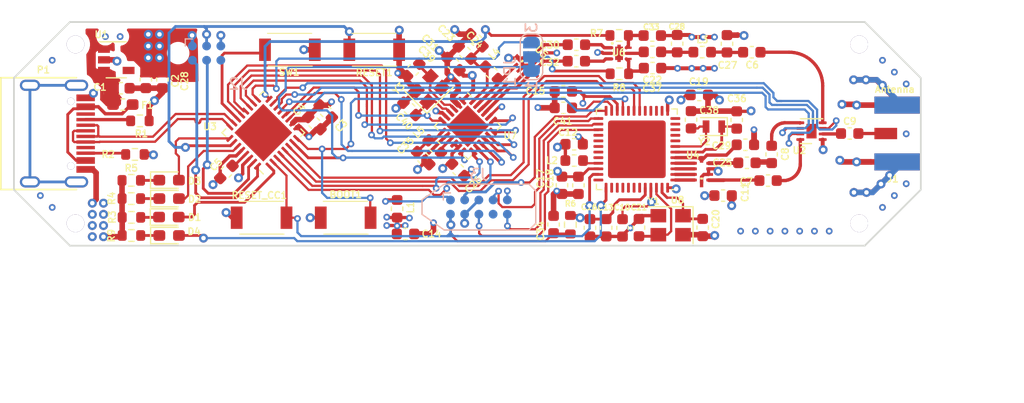
<source format=kicad_pcb>
(kicad_pcb (version 20171130) (host pcbnew "(5.1.10)-1")
  (title_block (title Cat-Stick) (date 2021-05-17) (rev v1.0) (company "Electronic Cats") (comment 1 "Eduardo Contreras"))
  (layers (0 F.Cu signal) (1 GND power) (2 VCC power) (31 B.Cu signal) (34 B.Paste user) (35 F.Paste user) (36 B.SilkS user) (37 F.SilkS user) (38 B.Mask user) (39 F.Mask user) (44 Edge.Cuts user))
  (net 0 "")
  (net 1 GND)
  (net 2 /X48M_P)
  (net 3 /LORA_O)
  (net 4 /X48M_N)
  (net 5 VCC)
  (net 6 "Net-(C9-Pad1)")
  (net 7 +3V3)
  (net 8 /VDDS)
  (net 9 /VDDR)
  (net 10 "Net-(C33-Pad1)")
  (net 11 /UBP_SUB-1_GHZ)
  (net 12 /UBP_2_4_GHZ)
  (net 13 /ANT)
  (net 14 "Net-(C39-Pad1)")
  (net 15 /RX_TX)
  (net 16 /LED1)
  (net 17 "Net-(D1-Pad1)")
  (net 18 /LED2)
  (net 19 "Net-(D2-Pad1)")
  (net 20 /LED4)
  (net 21 "Net-(D3-Pad1)")
  (net 22 /LED3)
  (net 23 "Net-(D4-Pad1)")
  (net 24 "Net-(F1-Pad1)")
  (net 25 /SWCLK)
  (net 26 /RESET)
  (net 27 /SWDIO)
  (net 28 /JTAG_TDI)
  (net 29 /JTAG_TDO)
  (net 30 /JTAG_TCKC)
  (net 31 /JTAG_TMSC)
  (net 32 /DIO22)
  (net 33 "Net-(JP1-Pad2)")
  (net 34 /DIO2)
  (net 35 /DCDC_SW)
  (net 36 /RFO)
  (net 37 "Net-(P1-PadB5)")
  (net 38 /D+)
  (net 39 /D-)
  (net 40 "Net-(P1-PadA5)")
  (net 41 "Net-(P1-PadS1)")
  (net 42 /ANT_SW)
  (net 43 /TXD)
  (net 44 /RXD)
  (net 45 /CTF2)
  (net 46 /CTF3)
  (net 47 /CTF1)
  (net 48 /RFI_N)
  (net 49 /RFI_P)
  (net 50 /SW_RFO)
  (net 51 /SW_RFI)
  (net 52 /RESET_SX)
  (net 53 /CIPO)
  (net 54 /SCK)
  (net 55 /COPI)
  (net 56 /NSS)
  (net 57 /BUSY)
  (net 58 /DIO3)
  (net 59 /DIO1)
  (net 60 /RESET_CC)
  (net 61 /BOOT)
  (net 62 /U_SWITCH)
  (net 63 "Net-(C5-Pad2)")
  (net 64 "Net-(C6-Pad2)")
  (net 65 "Net-(C7-Pad2)")
  (net 66 "Net-(C8-Pad2)")
  (net 67 "Net-(C22-Pad2)")
  (net 68 "Net-(C22-Pad1)")
  (net 69 "Net-(C23-Pad1)")
  (net 70 "Net-(C25-Pad2)")
  (net 71 "Net-(C30-Pad2)")
  (net 72 "Net-(C32-Pad2)")
  (net 73 "Net-(C35-Pad1)")
  (net 74 "Net-(C36-Pad1)")
  (net 75 "Net-(C37-Pad1)")
  (net 76 "Net-(C38-Pad1)")
  (net 77 "Net-(C40-Pad1)")
  (net 78 "Net-(C41-Pad1)")
  (net 79 "Net-(J2-Pad6)")
  (net 80 "Net-(J3-Pad7)")
  (net 81 "Net-(L5-Pad1)")
  (net 82 "Net-(U1-Pad4)")
  (net 83 "Net-(U7-Pad25)")
  (net 84 "Net-(U8-Pad43)")
  (net 85 "Net-(U8-Pad42)")
  (net 86 "Net-(U8-Pad41)")
  (net 87 "Net-(U8-Pad40)")
  (net 88 "Net-(U8-Pad39)")
  (net 89 "Net-(U8-Pad38)")
  (net 90 "Net-(U8-Pad36)")
  (net 91 "Net-(U8-Pad32)")
  (net 92 "Net-(U8-Pad31)")
  (net 93 "Net-(U8-Pad30)")
  (net 94 "Net-(U8-Pad29)")
  (net 95 "Net-(U8-Pad28)")
  (net 96 "Net-(U8-Pad20)")
  (net 97 "Net-(U8-Pad17)")
  (net 98 "Net-(U8-Pad16)")
  (net 99 "Net-(U8-Pad15)")
  (net 100 "Net-(U8-Pad14)")
  (net 101 "Net-(U8-Pad11)")
  (net 102 "Net-(U8-Pad10)")
  (net 103 "Net-(U8-Pad9)")
  (net 104 "Net-(U8-Pad8)")
  (net 105 "Net-(U8-Pad12)")
  (net 106 /2_4_GHZ_RF_P)
  (net 107 /2_4_GHZ_RF_N)
  (net 108 /SUB_1_GHZ_RF_P)
  (net 109 /SUB_1_GHZ_RF_N)
  (module Capacitor_SMD:C_0603_1608Metric (layer F.Cu) (at 133.95 114.6 270)
    (fp_text reference C17 (at -0.61 1.91 270) (layer F.SilkS) (effects (font (size 0.6 0.6) (thickness 0.12))))
    (fp_text value 100nF)
    (pad 2 smd roundrect (at 0.775 0 270) (size 0.9 0.95) (layers F.Cu F.Paste F.Mask) (net 1 GND))
    (pad 1 smd roundrect (at -0.775 0 270) (size 0.9 0.95) (layers F.Cu F.Paste F.Mask) (net 8 /VDDS))
  )
  (module Crystal:Crystal_SMD_2012-2Pin_2.0x1.2mm (layer F.Cu) (at 147.52 109.35 180)
    (fp_text reference Y2 (at 0.85 -1.35) (layer F.SilkS) (effects (font (size 0.6 0.6) (thickness 0.12))))
    (fp_text value 32.768kHz)
    (pad 2 smd rect (at 0.7 0 180) (size 0.6 1.1) (layers F.Cu F.Paste F.Mask) (net 76 "Net-(C38-Pad1)"))
    (pad 1 smd rect (at -0.7 0 180) (size 0.6 1.1) (layers F.Cu F.Paste F.Mask) (net 74 "Net-(C36-Pad1)"))
  )
  (module Resistor_SMD:R_0603_1608Metric (layer F.Cu) (at 95.495 119.09)
    (fp_text reference R9 (at -1.795 0.02 90) (layer F.SilkS) (effects (font (size 0.6 0.6) (thickness 0.12))))
    (fp_text value 330)
    (pad 2 smd roundrect (at 0.825 0) (size 0.8 0.95) (layers F.Cu F.Paste F.Mask) (net 23 "Net-(D4-Pad1)"))
    (pad 1 smd roundrect (at -0.825 0) (size 0.8 0.95) (layers F.Cu F.Paste F.Mask) (net 1 GND))
  )
  (module Resistor_SMD:R_0603_1608Metric (layer F.Cu) (at 139.08 104.63 180)
    (fp_text reference R8 (at 0.02 -1.24) (layer F.SilkS) (effects (font (size 0.6 0.6) (thickness 0.12))))
    (fp_text value 100R)
    (pad 2 smd roundrect (at 0.825 0 180) (size 0.8 0.95) (layers F.Cu F.Paste F.Mask) (net 33 "Net-(JP1-Pad2)"))
    (pad 1 smd roundrect (at -0.825 0 180) (size 0.8 0.95) (layers F.Cu F.Paste F.Mask) (net 75 "Net-(C37-Pad1)"))
  )
  (module Resistor_SMD:R_0603_1608Metric (layer F.Cu) (at 139.06 101.2 180)
    (fp_text reference R7 (at 2.02 0.2) (layer F.SilkS) (effects (font (size 0.6 0.6) (thickness 0.12))))
    (fp_text value 100R)
    (pad 2 smd roundrect (at 0.825 0 180) (size 0.8 0.95) (layers F.Cu F.Paste F.Mask) (net 42 /ANT_SW))
    (pad 1 smd roundrect (at -0.825 0 180) (size 0.8 0.95) (layers F.Cu F.Paste F.Mask) (net 10 "Net-(C33-Pad1)"))
  )
  (module Resistor_SMD:R_0603_1608Metric (layer F.Cu) (at 134.7 118.125 90)
    (fp_text reference R6 (at 1.885 0.01) (layer F.SilkS) (effects (font (size 0.5 0.5) (thickness 0.12))))
    (fp_text value 100K)
    (pad 2 smd roundrect (at 0.825 0 90) (size 0.8 0.95) (layers F.Cu F.Paste F.Mask) (net 8 /VDDS))
    (pad 1 smd roundrect (at -0.825 0 90) (size 0.8 0.95) (layers F.Cu F.Paste F.Mask) (net 60 /RESET_CC))
  )
  (module Resistor_SMD:R_0603_1608Metric (layer F.Cu) (at 95.48 114.16)
    (fp_text reference R5 (at 0 -1.1) (layer F.SilkS) (effects (font (size 0.6 0.6) (thickness 0.12))))
    (fp_text value 330)
    (pad 2 smd roundrect (at 0.825 0) (size 0.8 0.95) (layers F.Cu F.Paste F.Mask) (net 21 "Net-(D3-Pad1)"))
    (pad 1 smd roundrect (at -0.825 0) (size 0.8 0.95) (layers F.Cu F.Paste F.Mask) (net 1 GND))
  )
  (module Resistor_SMD:R_0603_1608Metric (layer F.Cu) (at 95.485 115.79)
    (fp_text reference R4 (at -1.755 -0.02 90) (layer F.SilkS) (effects (font (size 0.6 0.6) (thickness 0.12))))
    (fp_text value 330)
    (pad 2 smd roundrect (at 0.825 0) (size 0.8 0.95) (layers F.Cu F.Paste F.Mask) (net 19 "Net-(D2-Pad1)"))
    (pad 1 smd roundrect (at -0.825 0) (size 0.8 0.95) (layers F.Cu F.Paste F.Mask) (net 1 GND))
  )
  (module Resistor_SMD:R_0603_1608Metric (layer F.Cu) (at 95.495 117.47)
    (fp_text reference R3 (at -1.715 -0.02 90) (layer F.SilkS) (effects (font (size 0.6 0.6) (thickness 0.12))))
    (fp_text value 330)
    (pad 2 smd roundrect (at 0.825 0) (size 0.8 0.95) (layers F.Cu F.Paste F.Mask) (net 17 "Net-(D1-Pad1)"))
    (pad 1 smd roundrect (at -0.825 0) (size 0.8 0.95) (layers F.Cu F.Paste F.Mask) (net 1 GND))
  )
  (module Resistor_SMD:R_0603_1608Metric (layer F.Cu) (at 95.805 111.84 180)
    (fp_text reference R2 (at 2.39 0) (layer F.SilkS) (effects (font (size 0.6 0.6) (thickness 0.12))))
    (fp_text value 5k1)
    (pad 2 smd roundrect (at 0.825 0 180) (size 0.8 0.95) (layers F.Cu F.Paste F.Mask) (net 37 "Net-(P1-PadB5)"))
    (pad 1 smd roundrect (at -0.825 0 180) (size 0.8 0.95) (layers F.Cu F.Paste F.Mask) (net 1 GND))
  )
  (module Resistor_SMD:R_0603_1608Metric (layer F.Cu) (at 96.25 108.84 180)
    (fp_text reference R1 (at -0.14 -1.15) (layer F.SilkS) (effects (font (size 0.6 0.6) (thickness 0.12))))
    (fp_text value 5k1)
    (pad 2 smd roundrect (at 0.825 0 180) (size 0.8 0.95) (layers F.Cu F.Paste F.Mask) (net 40 "Net-(P1-PadA5)"))
    (pad 1 smd roundrect (at -0.825 0 180) (size 0.8 0.95) (layers F.Cu F.Paste F.Mask) (net 1 GND))
  )
  (module Inductor_SMD:L_0603_1608Metric (layer F.Cu) (at 122.59 111.14 135)
    (fp_text reference L5 (at 1.909188 -0.098995 225) (layer F.SilkS) (effects (font (size 0.6 0.6) (thickness 0.12))))
    (fp_text value 15uH)
    (pad 1 smd roundrect (at -0.7875 0 135) (size 0.875 0.95) (layers F.Cu F.Paste F.Mask) (net 81 "Net-(L5-Pad1)"))
    (pad 2 smd roundrect (at 0.7875 0 135) (size 0.875 0.95) (layers F.Cu F.Paste F.Mask) (net 73 "Net-(C35-Pad1)"))
  )
  (module Inductor_SMD:L_0603_1608Metric (layer F.Cu) (at 127.663153 104.533153 315)
    (fp_text reference L4 (at -1.011163 -1.378858 45) (layer F.SilkS) (effects (font (size 0.6 0.6) (thickness 0.12))))
    (fp_text value 47nH)
    (pad 1 smd roundrect (at -0.7875 0 315) (size 0.875 0.95) (layers F.Cu F.Paste F.Mask) (net 69 "Net-(C23-Pad1)"))
    (pad 2 smd roundrect (at 0.7875 0 315) (size 0.875 0.95) (layers F.Cu F.Paste F.Mask) (net 36 /RFO))
  )
  (module Inductor_SMD:L_0603_1608Metric (layer F.Cu) (at 146.4775 102.69 180)
    (fp_text reference L3 (at -0.0125 1.11) (layer F.SilkS) (effects (font (size 0.6 0.6) (thickness 0.12))))
    (fp_text value 9.1nH)
    (pad 2 smd roundrect (at 0.7875 0 180) (size 0.875 0.95) (layers F.Cu F.Paste F.Mask) (net 67 "Net-(C22-Pad2)"))
    (pad 1 smd roundrect (at -0.7875 0 180) (size 0.875 0.95) (layers F.Cu F.Paste F.Mask) (net 3 /LORA_O))
  )
  (module Inductor_SMD:L_0603_1608Metric (layer F.Cu) (at 135.0425 112.39 180)
    (fp_text reference L2 (at 1.9925 0.01) (layer F.SilkS) (effects (font (size 0.6 0.6) (thickness 0.12))))
    (fp_text value 6.8uH)
    (pad 2 smd roundrect (at 0.7875 0 180) (size 0.875 0.95) (layers F.Cu F.Paste F.Mask) (net 9 /VDDR))
    (pad 1 smd roundrect (at -0.7875 0 180) (size 0.875 0.95) (layers F.Cu F.Paste F.Mask) (net 35 /DCDC_SW))
  )
  (module Inductor_SMD:L_0603_1608Metric (layer F.Cu) (at 119.225 116.7 90)
    (fp_text reference L1 (at 0.12 1.2 90) (layer F.SilkS) (effects (font (size 0.6 0.6) (thickness 0.12))))
    (fp_text value "BLM18HE152SN1D ")
    (pad 2 smd roundrect (at 0.7875 0 90) (size 0.875 0.95) (layers F.Cu F.Paste F.Mask) (net 7 +3V3))
    (pad 1 smd roundrect (at -0.7875 0 90) (size 0.875 0.95) (layers F.Cu F.Paste F.Mask) (net 8 /VDDS))
  )
  (module Connector:Tag-Connect_TC2050-IDC-NL_2x05_P1.27mm_Vertical (layer B.Cu) (at 126.53 116.55)
    (fp_text reference J3 (at 0 -2.9) (layer B.SilkS) (effects (justify mirror)))
    (fp_text value JTAG)
    (pad 10 connect circle (at -2.54 0.635) (size 0.7874 0.7874) (layers B.Cu B.Mask) (net 60 /RESET_CC))
    (pad 9 connect circle (at -1.27 0.635) (size 0.7874 0.7874) (layers B.Cu B.Mask) (net 1 GND))
    (pad 8 connect circle (at 0 0.635) (size 0.7874 0.7874) (layers B.Cu B.Mask) (net 28 /JTAG_TDI))
    (pad 7 connect circle (at 1.27 0.635) (size 0.7874 0.7874) (layers B.Cu B.Mask) (net 80 "Net-(J3-Pad7)"))
    (pad 6 connect circle (at 2.54 0.635) (size 0.7874 0.7874) (layers B.Cu B.Mask) (net 29 /JTAG_TDO))
    (pad 5 connect circle (at 2.54 -0.635) (size 0.7874 0.7874) (layers B.Cu B.Mask) (net 1 GND))
    (pad 4 connect circle (at 1.27 -0.635) (size 0.7874 0.7874) (layers B.Cu B.Mask) (net 30 /JTAG_TCKC))
    (pad 3 connect circle (at 0 -0.635) (size 0.7874 0.7874) (layers B.Cu B.Mask) (net 1 GND))
    (pad 2 connect circle (at -1.27 -0.635) (size 0.7874 0.7874) (layers B.Cu B.Mask) (net 31 /JTAG_TMSC))
    (pad 1 connect circle (at -2.54 -0.635) (size 0.7874 0.7874) (layers B.Cu B.Mask) (net 7 +3V3))
    (pad "" np_thru_hole circle (at -3.81 0) (size 0.9906 0.9906) (drill 0.9906) (layers *.Cu *.Mask))
    (pad "" np_thru_hole circle (at 3.81 -1.016) (size 0.9906 0.9906) (drill 0.9906) (layers *.Cu *.Mask))
    (pad "" np_thru_hole circle (at 3.81 1.016) (size 0.9906 0.9906) (drill 0.9906) (layers *.Cu *.Mask))
  )
  (module CatSniffer:TS1088R02026 (layer F.Cu) (at 109.65 102.48)
    (fp_text reference SW1 (at -0.06 2.01) (layer F.SilkS) (effects (font (size 0.6 0.6) (thickness 0.12))))
    (fp_text value SW hide)
    (pad 2 smd rect (at 2.225 0) (size 1.05 2) (layers F.Cu F.Paste F.Mask) (net 1 GND))
    (pad 1 smd rect (at -2.225 0) (size 1.05 2) (layers F.Cu F.Paste F.Mask) (net 62 /U_SWITCH))
  )
  (module Capacitor_SMD:C_0603_1608Metric (layer F.Cu) (at 135.235 103.5)
    (fp_text reference C32 (at -2.385 0.1) (layer F.SilkS) (effects (font (size 0.6 0.6) (thickness 0.12))))
    (fp_text value 47pF)
    (pad 2 smd roundrect (at 0.775 0) (size 0.9 0.95) (layers F.Cu F.Paste F.Mask) (net 72 "Net-(C32-Pad2)"))
    (pad 1 smd roundrect (at -0.775 0) (size 0.9 0.95) (layers F.Cu F.Paste F.Mask) (net 51 /SW_RFI))
  )
  (module Capacitor_SMD:C_0603_1608Metric (layer F.Cu) (at 135.24 102.03)
    (fp_text reference C30 (at -2.375 0.02) (layer F.SilkS) (effects (font (size 0.6 0.6) (thickness 0.12))))
    (fp_text value 47pF)
    (pad 2 smd roundrect (at 0.775 0) (size 0.9 0.95) (layers F.Cu F.Paste F.Mask) (net 71 "Net-(C30-Pad2)"))
    (pad 1 smd roundrect (at -0.775 0) (size 0.9 0.95) (layers F.Cu F.Paste F.Mask) (net 50 /SW_RFO))
  )
  (module CatSniffer:HOLE (layer F.Cu) (at 161.06 99.62)
    (fp_text reference REF** hide)
    (fp_text value HOLE)
    (pad "" thru_hole circle (at -0.56 2.38) (size 1.5748 1.5748) (drill 1.5748) (layers *.Cu *.Mask))
  )
  (module CatSniffer:HOLE (layer F.Cu) (at 91.86 115.52)
    (fp_text reference REF** hide)
    (fp_text value HOLE)
    (pad "" thru_hole circle (at -1.36 2.48) (size 1.5748 1.5748) (drill 1.5748) (layers *.Cu *.Mask))
  )
  (module CatSniffer:HOLE (layer F.Cu) (at 90.21 98.28)
    (fp_text reference REF** hide)
    (fp_text value HOLE)
    (pad "" thru_hole circle (at 0.29 3.72) (size 1.5748 1.5748) (drill 1.5748) (layers *.Cu *.Mask))
  )
  (module CatSniffer:HOLE (layer F.Cu) (at 161.11 114.21)
    (fp_text reference REF** hide)
    (fp_text value HOLE)
    (pad "" thru_hole circle (at -0.61 3.79) (size 1.5748 1.5748) (drill 1.5748) (layers *.Cu *.Mask))
  )
  (module Capacitor_SMD:C_0603_1608Metric (layer F.Cu) (at 98.26 105.14 270)
    (fp_text reference C28 (at 0.15 -1.98 270) (layer F.SilkS) (effects (font (size 0.6 0.6) (thickness 0.12))))
    (fp_text value 0.1uF)
    (pad 2 smd roundrect (at 0.775 0 270) (size 0.9 0.95) (layers F.Cu F.Paste F.Mask) (net 1 GND))
    (pad 1 smd roundrect (at -0.775 0 270) (size 0.9 0.95) (layers F.Cu F.Paste F.Mask) (net 7 +3V3))
  )
  (module CatSniffer:TS1088R02026 (layer F.Cu) (at 114.63 117.5)
    (fp_text reference BOOT1 (at 0 -2.06) (layer F.SilkS) (effects (font (size 0.6 0.6) (thickness 0.12))))
    (fp_text value SW hide)
    (pad 2 smd rect (at 2.225 0) (size 1.05 2) (layers F.Cu F.Paste F.Mask) (net 61 /BOOT))
    (pad 1 smd rect (at -2.225 0) (size 1.05 2) (layers F.Cu F.Paste F.Mask) (net 1 GND))
  )
  (module Jumper:SolderJumper-3_P1.3mm_Bridged12_RoundedPad1.0x1.5mm_NumberLabels (layer B.Cu) (at 131.23 103.11 90)
    (fp_text reference JP1 (at -1.35 -1.92 90) (layer B.SilkS) (effects (justify mirror)))
    (fp_text value Jumper)
    (fp_poly (pts (xy -0.9 0.3) (xy -0.4 0.3) (xy -0.4 -0.3) (xy -0.9 -0.3)) (layer B.Cu) (width 0))
    (fp_text user 1 (at -2.6 0 90) (layer B.SilkS) (effects (justify mirror)))
    (fp_text user 3 (at 2.6 0 90) (layer B.SilkS) (effects (justify mirror)))
    (pad 1 smd custom (at -1.3 0 90) (size 1 0.5) (layers B.Cu B.Mask) (net 34 /DIO2) (options (clearance outline) (anchor rect)) (primitives (gr_poly (pts (xy 0.55 0.75) (xy 0 0.75) (xy 0 -0.75) (xy 0.55 -0.75)) (width 0)) (gr_circle (center 0 -0.25) (end 0.5 -0.25) (width 0)) (gr_circle (center 0 0.25) (end 0.5 0.25) (width 0))))
    (pad 2 smd rect (at 0 0 90) (size 1 1.5) (layers B.Cu B.Mask) (net 33 "Net-(JP1-Pad2)"))
    (pad 3 smd custom (at 1.3 0 90) (size 1 0.5) (layers B.Cu B.Mask) (net 32 /DIO22) (options (clearance outline) (anchor rect)) (primitives (gr_circle (center 0 -0.25) (end 0.5 -0.25) (width 0)) (gr_circle (center 0 0.25) (end 0.5 0.25) (width 0)) (gr_poly (pts (xy -0.55 0.75) (xy 0 0.75) (xy 0 -0.75) (xy -0.55 -0.75)) (width 0))))
  )
  (module CatSniffer:TS1088R02026 (layer F.Cu) (at 117.18 102.48)
    (fp_text reference RESET1 (at 0 2.04) (layer F.SilkS) (effects (font (size 0.6 0.6) (thickness 0.12))))
    (fp_text value SW hide)
    (pad 2 smd rect (at 2.225 0) (size 1.05 2) (layers F.Cu F.Paste F.Mask) (net 1 GND))
    (pad 1 smd rect (at -2.225 0) (size 1.05 2) (layers F.Cu F.Paste F.Mask) (net 26 /RESET))
  )
  (module CatSniffer:TS1088R02026 (layer F.Cu) (at 107.12 117.5)
    (fp_text reference RESET_CC1 (at -0.2 -2) (layer F.SilkS) (effects (font (size 0.6 0.6) (thickness 0.12))))
    (fp_text value SW hide)
    (pad 2 smd rect (at 2.225 0) (size 1.05 2) (layers F.Cu F.Paste F.Mask) (net 60 /RESET_CC))
    (pad 1 smd rect (at -2.225 0) (size 1.05 2) (layers F.Cu F.Paste F.Mask) (net 1 GND))
  )
  (module Crystal:Crystal_SMD_2520-4Pin_2.5x2.0mm (layer F.Cu) (at 122.073744 106.016307 45)
    (fp_text reference Y3 (at -1.872021 -1.951651 45) (layer F.SilkS) (effects (font (size 0.6 0.6) (thickness 0.12))))
    (fp_text value 32Mhz_10pF_10ppm)
    (pad 1 smd rect (at -0.875 0.7 45) (size 1.15 1) (layers F.Cu F.Paste F.Mask) (net 77 "Net-(C40-Pad1)") (clearance 0.01))
    (pad 2 smd rect (at 0.875 0.7 45) (size 1.15 1) (layers F.Cu F.Paste F.Mask) (net 1 GND) (clearance 0.01))
    (pad 3 smd rect (at 0.875 -0.7 45) (size 1.15 1) (layers F.Cu F.Paste F.Mask) (net 14 "Net-(C39-Pad1)"))
    (pad 4 smd rect (at -0.875 -0.7 45) (size 1.15 1) (layers F.Cu F.Paste F.Mask) (net 1 GND) (clearance 0.01))
  )
  (module Crystal:Crystal_SMD_3225-4Pin_3.2x2.5mm (layer F.Cu) (at 143.66 118.17 180)
    (fp_text reference Y1 (at 1.52 2.16 180) (layer F.SilkS) (effects (font (size 0.6 0.6) (thickness 0.12))))
    (fp_text value 48MHz)
    (pad 4 smd rect (at -1.1 -0.85 180) (size 1.4 1.2) (layers F.Cu F.Paste F.Mask) (net 1 GND))
    (pad 3 smd rect (at 1.1 -0.85 180) (size 1.4 1.2) (layers F.Cu F.Paste F.Mask) (net 4 /X48M_N))
    (pad 2 smd rect (at 1.1 0.85 180) (size 1.4 1.2) (layers F.Cu F.Paste F.Mask) (net 1 GND))
    (pad 1 smd rect (at -1.1 0.85 180) (size 1.4 1.2) (layers F.Cu F.Paste F.Mask) (net 2 /X48M_P))
  )
  (module Package_DFN_QFN:QFN-24-1EP_4x4mm_P0.5mm_EP2.65x2.65mm (layer F.Cu) (at 125.53 109.32 315)
    (fp_text reference U7 (at 3.273904 -2.100107) (layer F.SilkS) (effects (font (size 0.6 0.6) (thickness 0.12))))
    (fp_text value SX1262IMLTRT)
    (pad 1 smd roundrect (at -1.95 -1.25 315) (size 0.85 0.3) (layers F.Cu F.Paste F.Mask) (net 7 +3V3))
    (pad 2 smd roundrect (at -1.95 -0.75 315) (size 0.85 0.3) (layers F.Cu F.Paste F.Mask) (net 1 GND))
    (pad 3 smd roundrect (at -1.95 -0.25 315) (size 0.85 0.3) (layers F.Cu F.Paste F.Mask) (net 14 "Net-(C39-Pad1)"))
    (pad 4 smd roundrect (at -1.95 0.25 315) (size 0.85 0.3) (layers F.Cu F.Paste F.Mask) (net 77 "Net-(C40-Pad1)"))
    (pad 5 smd roundrect (at -1.95 0.75 315) (size 0.85 0.3) (layers F.Cu F.Paste F.Mask) (net 1 GND))
    (pad 6 smd roundrect (at -1.95 1.25 315) (size 0.85 0.3) (layers F.Cu F.Paste F.Mask) (net 58 /DIO3))
    (pad 7 smd roundrect (at -1.25 1.95 315) (size 0.3 0.85) (layers F.Cu F.Paste F.Mask) (net 73 "Net-(C35-Pad1)"))
    (pad 8 smd roundrect (at -0.75 1.95 315) (size 0.3 0.85) (layers F.Cu F.Paste F.Mask) (net 1 GND))
    (pad 9 smd roundrect (at -0.25 1.95 315) (size 0.3 0.85) (layers F.Cu F.Paste F.Mask) (net 81 "Net-(L5-Pad1)"))
    (pad 10 smd roundrect (at 0.25 1.95 315) (size 0.3 0.85) (layers F.Cu F.Paste F.Mask) (net 7 +3V3))
    (pad 11 smd roundrect (at 0.75 1.95 315) (size 0.3 0.85) (layers F.Cu F.Paste F.Mask) (net 7 +3V3))
    (pad 12 smd roundrect (at 1.25 1.95 315) (size 0.3 0.85) (layers F.Cu F.Paste F.Mask) (net 34 /DIO2))
    (pad 13 smd roundrect (at 1.95 1.25 315) (size 0.85 0.3) (layers F.Cu F.Paste F.Mask) (net 59 /DIO1))
    (pad 14 smd roundrect (at 1.95 0.75 315) (size 0.85 0.3) (layers F.Cu F.Paste F.Mask) (net 57 /BUSY))
    (pad 15 smd roundrect (at 1.95 0.25 315) (size 0.85 0.3) (layers F.Cu F.Paste F.Mask) (net 52 /RESET_SX))
    (pad 16 smd roundrect (at 1.95 -0.25 315) (size 0.85 0.3) (layers F.Cu F.Paste F.Mask) (net 53 /CIPO))
    (pad 17 smd roundrect (at 1.95 -0.75 315) (size 0.85 0.3) (layers F.Cu F.Paste F.Mask) (net 55 /COPI))
    (pad 18 smd roundrect (at 1.95 -1.25 315) (size 0.85 0.3) (layers F.Cu F.Paste F.Mask) (net 54 /SCK))
    (pad 19 smd roundrect (at 1.25 -1.95 315) (size 0.3 0.85) (layers F.Cu F.Paste F.Mask) (net 56 /NSS))
    (pad 20 smd roundrect (at 0.75 -1.95 315) (size 0.3 0.85) (layers F.Cu F.Paste F.Mask) (net 1 GND))
    (pad 21 smd roundrect (at 0.25 -1.95 315) (size 0.3 0.85) (layers F.Cu F.Paste F.Mask) (net 49 /RFI_P))
    (pad 22 smd roundrect (at -0.25 -1.95 315) (size 0.3 0.85) (layers F.Cu F.Paste F.Mask) (net 48 /RFI_N))
    (pad 23 smd roundrect (at -0.75 -1.95 315) (size 0.3 0.85) (layers F.Cu F.Paste F.Mask) (net 36 /RFO))
    (pad 24 smd roundrect (at -1.25 -1.95 315) (size 0.3 0.85) (layers F.Cu F.Paste F.Mask) (net 69 "Net-(C23-Pad1)"))
    (pad 25 smd rect (at 0 0 315) (size 2.65 2.65) (layers F.Cu F.Mask) (net 83 "Net-(U7-Pad25)"))
  )
  (module Package_DFN_QFN:QFN-32-1EP_5x5mm_P0.5mm_EP3.65x3.65mm (layer F.Cu) (at 107.27267 109.89733 135)
    (fp_text reference U3 (at 3.754737 -2.980695 180) (layer F.SilkS) (effects (font (size 0.6 0.6) (thickness 0.12))))
    (fp_text value ATSAMD21E18A)
    (pad 33 smd rect (at 0 0 135) (size 3.65 3.65) (layers F.Cu F.Mask))
    (pad 32 smd roundrect (at -1.75 -2.475 135) (size 0.25 0.75) (layers F.Cu F.Paste F.Mask) (net 27 /SWDIO))
    (pad 31 smd roundrect (at -1.25 -2.475 135) (size 0.25 0.75) (layers F.Cu F.Paste F.Mask) (net 25 /SWCLK))
    (pad 30 smd roundrect (at -0.75 -2.475 135) (size 0.25 0.75) (layers F.Cu F.Paste F.Mask) (net 7 +3V3))
    (pad 29 smd roundrect (at -0.25 -2.475 135) (size 0.25 0.75) (layers F.Cu F.Paste F.Mask) (net 63 "Net-(C5-Pad2)"))
    (pad 28 smd roundrect (at 0.25 -2.475 135) (size 0.25 0.75) (layers F.Cu F.Paste F.Mask) (net 1 GND))
    (pad 27 smd roundrect (at 0.75 -2.475 135) (size 0.25 0.75) (layers F.Cu F.Paste F.Mask) (net 18 /LED2))
    (pad 26 smd roundrect (at 1.25 -2.475 135) (size 0.25 0.75) (layers F.Cu F.Paste F.Mask) (net 26 /RESET))
    (pad 25 smd roundrect (at 1.75 -2.475 135) (size 0.25 0.75) (layers F.Cu F.Paste F.Mask) (net 16 /LED1))
    (pad 24 smd roundrect (at 2.475 -1.75 135) (size 0.75 0.25) (layers F.Cu F.Paste F.Mask) (net 38 /D+))
    (pad 23 smd roundrect (at 2.475 -1.25 135) (size 0.75 0.25) (layers F.Cu F.Paste F.Mask) (net 39 /D-))
    (pad 22 smd roundrect (at 2.475 -0.75 135) (size 0.75 0.25) (layers F.Cu F.Paste F.Mask) (net 62 /U_SWITCH))
    (pad 21 smd roundrect (at 2.475 -0.25 135) (size 0.75 0.25) (layers F.Cu F.Paste F.Mask) (net 53 /CIPO))
    (pad 20 smd roundrect (at 2.475 0.25 135) (size 0.75 0.25) (layers F.Cu F.Paste F.Mask) (net 54 /SCK))
    (pad 19 smd roundrect (at 2.475 0.75 135) (size 0.75 0.25) (layers F.Cu F.Paste F.Mask) (net 55 /COPI))
    (pad 18 smd roundrect (at 2.475 1.25 135) (size 0.75 0.25) (layers F.Cu F.Paste F.Mask) (net 56 /NSS))
    (pad 17 smd roundrect (at 2.475 1.75 135) (size 0.75 0.25) (layers F.Cu F.Paste F.Mask) (net 32 /DIO22))
    (pad 16 smd roundrect (at 1.75 2.475 135) (size 0.25 0.75) (layers F.Cu F.Paste F.Mask) (net 42 /ANT_SW))
    (pad 15 smd roundrect (at 1.25 2.475 135) (size 0.25 0.75) (layers F.Cu F.Paste F.Mask) (net 47 /CTF1))
    (pad 14 smd roundrect (at 0.75 2.475 135) (size 0.25 0.75) (layers F.Cu F.Paste F.Mask) (net 45 /CTF2))
    (pad 13 smd roundrect (at 0.25 2.475 135) (size 0.25 0.75) (layers F.Cu F.Paste F.Mask) (net 46 /CTF3))
    (pad 12 smd roundrect (at -0.25 2.475 135) (size 0.25 0.75) (layers F.Cu F.Paste F.Mask) (net 58 /DIO3))
    (pad 11 smd roundrect (at -0.75 2.475 135) (size 0.25 0.75) (layers F.Cu F.Paste F.Mask) (net 52 /RESET_SX))
    (pad 10 smd roundrect (at -1.25 2.475 135) (size 0.25 0.75) (layers F.Cu F.Paste F.Mask) (net 1 GND))
    (pad 9 smd roundrect (at -1.75 2.475 135) (size 0.25 0.75) (layers F.Cu F.Paste F.Mask) (net 7 +3V3))
    (pad 8 smd roundrect (at -2.475 1.75 135) (size 0.75 0.25) (layers F.Cu F.Paste F.Mask) (net 61 /BOOT))
    (pad 7 smd roundrect (at -2.475 1.25 135) (size 0.75 0.25) (layers F.Cu F.Paste F.Mask) (net 34 /DIO2))
    (pad 6 smd roundrect (at -2.475 0.75 135) (size 0.75 0.25) (layers F.Cu F.Paste F.Mask) (net 44 /RXD))
    (pad 5 smd roundrect (at -2.475 0.25 135) (size 0.75 0.25) (layers F.Cu F.Paste F.Mask) (net 43 /TXD))
    (pad 4 smd roundrect (at -2.475 -0.25 135) (size 0.75 0.25) (layers F.Cu F.Paste F.Mask) (net 59 /DIO1))
    (pad 3 smd roundrect (at -2.475 -0.75 135) (size 0.75 0.25) (layers F.Cu F.Paste F.Mask) (net 57 /BUSY))
    (pad 2 smd roundrect (at -2.475 -1.25 135) (size 0.75 0.25) (layers F.Cu F.Paste F.Mask) (net 60 /RESET_CC))
    (pad 1 smd roundrect (at -2.475 -1.75 135) (size 0.75 0.25) (layers F.Cu F.Paste F.Mask) (net 22 /LED3))
  )
  (module CatSniffer:SW409 (layer F.Cu) (at 139.05 102.8 270)
    (fp_text reference U6 (at -0.08 0.03 180) (layer F.SilkS) (effects (font (size 0.6 0.6) (thickness 0.12))))
    (fp_text value SW409)
    (pad 4 smd rect (at 0.5 -0.65 270) (size 0.2 0.6) (drill (offset 0 -0.175)) (layers F.Cu F.Paste F.Mask) (net 75 "Net-(C37-Pad1)"))
    (pad 5 smd rect (at 0 -0.65 270) (size 0.2 0.6) (drill (offset 0 -0.175)) (layers F.Cu F.Paste F.Mask) (net 68 "Net-(C22-Pad1)"))
    (pad 6 smd rect (at -0.5 -0.65 270) (size 0.2 0.6) (drill (offset 0 -0.175)) (layers F.Cu F.Paste F.Mask) (net 10 "Net-(C33-Pad1)"))
    (pad "" smd rect (at 0 0 270) (size 1.55 0.3) (layers F.Cu F.Paste F.Mask))
    (pad 3 smd rect (at 0.5 0.65 270) (size 0.2 0.6) (drill (offset 0 0.175)) (layers F.Cu F.Paste F.Mask) (net 72 "Net-(C32-Pad2)"))
    (pad 2 smd rect (at 0 0.65 270) (size 0.2 0.6) (drill (offset 0 0.175)) (layers F.Cu F.Paste F.Mask) (net 1 GND))
    (pad 1 smd rect (at -0.5 0.65 270) (size 0.2 0.6) (drill (offset 0 0.175)) (layers F.Cu F.Paste F.Mask) (net 71 "Net-(C30-Pad2)"))
    (pad "" smd rect (at 0 0 270) (size 1.2 0.7) (layers F.Cu F.Paste F.Mask))
  )
  (module CatSniffer:0900FM15D0039E (layer F.Cu) (at 146.42 112.38 270)
    (fp_text reference U4 (at -0.47 0.78 180) (layer F.SilkS) (effects (font (size 0.6 0.6) (thickness 0.12))))
    (fp_text value 0900PC15A0036)
    (pad 1 smd rect (at 1.75 -0.625 270) (size 0.25 0.6) (drill (offset 0 -0.1)) (layers F.Cu F.Paste F.Mask) (net 12 /UBP_2_4_GHZ))
    (pad 2 smd rect (at 1.25 -0.625 270) (size 0.25 0.6) (drill (offset 0 -0.1)) (layers F.Cu F.Paste F.Mask) (net 1 GND))
    (pad 3 smd rect (at 0.75 -0.625 270) (size 0.25 0.6) (drill (offset 0 -0.1)) (layers F.Cu F.Paste F.Mask) (net 1 GND))
    (pad 4 smd rect (at 0.25 -0.625 270) (size 0.25 0.6) (drill (offset 0 -0.1)) (layers F.Cu F.Paste F.Mask) (net 70 "Net-(C25-Pad2)"))
    (pad 10 smd rect (at 2 0 270) (size 0.6 0.3) (drill (offset 0.1 0)) (layers F.Cu F.Paste F.Mask) (net 1 GND))
    (pad 9 smd rect (at 1.75 0.625 270) (size 0.25 0.6) (drill (offset 0 0.1)) (layers F.Cu F.Paste F.Mask) (net 106 /2_4_GHZ_RF_P))
    (pad 8 smd rect (at 1.25 0.625 270) (size 0.25 0.6) (drill (offset 0 0.1)) (layers F.Cu F.Paste F.Mask) (net 107 /2_4_GHZ_RF_N))
    (pad 7 smd rect (at 0.75 0.625 270) (size 0.25 0.6) (drill (offset 0 0.1)) (layers F.Cu F.Paste F.Mask) (net 108 /SUB_1_GHZ_RF_P))
    (pad 6 smd rect (at 0.25 0.625 270) (size 0.25 0.6) (drill (offset 0 0.1)) (layers F.Cu F.Paste F.Mask) (net 109 /SUB_1_GHZ_RF_N))
    (pad 5 smd rect (at 0 0 270) (size 0.6 0.3) (drill (offset -0.1 0)) (layers F.Cu F.Paste F.Mask) (net 15 /RX_TX))
  )
  (module CatSniffer:0900FM15D0039E (layer F.Cu) (at 131.54 104.64 135)
    (fp_text reference U5 (at 0.98 1.795 135) (layer F.SilkS) (effects (font (size 0.6 0.6) (thickness 0.12))))
    (fp_text value 0900FM15D0039)
    (pad 1 smd rect (at 1.75 -0.625 135) (size 0.25 0.6) (drill (offset 0 -0.1)) (layers F.Cu F.Paste F.Mask) (net 36 /RFO))
    (pad 2 smd rect (at 1.25 -0.625 135) (size 0.25 0.6) (drill (offset 0 -0.1)) (layers F.Cu F.Paste F.Mask) (net 1 GND))
    (pad 3 smd rect (at 0.75 -0.625 135) (size 0.25 0.6) (drill (offset 0 -0.1)) (layers F.Cu F.Paste F.Mask) (net 48 /RFI_N))
    (pad 4 smd rect (at 0.25 -0.625 135) (size 0.25 0.6) (drill (offset 0 -0.1)) (layers F.Cu F.Paste F.Mask) (net 49 /RFI_P))
    (pad 10 smd rect (at 2 0 135) (size 0.6 0.3) (drill (offset 0.1 0)) (layers F.Cu F.Paste F.Mask) (net 1 GND))
    (pad 9 smd rect (at 1.75 0.625 135) (size 0.25 0.6) (drill (offset 0 0.1)) (layers F.Cu F.Paste F.Mask) (net 1 GND))
    (pad 8 smd rect (at 1.25 0.625 135) (size 0.25 0.6) (drill (offset 0 0.1)) (layers F.Cu F.Paste F.Mask) (net 50 /SW_RFO))
    (pad 7 smd rect (at 0.75 0.625 135) (size 0.25 0.6) (drill (offset 0 0.1)) (layers F.Cu F.Paste F.Mask) (net 1 GND))
    (pad 6 smd rect (at 0.25 0.625 135) (size 0.25 0.6) (drill (offset 0 0.1)) (layers F.Cu F.Paste F.Mask) (net 51 /SW_RFI))
    (pad 5 smd rect (at 0 0 135) (size 0.6 0.3) (drill (offset -0.1 0)) (layers F.Cu F.Paste F.Mask) (net 1 GND))
  )
  (module Package_DFN_QFN:DFN-8-1EP_2x2mm_P0.5mm_EP0.9x1.3mm (layer F.Cu) (at 156.24 109.76 180)
    (fp_text reference U2 (at 1.08 -1.72) (layer F.SilkS) (effects (font (size 0.6 0.6) (thickness 0.12))))
    (fp_text value RFSW8006QTR7)
    (pad 9 smd rect (at 0 0 180) (size 0.9 1.3) (layers F.Cu F.Mask))
    (pad 8 smd roundrect (at 1 -0.75 180) (size 0.7 0.25) (layers F.Cu F.Paste F.Mask) (net 65 "Net-(C7-Pad2)"))
    (pad 7 smd roundrect (at 1 -0.25 180) (size 0.7 0.25) (layers F.Cu F.Paste F.Mask) (net 45 /CTF2))
    (pad 6 smd roundrect (at 1 0.25 180) (size 0.7 0.25) (layers F.Cu F.Paste F.Mask) (net 46 /CTF3))
    (pad 5 smd roundrect (at 1 0.75 180) (size 0.7 0.25) (layers F.Cu F.Paste F.Mask) (net 66 "Net-(C8-Pad2)"))
    (pad 4 smd roundrect (at -1 0.75 180) (size 0.7 0.25) (layers F.Cu F.Paste F.Mask) (net 64 "Net-(C6-Pad2)"))
    (pad 3 smd roundrect (at -1 0.25 180) (size 0.7 0.25) (layers F.Cu F.Paste F.Mask) (net 47 /CTF1))
    (pad 2 smd roundrect (at -1 -0.25 180) (size 0.7 0.25) (layers F.Cu F.Paste F.Mask) (net 6 "Net-(C9-Pad1)"))
    (pad 1 smd roundrect (at -1 -0.75 180) (size 0.7 0.25) (layers F.Cu F.Paste F.Mask) (net 7 +3V3))
  )
  (module Package_TO_SOT_SMD:SOT-23-5 (layer F.Cu) (at 94.14 103.38)
    (fp_text reference U1 (at -1.33 -2.26) (layer F.SilkS) (effects (font (size 0.6 0.6) (thickness 0.12))))
    (fp_text value AP2112K-3.3)
    (pad 5 smd rect (at 1.1 -0.95) (size 1.06 0.65) (layers F.Cu F.Paste F.Mask) (net 7 +3V3))
    (pad 4 smd rect (at 1.1 0.95) (size 1.06 0.65) (layers F.Cu F.Paste F.Mask) (net 82 "Net-(U1-Pad4)"))
    (pad 3 smd rect (at -1.1 0.95) (size 1.06 0.65) (layers F.Cu F.Paste F.Mask) (net 5 VCC))
    (pad 2 smd rect (at -1.1 0) (size 1.06 0.65) (layers F.Cu F.Paste F.Mask) (net 1 GND))
    (pad 1 smd rect (at -1.1 -0.95) (size 1.06 0.65) (layers F.Cu F.Paste F.Mask) (net 5 VCC))
  )
  (module Package_DFN_QFN:VQFN-48-1EP_7x7mm_P0.5mm_EP5.15x5.15mm (layer F.Cu) (at 140.64 111.38 180)
    (fp_text reference U8 (at -3.63 -4.54 180) (layer F.SilkS) (effects (font (size 0.6 0.6) (thickness 0.12))))
    (fp_text value CC1352R1F3RGZR)
    (pad 48 smd roundrect (at -2.75 -3.4375 180) (size 0.25 0.875) (layers F.Cu F.Paste F.Mask) (net 9 /VDDR))
    (pad 47 smd roundrect (at -2.25 -3.4375 180) (size 0.25 0.875) (layers F.Cu F.Paste F.Mask) (net 2 /X48M_P))
    (pad 46 smd roundrect (at -1.75 -3.4375 180) (size 0.25 0.875) (layers F.Cu F.Paste F.Mask) (net 4 /X48M_N))
    (pad 45 smd roundrect (at -1.25 -3.4375 180) (size 0.25 0.875) (layers F.Cu F.Paste F.Mask) (net 9 /VDDR))
    (pad 44 smd roundrect (at -0.75 -3.4375 180) (size 0.25 0.875) (layers F.Cu F.Paste F.Mask) (net 8 /VDDS))
    (pad 43 smd roundrect (at -0.25 -3.4375 180) (size 0.25 0.875) (layers F.Cu F.Paste F.Mask) (net 84 "Net-(U8-Pad43)"))
    (pad 42 smd roundrect (at 0.25 -3.4375 180) (size 0.25 0.875) (layers F.Cu F.Paste F.Mask) (net 85 "Net-(U8-Pad42)"))
    (pad 41 smd roundrect (at 0.75 -3.4375 180) (size 0.25 0.875) (layers F.Cu F.Paste F.Mask) (net 86 "Net-(U8-Pad41)"))
    (pad 40 smd roundrect (at 1.25 -3.4375 180) (size 0.25 0.875) (layers F.Cu F.Paste F.Mask) (net 87 "Net-(U8-Pad40)"))
    (pad 39 smd roundrect (at 1.75 -3.4375 180) (size 0.25 0.875) (layers F.Cu F.Paste F.Mask) (net 88 "Net-(U8-Pad39)"))
    (pad 38 smd roundrect (at 2.25 -3.4375 180) (size 0.25 0.875) (layers F.Cu F.Paste F.Mask) (net 89 "Net-(U8-Pad38)"))
    (pad 37 smd roundrect (at 2.75 -3.4375 180) (size 0.25 0.875) (layers F.Cu F.Paste F.Mask) (net 20 /LED4))
    (pad 36 smd roundrect (at 3.4375 -2.75 180) (size 0.875 0.25) (layers F.Cu F.Paste F.Mask) (net 90 "Net-(U8-Pad36)"))
    (pad 35 smd roundrect (at 3.4375 -2.25 180) (size 0.875 0.25) (layers F.Cu F.Paste F.Mask) (net 60 /RESET_CC))
    (pad 34 smd roundrect (at 3.4375 -1.75 180) (size 0.875 0.25) (layers F.Cu F.Paste F.Mask) (net 8 /VDDS))
    (pad 33 smd roundrect (at 3.4375 -1.25 180) (size 0.875 0.25) (layers F.Cu F.Paste F.Mask) (net 35 /DCDC_SW))
    (pad 32 smd roundrect (at 3.4375 -0.75 180) (size 0.875 0.25) (layers F.Cu F.Paste F.Mask) (net 91 "Net-(U8-Pad32)"))
    (pad 31 smd roundrect (at 3.4375 -0.25 180) (size 0.875 0.25) (layers F.Cu F.Paste F.Mask) (net 92 "Net-(U8-Pad31)"))
    (pad 30 smd roundrect (at 3.4375 0.25 180) (size 0.875 0.25) (layers F.Cu F.Paste F.Mask) (net 93 "Net-(U8-Pad30)"))
    (pad 29 smd roundrect (at 3.4375 0.75 180) (size 0.875 0.25) (layers F.Cu F.Paste F.Mask) (net 94 "Net-(U8-Pad29)"))
    (pad 28 smd roundrect (at 3.4375 1.25 180) (size 0.875 0.25) (layers F.Cu F.Paste F.Mask) (net 95 "Net-(U8-Pad28)"))
    (pad 27 smd roundrect (at 3.4375 1.75 180) (size 0.875 0.25) (layers F.Cu F.Paste F.Mask) (net 28 /JTAG_TDI))
    (pad 26 smd roundrect (at 3.4375 2.25 180) (size 0.875 0.25) (layers F.Cu F.Paste F.Mask) (net 29 /JTAG_TDO))
    (pad 25 smd roundrect (at 3.4375 2.75 180) (size 0.875 0.25) (layers F.Cu F.Paste F.Mask) (net 30 /JTAG_TCKC))
    (pad 24 smd roundrect (at 2.75 3.4375 180) (size 0.25 0.875) (layers F.Cu F.Paste F.Mask) (net 31 /JTAG_TMSC))
    (pad 23 smd roundrect (at 2.25 3.4375 180) (size 0.25 0.875) (layers F.Cu F.Paste F.Mask) (net 78 "Net-(C41-Pad1)"))
    (pad 22 smd roundrect (at 1.75 3.4375 180) (size 0.25 0.875) (layers F.Cu F.Paste F.Mask) (net 8 /VDDS))
    (pad 21 smd roundrect (at 1.25 3.4375 180) (size 0.25 0.875) (layers F.Cu F.Paste F.Mask) (net 61 /BOOT))
    (pad 20 smd roundrect (at 0.75 3.4375 180) (size 0.25 0.875) (layers F.Cu F.Paste F.Mask) (net 96 "Net-(U8-Pad20)"))
    (pad 19 smd roundrect (at 0.25 3.4375 180) (size 0.25 0.875) (layers F.Cu F.Paste F.Mask) (net 43 /TXD))
    (pad 18 smd roundrect (at -0.25 3.4375 180) (size 0.25 0.875) (layers F.Cu F.Paste F.Mask) (net 44 /RXD))
    (pad 17 smd roundrect (at -0.75 3.4375 180) (size 0.25 0.875) (layers F.Cu F.Paste F.Mask) (net 97 "Net-(U8-Pad17)"))
    (pad 16 smd roundrect (at -1.25 3.4375 180) (size 0.25 0.875) (layers F.Cu F.Paste F.Mask) (net 98 "Net-(U8-Pad16)"))
    (pad 15 smd roundrect (at -1.75 3.4375 180) (size 0.25 0.875) (layers F.Cu F.Paste F.Mask) (net 99 "Net-(U8-Pad15)"))
    (pad 14 smd roundrect (at -2.25 3.4375 180) (size 0.25 0.875) (layers F.Cu F.Paste F.Mask) (net 100 "Net-(U8-Pad14)"))
    (pad 13 smd roundrect (at -2.75 3.4375 180) (size 0.25 0.875) (layers F.Cu F.Paste F.Mask) (net 8 /VDDS))
    (pad 12 smd roundrect (at -3.4375 2.75 180) (size 0.875 0.25) (layers F.Cu F.Paste F.Mask) (net 105 "Net-(U8-Pad12)"))
    (pad 11 smd roundrect (at -3.4375 2.25 180) (size 0.875 0.25) (layers F.Cu F.Paste F.Mask) (net 101 "Net-(U8-Pad11)"))
    (pad 10 smd roundrect (at -3.4375 1.75 180) (size 0.875 0.25) (layers F.Cu F.Paste F.Mask) (net 102 "Net-(U8-Pad10)"))
    (pad 9 smd roundrect (at -3.4375 1.25 180) (size 0.875 0.25) (layers F.Cu F.Paste F.Mask) (net 103 "Net-(U8-Pad9)"))
    (pad 8 smd roundrect (at -3.4375 0.75 180) (size 0.875 0.25) (layers F.Cu F.Paste F.Mask) (net 104 "Net-(U8-Pad8)"))
    (pad 7 smd roundrect (at -3.4375 0.25 180) (size 0.875 0.25) (layers F.Cu F.Paste F.Mask) (net 76 "Net-(C38-Pad1)"))
    (pad 6 smd roundrect (at -3.4375 -0.25 180) (size 0.875 0.25) (layers F.Cu F.Paste F.Mask) (net 74 "Net-(C36-Pad1)"))
    (pad 5 smd roundrect (at -3.4375 -0.75 180) (size 0.875 0.25) (layers F.Cu F.Paste F.Mask) (net 15 /RX_TX))
    (pad 4 smd roundrect (at -3.4375 -1.25 180) (size 0.875 0.25) (layers F.Cu F.Paste F.Mask) (net 109 /SUB_1_GHZ_RF_N))
    (pad 3 smd roundrect (at -3.4375 -1.75 180) (size 0.875 0.25) (layers F.Cu F.Paste F.Mask) (net 108 /SUB_1_GHZ_RF_P))
    (pad 2 smd roundrect (at -3.4375 -2.25 180) (size 0.875 0.25) (layers F.Cu F.Paste F.Mask) (net 107 /2_4_GHZ_RF_N))
    (pad 1 smd roundrect (at -3.4375 -2.75 180) (size 0.875 0.25) (layers F.Cu F.Paste F.Mask) (net 106 /2_4_GHZ_RF_P))
    (pad 49 smd roundrect (at 0 0 180) (size 5.15 5.15) (layers F.Cu F.Mask) (roundrect_rratio 0.048544))
  )
  (module Connectors:C393939 (layer F.Cu) (at 90.58 109.98 270)
    (fp_text reference P1 (at -5.7 2.95 180) (layer F.SilkS) (effects (font (size 0.6 0.6) (thickness 0.12))))
    (fp_text value USB_C_Plug_USB2.0)
    (pad B5 smd rect (at 1.75 -0.825 270) (size 0.3 1.65) (layers F.Cu F.Paste F.Mask) (net 37 "Net-(P1-PadB5)"))
    (pad B8 smd rect (at 1.25 -0.825 270) (size 0.3 1.65) (layers F.Cu F.Paste F.Mask))
    (pad A6 smd rect (at 0.75 -0.825 270) (size 0.3 1.65) (layers F.Cu F.Paste F.Mask) (net 38 /D+))
    (pad A7 smd rect (at 0.25 -0.825 270) (size 0.3 1.65) (layers F.Cu F.Paste F.Mask) (net 39 /D-))
    (pad A6 smd rect (at -0.25 -0.825 270) (size 0.3 1.65) (layers F.Cu F.Paste F.Mask) (net 38 /D+))
    (pad A7 smd rect (at -0.75 -0.825 270) (size 0.3 1.65) (layers F.Cu F.Paste F.Mask) (net 39 /D-))
    (pad A5 smd rect (at -1.25 -0.825 270) (size 0.3 1.65) (layers F.Cu F.Paste F.Mask) (net 40 "Net-(P1-PadA5)"))
    (pad A8 smd rect (at -1.75 -0.825 270) (size 0.3 1.65) (layers F.Cu F.Paste F.Mask))
    (pad A4 smd rect (at 2.4 -0.825 270) (size 0.6 1.65) (layers F.Cu F.Paste F.Mask) (net 24 "Net-(F1-Pad1)"))
    (pad A4 smd rect (at -2.4 -0.825 270) (size 0.6 1.65) (layers F.Cu F.Paste F.Mask) (net 24 "Net-(F1-Pad1)"))
    (pad A1 smd rect (at 3.2 -0.825 270) (size 0.6 1.65) (layers F.Cu F.Paste F.Mask) (net 1 GND))
    (pad A1 smd rect (at -3.2 -0.825 270) (size 0.6 1.65) (layers F.Cu F.Paste F.Mask) (net 1 GND))
    (pad "" thru_hole circle (at 2.89 0.5 270) (size 0.65 0.65) (drill 0.65) (layers *.Cu *.Mask))
    (pad "" thru_hole circle (at -2.89 0.5 270) (size 0.65 0.65) (drill 0.65) (layers *.Cu *.Mask))
    (pad S1 thru_hole oval (at 4.32 4.15 270) (size 1 1.8) (drill oval 0.6 1.4) (layers *.Cu *.Mask) (net 41 "Net-(P1-PadS1)"))
    (pad S1 thru_hole oval (at -4.32 4.15 270) (size 1 1.8) (drill oval 0.6 1.4) (layers *.Cu *.Mask) (net 41 "Net-(P1-PadS1)"))
    (pad S1 thru_hole oval (at 4.32 0 270) (size 1 2.1) (drill oval 0.6 1.7) (layers *.Cu *.Mask) (net 41 "Net-(P1-PadS1)"))
    (pad S1 thru_hole oval (at -4.32 0 270) (size 1 2.1) (drill oval 0.6 1.7) (layers *.Cu *.Mask) (net 41 "Net-(P1-PadS1)"))
  )
  (module bast-wan:SMA_EDGE (layer F.Cu) (at 165.92 109.97 180)
    (fp_text reference J1 (at 3.01 -3.71) (layer F.SilkS) (effects (font (size 0.6 0.6) (thickness 0.12)) (justify left top)))
    (fp_text value Antenna (at 4.09 4.3) (layer F.SilkS) (effects (font (size 0.6 0.6) (thickness 0.12)) (justify left top)))
    (pad 2 smd rect (at 2.032 -2.54 270) (size 1.524 4.064) (layers F.Cu F.Paste F.Mask) (net 1 GND))
    (pad 2 smd rect (at 2.032 2.54 270) (size 1.524 4.064) (layers F.Cu F.Paste F.Mask) (net 1 GND))
    (pad 1 smd rect (at 3.048 0 270) (size 1.016 2.032) (layers F.Cu F.Paste F.Mask) (net 13 /ANT))
    (pad 2 smd rect (at 2.032 -2.54 270) (size 1.524 4.064) (layers B.Cu B.Paste B.Mask) (net 1 GND))
    (pad 2 smd rect (at 2.032 2.54 270) (size 1.524 4.064) (layers B.Cu B.Paste B.Mask) (net 1 GND))
  )
  (module Connector:Tag-Connect_TC2030-IDC-NL_2x03_P1.27mm_Vertical (layer B.Cu) (at 102.21 102.78)
    (fp_text reference J2 (at 2.81 2.76) (layer B.SilkS) (effects (justify mirror)))
    (fp_text value Conn_01x06_Female)
    (pad 6 connect circle (at 1.27 0.635) (size 0.7874 0.7874) (layers B.Cu B.Mask) (net 79 "Net-(J2-Pad6)"))
    (pad 5 connect circle (at 1.27 -0.635) (size 0.7874 0.7874) (layers B.Cu B.Mask) (net 1 GND))
    (pad 4 connect circle (at 0 0.635) (size 0.7874 0.7874) (layers B.Cu B.Mask) (net 25 /SWCLK))
    (pad 3 connect circle (at 0 -0.635) (size 0.7874 0.7874) (layers B.Cu B.Mask) (net 26 /RESET))
    (pad 2 connect circle (at -1.27 0.635) (size 0.7874 0.7874) (layers B.Cu B.Mask) (net 27 /SWDIO))
    (pad 1 connect circle (at -1.27 -0.635) (size 0.7874 0.7874) (layers B.Cu B.Mask) (net 7 +3V3))
    (pad "" np_thru_hole circle (at -2.54 0) (size 0.9906 0.9906) (drill 0.9906) (layers *.Cu *.Mask))
    (pad "" np_thru_hole circle (at 2.54 -1.016) (size 0.9906 0.9906) (drill 0.9906) (layers *.Cu *.Mask))
    (pad "" np_thru_hole circle (at 2.54 1.016) (size 0.9906 0.9906) (drill 0.9906) (layers *.Cu *.Mask))
  )
  (module Fuse:Fuse_0603_1608Metric_Pad1.05x0.95mm_HandSolder (layer F.Cu) (at 94.725 107.38 180)
    (fp_text reference F1 (at -2.185 -0.06) (layer F.SilkS) (effects (font (size 0.6 0.6) (thickness 0.12))))
    (fp_text value 0.5A)
    (pad 2 smd roundrect (at 0.875 0 180) (size 1.05 0.95) (layers F.Cu F.Paste F.Mask) (net 5 VCC))
    (pad 1 smd roundrect (at -0.875 0 180) (size 1.05 0.95) (layers F.Cu F.Paste F.Mask) (net 24 "Net-(F1-Pad1)"))
  )
  (module LED_SMD:LED_0603_1608Metric_Pad1.05x0.95mm_HandSolder (layer F.Cu) (at 98.84 117.44)
    (fp_text reference D1 (at 2.3 0.03) (layer F.SilkS) (effects (font (size 0.6 0.6) (thickness 0.12))))
    (fp_text value LED)
    (pad 2 smd roundrect (at 0.875 0) (size 1.05 0.95) (layers F.Cu F.Paste F.Mask) (net 22 /LED3))
    (pad 1 smd roundrect (at -0.875 0) (size 1.05 0.95) (layers F.Cu F.Paste F.Mask) (net 17 "Net-(D1-Pad1)"))
  )
  (module LED_SMD:LED_0603_1608Metric_Pad1.05x0.95mm_HandSolder (layer F.Cu) (at 98.865 119.09)
    (fp_text reference D4 (at 2.225 -0.35) (layer F.SilkS) (effects (font (size 0.6 0.6) (thickness 0.12))))
    (fp_text value LED)
    (pad 2 smd roundrect (at 0.875 0) (size 1.05 0.95) (layers F.Cu F.Paste F.Mask) (net 20 /LED4))
    (pad 1 smd roundrect (at -0.875 0) (size 1.05 0.95) (layers F.Cu F.Paste F.Mask) (net 23 "Net-(D4-Pad1)"))
  )
  (module LED_SMD:LED_0603_1608Metric_Pad1.05x0.95mm_HandSolder (layer F.Cu) (at 98.865 115.79)
    (fp_text reference D2 (at 2.275 0.05) (layer F.SilkS) (effects (font (size 0.6 0.6) (thickness 0.12))))
    (fp_text value LED)
    (pad 2 smd roundrect (at 0.875 0) (size 1.05 0.95) (layers F.Cu F.Paste F.Mask) (net 18 /LED2))
    (pad 1 smd roundrect (at -0.875 0) (size 1.05 0.95) (layers F.Cu F.Paste F.Mask) (net 19 "Net-(D2-Pad1)"))
  )
  (module LED_SMD:LED_0603_1608Metric_Pad1.05x0.95mm_HandSolder (layer F.Cu) (at 98.86 114.14)
    (fp_text reference D3 (at 2.28 0.08) (layer F.SilkS) (effects (font (size 0.6 0.6) (thickness 0.12))))
    (fp_text value LED)
    (pad 2 smd roundrect (at 0.875 0) (size 1.05 0.95) (layers F.Cu F.Paste F.Mask) (net 16 /LED1))
    (pad 1 smd roundrect (at -0.875 0) (size 1.05 0.95) (layers F.Cu F.Paste F.Mask) (net 21 "Net-(D3-Pad1)"))
  )
  (module Capacitor_SMD:C_0603_1608Metric (layer F.Cu) (at 133.2 118.11 90)
    (fp_text reference C34 (at -0.575 -1.16 90) (layer F.SilkS) (effects (font (size 0.6 0.6) (thickness 0.12))))
    (fp_text value 100nF)
    (pad 2 smd roundrect (at 0.775 0 90) (size 0.9 0.95) (layers F.Cu F.Paste F.Mask) (net 1 GND))
    (pad 1 smd roundrect (at -0.775 0 90) (size 0.9 0.95) (layers F.Cu F.Paste F.Mask) (net 60 /RESET_CC))
  )
  (module Capacitor_SMD:C_0603_1608Metric (layer F.Cu) (at 150.335 110.98 180)
    (fp_text reference C29 (at 2.135 -0.08 180) (layer F.SilkS) (effects (font (size 0.6 0.6) (thickness 0.12))))
    (fp_text value 100pF)
    (pad 2 smd roundrect (at 0.775 0 180) (size 0.9 0.95) (layers F.Cu F.Paste F.Mask) (net 15 /RX_TX))
    (pad 1 smd roundrect (at -0.775 0 180) (size 0.9 0.95) (layers F.Cu F.Paste F.Mask) (net 1 GND))
  )
  (module Capacitor_SMD:C_0603_1608Metric (layer F.Cu) (at 159.65 109.97)
    (fp_text reference C9 (at 0.01 -1.1) (layer F.SilkS) (effects (font (size 0.6 0.6) (thickness 0.12))))
    (fp_text value 100pF)
    (pad 2 smd roundrect (at 0.775 0) (size 0.9 0.95) (layers F.Cu F.Paste F.Mask) (net 13 /ANT))
    (pad 1 smd roundrect (at -0.775 0) (size 0.9 0.95) (layers F.Cu F.Paste F.Mask) (net 6 "Net-(C9-Pad1)"))
  )
  (module Capacitor_SMD:C_0603_1608Metric (layer F.Cu) (at 152.68 111.84 90)
    (fp_text reference C8 (at 0.02 1.21 90) (layer F.SilkS) (effects (font (size 0.6 0.6) (thickness 0.12))))
    (fp_text value 100pF)
    (pad 2 smd roundrect (at 0.775 0 90) (size 0.9 0.95) (layers F.Cu F.Paste F.Mask) (net 66 "Net-(C8-Pad2)"))
    (pad 1 smd roundrect (at -0.775 0 90) (size 0.9 0.95) (layers F.Cu F.Paste F.Mask) (net 11 /UBP_SUB-1_GHZ))
  )
  (module Capacitor_SMD:C_0603_1608Metric (layer F.Cu) (at 150.47 112.59 180)
    (fp_text reference C25 (at 2.19 0) (layer F.SilkS) (effects (font (size 0.6 0.6) (thickness 0.12))))
    (fp_text value 100pF)
    (pad 2 smd roundrect (at 0.775 0 180) (size 0.9 0.95) (layers F.Cu F.Paste F.Mask) (net 70 "Net-(C25-Pad2)"))
    (pad 1 smd roundrect (at -0.775 0 180) (size 0.9 0.95) (layers F.Cu F.Paste F.Mask) (net 11 /UBP_SUB-1_GHZ))
  )
  (module Capacitor_SMD:C_0603_1608Metric (layer F.Cu) (at 152.36 114.18)
    (fp_text reference C7 (at -1.945 0.08) (layer F.SilkS) (effects (font (size 0.6 0.6) (thickness 0.12))))
    (fp_text value 100pF)
    (pad 2 smd roundrect (at 0.775 0) (size 0.9 0.95) (layers F.Cu F.Paste F.Mask) (net 65 "Net-(C7-Pad2)"))
    (pad 1 smd roundrect (at -0.775 0) (size 0.9 0.95) (layers F.Cu F.Paste F.Mask) (net 12 /UBP_2_4_GHZ))
  )
  (module Capacitor_SMD:C_0603_1608Metric (layer F.Cu) (at 150.905 102.7)
    (fp_text reference C6 (at 0.035 1.14 180) (layer F.SilkS) (effects (font (size 0.6 0.6) (thickness 0.12))))
    (fp_text value 100pF)
    (pad 2 smd roundrect (at 0.775 0) (size 0.9 0.95) (layers F.Cu F.Paste F.Mask) (net 64 "Net-(C6-Pad2)"))
    (pad 1 smd roundrect (at -0.775 0) (size 0.9 0.95) (layers F.Cu F.Paste F.Mask) (net 3 /LORA_O))
  )
  (module Capacitor_SMD:C_0603_1608Metric (layer F.Cu) (at 142.04 104.12)
    (fp_text reference C37 (at -0.02 1.81) (layer F.SilkS) (effects (font (size 0.6 0.6) (thickness 0.12))))
    (fp_text value 1nF)
    (pad 2 smd roundrect (at 0.775 0) (size 0.9 0.95) (layers F.Cu F.Paste F.Mask) (net 1 GND))
    (pad 1 smd roundrect (at -0.775 0) (size 0.9 0.95) (layers F.Cu F.Paste F.Mask) (net 75 "Net-(C37-Pad1)"))
  )
  (module Capacitor_SMD:C_0603_1608Metric (layer F.Cu) (at 142.02 101.21)
    (fp_text reference C33 (at -0.09 -0.77) (layer F.SilkS) (effects (font (size 0.5 0.5) (thickness 0.12))))
    (fp_text value 1nF)
    (pad 2 smd roundrect (at 0.775 0) (size 0.9 0.95) (layers F.Cu F.Paste F.Mask) (net 1 GND))
    (pad 1 smd roundrect (at -0.775 0) (size 0.9 0.95) (layers F.Cu F.Paste F.Mask) (net 10 "Net-(C33-Pad1)"))
  )
  (module Capacitor_SMD:C_0603_1608Metric (layer F.Cu) (at 126.301992 101.631992 135)
    (fp_text reference C24 (at 0.144238 -0.070711 135) (layer F.SilkS) (effects (font (size 0.6 0.6) (thickness 0.12))))
    (fp_text value 47pF)
    (pad 1 smd roundrect (at -0.775 0 135) (size 0.9 0.95) (layers F.Cu F.Paste F.Mask) (net 69 "Net-(C23-Pad1)"))
    (pad 2 smd roundrect (at 0.775 0 135) (size 0.9 0.95) (layers F.Cu F.Paste F.Mask) (net 1 GND))
  )
  (module Capacitor_SMD:C_0603_1608Metric (layer F.Cu) (at 125.28 102.73 135)
    (fp_text reference C23 (at 2.425376 0.049497 135) (layer F.SilkS) (effects (font (size 0.6 0.6) (thickness 0.12))))
    (fp_text value 0.1uF)
    (pad 1 smd roundrect (at -0.775 0 135) (size 0.9 0.95) (layers F.Cu F.Paste F.Mask) (net 69 "Net-(C23-Pad1)"))
    (pad 2 smd roundrect (at 0.775 0 135) (size 0.9 0.95) (layers F.Cu F.Paste F.Mask) (net 1 GND))
  )
  (module Capacitor_SMD:C_0603_1608Metric (layer F.Cu) (at 121.55 112.17 315)
    (fp_text reference C35 (at -1.902117 0.33234 45) (layer F.SilkS) (effects (font (size 0.6 0.6) (thickness 0.12))))
    (fp_text value 470nF)
    (pad 1 smd roundrect (at -0.775 0 315) (size 0.9 0.95) (layers F.Cu F.Paste F.Mask) (net 73 "Net-(C35-Pad1)"))
    (pad 2 smd roundrect (at 0.775 0 315) (size 0.9 0.95) (layers F.Cu F.Paste F.Mask) (net 1 GND))
  )
  (module Capacitor_SMD:C_0603_1608Metric (layer F.Cu) (at 124.68 113.22 315)
    (fp_text reference C26 (at 1.887975 -0.021213 225) (layer F.SilkS) (effects (font (size 0.6 0.6) (thickness 0.12))))
    (fp_text value 100nF)
    (pad 2 smd roundrect (at 0.775 0 315) (size 0.9 0.95) (layers F.Cu F.Paste F.Mask) (net 1 GND))
    (pad 1 smd roundrect (at -0.775 0 315) (size 0.9 0.95) (layers F.Cu F.Paste F.Mask) (net 7 +3V3))
  )
  (module Capacitor_SMD:C_0603_1608Metric (layer F.Cu) (at 120.338008 107.768008 135)
    (fp_text reference C40 (at -0.455365 -1.145513 315) (layer F.SilkS) (effects (font (size 0.6 0.6) (thickness 0.12))))
    (fp_text value 18pF)
    (pad 2 smd roundrect (at 0.775 0 135) (size 0.9 0.95) (layers F.Cu F.Paste F.Mask) (net 1 GND))
    (pad 1 smd roundrect (at -0.775 0 135) (size 0.9 0.95) (layers F.Cu F.Paste F.Mask) (net 77 "Net-(C40-Pad1)"))
  )
  (module Capacitor_SMD:C_0603_1608Metric (layer F.Cu) (at 103.971992 113.408008 45)
    (fp_text reference C5 (at -0.200807 -1.103087 225) (layer F.SilkS) (effects (font (size 0.6 0.6) (thickness 0.12))))
    (fp_text value 0.1uF)
    (pad 2 smd roundrect (at 0.775 0 45) (size 0.9 0.95) (layers F.Cu F.Paste F.Mask) (net 63 "Net-(C5-Pad2)"))
    (pad 1 smd roundrect (at -0.775 0 45) (size 0.9 0.95) (layers F.Cu F.Paste F.Mask) (net 1 GND))
  )
  (module Capacitor_SMD:C_0603_1608Metric (layer F.Cu) (at 120.66 104.28 225)
    (fp_text reference C39 (at -1.845549 0.148492 135) (layer F.SilkS) (effects (font (size 0.6 0.6) (thickness 0.12))))
    (fp_text value 18pF)
    (pad 2 smd roundrect (at 0.775 0 225) (size 0.9 0.95) (layers F.Cu F.Paste F.Mask) (net 1 GND))
    (pad 1 smd roundrect (at -0.775 0 225) (size 0.9 0.95) (layers F.Cu F.Paste F.Mask) (net 14 "Net-(C39-Pad1)"))
  )
  (module Capacitor_SMD:C_0603_1608Metric (layer F.Cu) (at 124.251992 103.761992 135)
    (fp_text reference C31 (at 2.824173 -0.120208 135) (layer F.SilkS) (effects (font (size 0.6 0.6) (thickness 0.12))))
    (fp_text value 0.1uF)
    (pad 2 smd roundrect (at 0.775 0 135) (size 0.9 0.95) (layers F.Cu F.Paste F.Mask) (net 1 GND))
    (pad 1 smd roundrect (at -0.775 0 135) (size 0.9 0.95) (layers F.Cu F.Paste F.Mask) (net 7 +3V3))
  )
  (module Capacitor_SMD:C_0603_1608Metric (layer F.Cu) (at 111.831992 109.041992 315)
    (fp_text reference C4 (at -1.81301 0.084853 45) (layer F.SilkS) (effects (font (size 0.6 0.6) (thickness 0.12))))
    (fp_text value 0.1uF)
    (pad 2 smd roundrect (at 0.775 0 315) (size 0.9 0.95) (layers F.Cu F.Paste F.Mask) (net 7 +3V3))
    (pad 1 smd roundrect (at -0.775 0 315) (size 0.9 0.95) (layers F.Cu F.Paste F.Mask) (net 1 GND))
  )
  (module Capacitor_SMD:C_0603_1608Metric (layer F.Cu) (at 112.851992 107.991992 135)
    (fp_text reference C3 (at -1.8993 0.06364 225) (layer F.SilkS) (effects (font (size 0.6 0.6) (thickness 0.12))))
    (fp_text value 0.1uF)
    (pad 2 smd roundrect (at 0.775 0 135) (size 0.9 0.95) (layers F.Cu F.Paste F.Mask) (net 1 GND))
    (pad 1 smd roundrect (at -0.775 0 135) (size 0.9 0.95) (layers F.Cu F.Paste F.Mask) (net 7 +3V3))
  )
  (module Capacitor_SMD:C_0603_1608Metric (layer F.Cu) (at 135.04 110.93)
    (fp_text reference C12 (at -0.55 -1.07) (layer F.SilkS) (effects (font (size 0.6 0.6) (thickness 0.12))))
    (fp_text value 100nF)
    (pad 2 smd roundrect (at 0.775 0) (size 0.9 0.95) (layers F.Cu F.Paste F.Mask) (net 1 GND))
    (pad 1 smd roundrect (at -0.775 0) (size 0.9 0.95) (layers F.Cu F.Paste F.Mask) (net 9 /VDDR))
  )
  (module Capacitor_SMD:C_0603_1608Metric (layer F.Cu) (at 148.345 115.52)
    (fp_text reference C11 (at 1.95 -0.3 -90) (layer F.SilkS) (effects (font (size 0.6 0.6) (thickness 0.12))))
    (fp_text value 100nF)
    (pad 2 smd roundrect (at 0.775 0) (size 0.9 0.95) (layers F.Cu F.Paste F.Mask) (net 1 GND))
    (pad 1 smd roundrect (at -0.775 0) (size 0.9 0.95) (layers F.Cu F.Paste F.Mask) (net 9 /VDDR))
  )
  (module Capacitor_SMD:C_0603_1608Metric (layer F.Cu) (at 139.36 118.41 270)
    (fp_text reference C10 (at -1.83 0.04) (layer F.SilkS) (effects (font (size 0.5 0.5) (thickness 0.12))))
    (fp_text value 22uF)
    (pad 2 smd roundrect (at 0.775 0 270) (size 0.9 0.95) (layers F.Cu F.Paste F.Mask) (net 1 GND))
    (pad 1 smd roundrect (at -0.775 0 270) (size 0.9 0.95) (layers F.Cu F.Paste F.Mask) (net 9 /VDDR))
  )
  (module Capacitor_SMD:C_0603_1608Metric (layer F.Cu) (at 146.22 106.52)
    (fp_text reference C19 (at -0.05 -1.19 180) (layer F.SilkS) (effects (font (size 0.6 0.6) (thickness 0.12))))
    (fp_text value 100nF)
    (pad 2 smd roundrect (at 0.775 0) (size 0.9 0.95) (layers F.Cu F.Paste F.Mask) (net 1 GND))
    (pad 1 smd roundrect (at -0.775 0) (size 0.9 0.95) (layers F.Cu F.Paste F.Mask) (net 8 /VDDS))
  )
  (module Capacitor_SMD:C_0603_1608Metric (layer F.Cu) (at 135.42 114.605 270)
    (fp_text reference C18 (at -0.605 2.55 270) (layer F.SilkS) (effects (font (size 0.6 0.6) (thickness 0.12))))
    (fp_text value 22uF)
    (pad 2 smd roundrect (at 0.775 0 270) (size 0.9 0.95) (layers F.Cu F.Paste F.Mask) (net 1 GND))
    (pad 1 smd roundrect (at -0.775 0 270) (size 0.9 0.95) (layers F.Cu F.Paste F.Mask) (net 8 /VDDS))
  )
  (module Capacitor_SMD:C_0603_1608Metric (layer F.Cu) (at 136.45 118.4 270)
    (fp_text reference C16 (at -1.85 0.07) (layer F.SilkS) (effects (font (size 0.5 0.5) (thickness 0.12))))
    (fp_text value 100nF)
    (pad 2 smd roundrect (at 0.775 0 270) (size 0.9 0.95) (layers F.Cu F.Paste F.Mask) (net 1 GND))
    (pad 1 smd roundrect (at -0.775 0 270) (size 0.9 0.95) (layers F.Cu F.Paste F.Mask) (net 8 /VDDS))
  )
  (module Capacitor_SMD:C_0603_1608Metric (layer F.Cu) (at 134.075 106.2 180)
    (fp_text reference C15 (at 2.495 0.03 180) (layer F.SilkS) (effects (font (size 0.6 0.6) (thickness 0.12))))
    (fp_text value 12pF)
    (pad 2 smd roundrect (at 0.775 0 180) (size 0.9 0.95) (layers F.Cu F.Paste F.Mask) (net 1 GND))
    (pad 1 smd roundrect (at -0.775 0 180) (size 0.9 0.95) (layers F.Cu F.Paste F.Mask) (net 8 /VDDS))
  )
  (module Capacitor_SMD:C_0603_1608Metric (layer F.Cu) (at 119.975 118.95)
    (fp_text reference C14 (at 2.325 0) (layer F.SilkS) (effects (font (size 0.6 0.6) (thickness 0.12))))
    (fp_text value 100nF)
    (pad 2 smd roundrect (at 0.775 0) (size 0.9 0.95) (layers F.Cu F.Paste F.Mask) (net 1 GND))
    (pad 1 smd roundrect (at -0.775 0) (size 0.9 0.95) (layers F.Cu F.Paste F.Mask) (net 8 /VDDS))
  )
  (module Capacitor_SMD:C_0603_1608Metric (layer F.Cu) (at 137.9 118.4 270)
    (fp_text reference C13 (at -1.82 0.05 180) (layer F.SilkS) (effects (font (size 0.5 0.5) (thickness 0.12))))
    (fp_text value 12pF)
    (pad 2 smd roundrect (at 0.775 0 270) (size 0.9 0.95) (layers F.Cu F.Paste F.Mask) (net 1 GND))
    (pad 1 smd roundrect (at -0.775 0 270) (size 0.9 0.95) (layers F.Cu F.Paste F.Mask) (net 8 /VDDS))
  )
  (module Capacitor_SMD:C_0603_1608Metric (layer F.Cu) (at 96.78 105.135 90)
    (fp_text reference C2 (at -0.125 2.63 90) (layer F.SilkS) (effects (font (size 0.6 0.6) (thickness 0.12))))
    (fp_text value 100nF)
    (pad 2 smd roundrect (at 0.775 0 90) (size 0.9 0.95) (layers F.Cu F.Paste F.Mask) (net 7 +3V3))
    (pad 1 smd roundrect (at -0.775 0 90) (size 0.9 0.95) (layers F.Cu F.Paste F.Mask) (net 1 GND))
  )
  (module Capacitor_SMD:C_0603_1608Metric (layer F.Cu) (at 134.075 107.675 180)
    (fp_text reference C41 (at 0.05 -1.2 180) (layer F.SilkS) (effects (font (size 0.6 0.6) (thickness 0.12))))
    (fp_text value 1uF)
    (pad 2 smd roundrect (at 0.775 0 180) (size 0.9 0.95) (layers F.Cu F.Paste F.Mask) (net 1 GND))
    (pad 1 smd roundrect (at -0.775 0 180) (size 0.9 0.95) (layers F.Cu F.Paste F.Mask) (net 78 "Net-(C41-Pad1)"))
  )
  (module Capacitor_SMD:C_0603_1608Metric (layer F.Cu) (at 94.555 105.92 180)
    (fp_text reference C1 (at 1.865 0.09) (layer F.SilkS) (effects (font (size 0.6 0.6) (thickness 0.12))))
    (fp_text value 1uF)
    (pad 2 smd roundrect (at 0.775 0 180) (size 0.9 0.95) (layers F.Cu F.Paste F.Mask) (net 5 VCC))
    (pad 1 smd roundrect (at -0.775 0 180) (size 0.9 0.95) (layers F.Cu F.Paste F.Mask) (net 1 GND))
  )
  (module Capacitor_SMD:C_0603_1608Metric (layer F.Cu) (at 140.83 118.385 90)
    (fp_text reference C21 (at 1.805 -0.01) (layer F.SilkS) (effects (font (size 0.5 0.5) (thickness 0.12))))
    (fp_text value 7.5pF)
    (pad 2 smd roundrect (at 0.775 0 90) (size 0.9 0.95) (layers F.Cu F.Paste F.Mask) (net 1 GND))
    (pad 1 smd roundrect (at -0.775 0 90) (size 0.9 0.95) (layers F.Cu F.Paste F.Mask) (net 4 /X48M_N))
  )
  (module Capacitor_SMD:C_0603_1608Metric (layer F.Cu) (at 144.24 101.935 90)
    (fp_text reference C28 (at 1.525 -0.03 180) (layer F.SilkS) (effects (font (size 0.5 0.5) (thickness 0.12))))
    (fp_text value 3.3pF)
    (pad 2 smd roundrect (at 0.775 0 90) (size 0.9 0.95) (layers F.Cu F.Paste F.Mask) (net 1 GND))
    (pad 1 smd roundrect (at -0.775 0 90) (size 0.9 0.95) (layers F.Cu F.Paste F.Mask) (net 67 "Net-(C22-Pad2)"))
  )
  (module Capacitor_SMD:C_0603_1608Metric (layer F.Cu) (at 148.69 101.945 90)
    (fp_text reference C27 (at -1.915 0.05 180) (layer F.SilkS) (effects (font (size 0.6 0.6) (thickness 0.12))))
    (fp_text value 3.3pF)
    (pad 2 smd roundrect (at 0.775 0 90) (size 0.9 0.95) (layers F.Cu F.Paste F.Mask) (net 1 GND))
    (pad 1 smd roundrect (at -0.775 0 90) (size 0.9 0.95) (layers F.Cu F.Paste F.Mask) (net 3 /LORA_O))
  )
  (module Capacitor_SMD:C_0603_1608Metric (layer F.Cu) (at 142.03 102.67)
    (fp_text reference C22 (at -0.01 2.51) (layer F.SilkS) (effects (font (size 0.6 0.6) (thickness 0.12))))
    (fp_text value 100pF)
    (pad 2 smd roundrect (at 0.775 0) (size 0.9 0.95) (layers F.Cu F.Paste F.Mask) (net 67 "Net-(C22-Pad2)"))
    (pad 1 smd roundrect (at -0.775 0) (size 0.9 0.95) (layers F.Cu F.Paste F.Mask) (net 68 "Net-(C22-Pad1)"))
  )
  (module Capacitor_SMD:C_0603_1608Metric (layer F.Cu) (at 146.52 118.38 270)
    (fp_text reference C20 (at -0.75 -1.17 90) (layer F.SilkS) (effects (font (size 0.6 0.6) (thickness 0.12))))
    (fp_text value 7.5pF)
    (pad 2 smd roundrect (at 0.775 0 270) (size 0.9 0.95) (layers F.Cu F.Paste F.Mask) (net 1 GND))
    (pad 1 smd roundrect (at -0.775 0 270) (size 0.9 0.95) (layers F.Cu F.Paste F.Mask) (net 2 /X48M_P))
  )
  (module Capacitor_SMD:C_0603_1608Metric (layer F.Cu) (at 145.48 108.74 90)
    (fp_text reference C38 (at 0.84 1.62 180) (layer F.SilkS) (effects (font (size 0.6 0.6) (thickness 0.12))))
    (fp_text value 12pF)
    (pad 2 smd roundrect (at 0.775 0 90) (size 0.9 0.95) (layers F.Cu F.Paste F.Mask) (net 1 GND))
    (pad 1 smd roundrect (at -0.775 0 90) (size 0.9 0.95) (layers F.Cu F.Paste F.Mask) (net 76 "Net-(C38-Pad1)"))
  )
  (module Capacitor_SMD:C_0603_1608Metric (layer F.Cu) (at 149.56 108.76 90)
    (fp_text reference C36 (at 1.92 0.01 180) (layer F.SilkS) (effects (font (size 0.6 0.6) (thickness 0.12))))
    (fp_text value 12pF)
    (pad 2 smd roundrect (at 0.775 0 90) (size 0.9 0.95) (layers F.Cu F.Paste F.Mask) (net 1 GND))
    (pad 1 smd roundrect (at -0.775 0 90) (size 0.9 0.95) (layers F.Cu F.Paste F.Mask) (net 74 "Net-(C36-Pad1)"))
  )
  (gr_line (start 161 120) (end 166 115) (layer Edge.Cuts) (width 0.15))
  (gr_line (start 161 100) (end 166 105) (layer Edge.Cuts) (width 0.15))
  (gr_line (start 90 120) (end 85 115) (layer Edge.Cuts) (width 0.15))
  (gr_line (start 85 105) (end 90 100) (layer Edge.Cuts) (width 0.15))
  (gr_line (start 90 120) (end 161 120) (layer Edge.Cuts) (width 0.15))
  (gr_line (start 85 105) (end 85 115) (layer Edge.Cuts) (width 0.15))
  (gr_line (start 161 100) (end 90 100) (layer Edge.Cuts) (width 0.15))
  (gr_line (start 166 105) (end 166 115) (layer Edge.Cuts) (width 0.15))
  (via (at 94.485402 101.3) (size 0.6) (drill 0.3) (layers F.Cu B.Cu) (net 1))
  (via (at 93.16976 101.3) (size 0.6) (drill 0.3) (layers F.Cu B.Cu) (net 1))
  (via (at 88.419239 103.419239) (size 0.6) (drill 0.3) (layers F.Cu B.Cu) (net 1))
  (via (at 87.359619 115.521141) (size 0.6) (drill 0.3) (layers F.Cu B.Cu) (net 1))
  (via (at 88.419239 116.580761) (size 0.6) (drill 0.3) (layers F.Cu B.Cu) (net 1))
  (via (at 149.9071 118.7) (size 0.6) (drill 0.3) (layers F.Cu B.Cu) (net 1))
  (via (at 151.226402 118.7) (size 0.6) (drill 0.3) (layers F.Cu B.Cu) (net 1))
  (via (at 152.545705 118.7) (size 0.6) (drill 0.3) (layers F.Cu B.Cu) (net 1))
  (via (at 153.865008 118.7) (size 0.6) (drill 0.3) (layers F.Cu B.Cu) (net 1))
  (via (at 155.184311 118.7) (size 0.6) (drill 0.3) (layers F.Cu B.Cu) (net 1))
  (via (at 156.503613 118.7) (size 0.6) (drill 0.3) (layers F.Cu B.Cu) (net 1))
  (via (at 157.822916 118.7) (size 0.6) (drill 0.3) (layers F.Cu B.Cu) (net 1))
  (via (at 162.580761 116.580761) (size 0.6) (drill 0.3) (layers F.Cu B.Cu) (net 1))
  (via (at 163.64038 115.521141) (size 0.6) (drill 0.3) (layers F.Cu B.Cu) (net 1))
  (via (at 164.7 110) (size 0.6) (drill 0.3) (layers F.Cu B.Cu) (net 1))
  (via (at 163.64038 104.478858) (size 0.6) (drill 0.3) (layers F.Cu B.Cu) (net 1))
  (via (at 162.580761 103.419239) (size 0.6) (drill 0.3) (layers F.Cu B.Cu) (net 1))
  (via (at 164.7 114.461522) (size 0.6) (drill 0.3) (layers F.Cu B.Cu) (net 1))
  (via (at 164.7 105.538478) (size 0.6) (drill 0.3) (layers F.Cu B.Cu) (net 1))
  (via (at 137.13 102.72) (size 0.6) (drill 0.3) (layers F.Cu B.Cu) (net 1))
  (via (at 140.06 118.42) (size 0.6) (drill 0.3) (layers F.Cu B.Cu) (net 1))
  (via (at 92 116.2) (size 0.8) (drill 0.4) (layers F.Cu B.Cu) (net 1))
  (via (at 93 116.2) (size 0.8) (drill 0.4) (layers F.Cu B.Cu) (net 1))
  (via (at 92 117.2) (size 0.8) (drill 0.4) (layers F.Cu B.Cu) (net 1))
  (via (at 93 117.2) (size 0.8) (drill 0.4) (layers F.Cu B.Cu) (net 1))
  (via (at 92 118.2) (size 0.8) (drill 0.4) (layers F.Cu B.Cu) (net 1))
  (via (at 93 118.2) (size 0.8) (drill 0.4) (layers F.Cu B.Cu) (net 1))
  (segment (start 111.283984 108.463984) (end 112.303984 107.443984) (width 0.5) (layer F.Cu) (net 1))
  (segment (start 111.283984 108.493984) (end 111.283984 108.463984) (width 0.5) (layer F.Cu) (net 1))
  (segment (start 119.880102 107.22) (end 120.960051 106.140051) (width 0.5) (layer F.Cu) (net 1))
  (segment (start 119.79 107.22) (end 119.880102 107.22) (width 0.5) (layer F.Cu) (net 1))
  (segment (start 121.112338 105.987764) (end 120.960051 106.140051) (width 0.5) (layer F.Cu) (net 1))
  (segment (start 123.187437 105.892563) (end 123.092236 105.987764) (width 0.5) (layer F.Cu) (net 1))
  (segment (start 120.111992 105.291992) (end 120.960051 106.140051) (width 0.5) (layer F.Cu) (net 1))
  (segment (start 120.111992 104.828008) (end 120.111992 105.291992) (width 0.5) (layer F.Cu) (net 1))
  (segment (start 144.19 101.21) (end 144.24 101.16) (width 0.3) (layer F.Cu) (net 1))
  (segment (start 142.795 101.21) (end 144.19 101.21) (width 0.3) (layer F.Cu) (net 1))
  (segment (start 146.634998 113.63) (end 147.045 113.63) (width 0.3) (layer F.Cu) (net 1))
  (segment (start 146.42 113.844998) (end 146.634998 113.63) (width 0.3) (layer F.Cu) (net 1))
  (segment (start 146.42 114.38) (end 146.42 113.844998) (width 0.3) (layer F.Cu) (net 1))
  (segment (start 147.045 113.13) (end 147.045 113.63) (width 0.3) (layer F.Cu) (net 1))
  (segment (start 136.45 119.175) (end 137.9 119.175) (width 0.3) (layer F.Cu) (net 1))
  (segment (start 139.35 119.175) (end 139.36 119.185) (width 0.3) (layer F.Cu) (net 1))
  (segment (start 137.9 119.175) (end 139.35 119.175) (width 0.3) (layer F.Cu) (net 1))
  (segment (start 139.36 119.08) (end 140.83 117.61) (width 0.3) (layer F.Cu) (net 1))
  (segment (start 139.36 119.185) (end 139.36 119.08) (width 0.3) (layer F.Cu) (net 1))
  (segment (start 141.12 117.32) (end 140.83 117.61) (width 0.3) (layer F.Cu) (net 1))
  (segment (start 142.56 117.32) (end 141.12 117.32) (width 0.3) (layer F.Cu) (net 1))
  (segment (start 133.955 115.38) (end 133.95 115.375) (width 0.5) (layer F.Cu) (net 1))
  (segment (start 135.42 115.38) (end 133.955 115.38) (width 0.5) (layer F.Cu) (net 1))
  (segment (start 104.842333 111.974114) (end 105.345804 111.470643) (width 0.3) (layer F.Cu) (net 1))
  (segment (start 104.274498 111.974114) (end 104.842333 111.974114) (width 0.3) (layer F.Cu) (net 1))
  (segment (start 103.423984 112.824628) (end 104.274498 111.974114) (width 0.3) (layer F.Cu) (net 1))
  (segment (start 103.423984 113.956016) (end 103.423984 112.824628) (width 0.3) (layer F.Cu) (net 1))
  (segment (start 123.703984 103.21) (end 124.731992 102.181992) (width 0.5) (layer F.Cu) (net 1))
  (segment (start 123.703984 103.213984) (end 123.703984 103.21) (width 0.5) (layer F.Cu) (net 1))
  (segment (start 124.731992 102.105976) (end 125.753984 101.083984) (width 0.5) (layer F.Cu) (net 1))
  (segment (start 124.731992 102.181992) (end 124.731992 102.105976) (width 0.5) (layer F.Cu) (net 1))
  (segment (start 131.250346 103.868994) (end 131.451612 103.667728) (width 0.3) (layer F.Cu) (net 1))
  (segment (start 130.28487 104.198058) (end 130.613934 103.868994) (width 0.3) (layer F.Cu) (net 1))
  (segment (start 130.214175 104.198058) (end 130.28487 104.198058) (width 0.3) (layer F.Cu) (net 1))
  (segment (start 131.54 104.57) (end 130.838994 103.868994) (width 0.3) (layer F.Cu) (net 1))
  (segment (start 131.54 104.64) (end 131.54 104.57) (width 0.3) (layer F.Cu) (net 1))
  (segment (start 130.838994 103.868994) (end 131.250346 103.868994) (width 0.3) (layer F.Cu) (net 1))
  (segment (start 130.613934 103.868994) (end 130.838994 103.868994) (width 0.3) (layer F.Cu) (net 1))
  (segment (start 130.41544 103.996793) (end 130.214175 104.198058) (width 0.3) (layer F.Cu) (net 1))
  (segment (start 130.41544 103.656848) (end 130.41544 103.996793) (width 0.3) (layer F.Cu) (net 1))
  (segment (start 130.125786 103.367194) (end 130.41544 103.656848) (width 0.3) (layer F.Cu) (net 1))
  (segment (start 130.125786 103.225786) (end 130.125786 103.367194) (width 0.3) (layer F.Cu) (net 1))
  (segment (start 130.47934 103.225786) (end 130.744505 102.960621) (width 0.3) (layer F.Cu) (net 1))
  (segment (start 130.125786 103.225786) (end 130.47934 103.225786) (width 0.3) (layer F.Cu) (net 1))
  (segment (start 146.385 119.02) (end 146.52 119.155) (width 0.5) (layer F.Cu) (net 1))
  (segment (start 144.76 119.02) (end 146.385 119.02) (width 0.5) (layer F.Cu) (net 1))
  (via (at 92 119.2) (size 0.8) (drill 0.4) (layers F.Cu B.Cu) (net 1))
  (via (at 93 119.2) (size 0.8) (drill 0.4) (layers F.Cu B.Cu) (net 1))
  (segment (start 92.03 113.18) (end 92.34 113.49) (width 0.5) (layer F.Cu) (net 1))
  (segment (start 91.405 113.18) (end 92.03 113.18) (width 0.5) (layer F.Cu) (net 1))
  (segment (start 92.34 115.86) (end 92 116.2) (width 0.5) (layer F.Cu) (net 1))
  (segment (start 92.34 113.49) (end 92.34 115.86) (width 0.5) (layer F.Cu) (net 1))
  (segment (start 94.655 115.785) (end 94.66 115.79) (width 0.5) (layer F.Cu) (net 1))
  (segment (start 94.655 114.16) (end 94.655 115.785) (width 0.5) (layer F.Cu) (net 1))
  (segment (start 94.66 117.46) (end 94.67 117.47) (width 0.5) (layer F.Cu) (net 1))
  (segment (start 94.66 115.79) (end 94.66 117.46) (width 0.5) (layer F.Cu) (net 1))
  (segment (start 94.67 117.47) (end 94.67 119.09) (width 0.5) (layer F.Cu) (net 1))
  (segment (start 94.56 119.2) (end 94.67 119.09) (width 0.5) (layer F.Cu) (net 1))
  (segment (start 93 119.2) (end 94.56 119.2) (width 0.5) (layer F.Cu) (net 1))
  (via (at 94.2 103.5) (size 0.8) (drill 0.4) (layers F.Cu B.Cu) (net 1))
  (segment (start 94.08 103.38) (end 94.2 103.5) (width 0.5) (layer F.Cu) (net 1))
  (segment (start 93.04 103.38) (end 94.08 103.38) (width 0.5) (layer F.Cu) (net 1))
  (segment (start 96.77 105.92) (end 96.78 105.91) (width 0.5) (layer F.Cu) (net 1))
  (segment (start 95.33 105.92) (end 96.77 105.92) (width 0.5) (layer F.Cu) (net 1))
  (segment (start 96.785 105.915) (end 96.78 105.91) (width 0.5) (layer F.Cu) (net 1))
  (segment (start 98.26 105.915) (end 96.785 105.915) (width 0.5) (layer F.Cu) (net 1))
  (via (at 97.55 107.03) (size 0.8) (drill 0.4) (layers F.Cu B.Cu) (net 1))
  (segment (start 98.26 106.32) (end 97.55 107.03) (width 0.5) (layer F.Cu) (net 1))
  (segment (start 98.26 105.915) (end 98.26 106.32) (width 0.5) (layer F.Cu) (net 1))
  (via (at 92.1 106.369781) (size 0.8) (drill 0.4) (layers F.Cu B.Cu) (net 1))
  (segment (start 91.689781 106.78) (end 92.1 106.369781) (width 0.5) (layer F.Cu) (net 1))
  (segment (start 91.405 106.78) (end 91.689781 106.78) (width 0.5) (layer F.Cu) (net 1))
  (segment (start 112.303984 107.443984) (end 112.326016 107.443984) (width 0.5) (layer F.Cu) (net 1))
  (via (at 110.89 102.47) (size 0.8) (drill 0.4) (layers F.Cu B.Cu) (net 1))
  (segment (start 110.9 102.48) (end 110.89 102.47) (width 0.5) (layer F.Cu) (net 1))
  (segment (start 111.875 102.48) (end 110.9 102.48) (width 0.5) (layer F.Cu) (net 1))
  (via (at 119.42 100.73) (size 0.8) (drill 0.4) (layers F.Cu B.Cu) (net 1))
  (segment (start 119.405 100.745) (end 119.42 100.73) (width 0.5) (layer F.Cu) (net 1))
  (segment (start 119.405 102.48) (end 119.405 100.745) (width 0.5) (layer F.Cu) (net 1))
  (via (at 124.37 100.675) (size 0.8) (drill 0.4) (layers F.Cu B.Cu) (net 1))
  (segment (start 124.778984 101.083984) (end 124.37 100.675) (width 0.5) (layer F.Cu) (net 1))
  (segment (start 125.753984 101.083984) (end 124.778984 101.083984) (width 0.5) (layer F.Cu) (net 1))
  (segment (start 119.405 104.121016) (end 120.111992 104.828008) (width 0.5) (layer F.Cu) (net 1))
  (segment (start 119.405 102.48) (end 119.405 104.121016) (width 0.5) (layer F.Cu) (net 1))
  (via (at 102.78 114.54) (size 0.8) (drill 0.4) (layers F.Cu B.Cu) (net 1))
  (segment (start 103.363984 113.956016) (end 102.78 114.54) (width 0.3) (layer F.Cu) (net 1))
  (segment (start 103.423984 113.956016) (end 103.363984 113.956016) (width 0.3) (layer F.Cu) (net 1))
  (via (at 103.95 117.04) (size 0.8) (drill 0.4) (layers F.Cu B.Cu) (net 1))
  (segment (start 104.41 117.5) (end 103.95 117.04) (width 0.3) (layer F.Cu) (net 1))
  (segment (start 104.895 117.5) (end 104.41 117.5) (width 0.3) (layer F.Cu) (net 1))
  (via (at 111.46 117.5) (size 0.8) (drill 0.4) (layers F.Cu B.Cu) (net 1))
  (segment (start 112.405 117.5) (end 111.46 117.5) (width 0.3) (layer F.Cu) (net 1))
  (via (at 103.48 101.19) (size 0.8) (drill 0.4) (layers F.Cu B.Cu) (net 1))
  (segment (start 103.48 102.145) (end 103.48 101.19) (width 0.25) (layer B.Cu) (net 1))
  (segment (start 125.26 117.185) (end 126.53 115.915) (width 0.25) (layer B.Cu) (net 1))
  (via (at 125.26 118) (size 0.8) (drill 0.4) (layers F.Cu B.Cu) (net 1))
  (segment (start 125.26 117.185) (end 125.26 118) (width 0.25) (layer B.Cu) (net 1))
  (segment (start 144.24 101.16) (end 145.15 101.16) (width 0.3) (layer F.Cu) (net 1))
  (segment (start 145.16 101.17) (end 145.15 101.16) (width 0.3) (layer F.Cu) (net 1))
  (segment (start 163.888 107.43) (end 163.888 107.018) (width 0.5) (layer F.Cu) (net 1))
  (segment (start 163.888 107.018) (end 162.04 105.17) (width 0.5) (layer F.Cu) (net 1))
  (via (at 160 105.17) (size 0.8) (drill 0.4) (layers F.Cu B.Cu) (net 1))
  (segment (start 162.04 105.17) (end 160 105.17) (width 0.5) (layer F.Cu) (net 1))
  (segment (start 163.888 112.51) (end 163.888 113.052) (width 0.5) (layer B.Cu) (net 1))
  (via (at 160.03 115.24) (size 0.8) (drill 0.4) (layers F.Cu B.Cu) (net 1))
  (segment (start 163.888 113.052) (end 161.7 115.24) (width 0.5) (layer B.Cu) (net 1))
  (segment (start 151.11 110.98) (end 151.11 110.02) (width 0.5) (layer F.Cu) (net 1))
  (via (at 149.11 116.42) (size 0.8) (drill 0.4) (layers F.Cu B.Cu) (net 1))
  (segment (start 149.12 116.41) (end 149.11 116.42) (width 0.5) (layer F.Cu) (net 1))
  (segment (start 149.12 115.52) (end 149.12 116.41) (width 0.5) (layer F.Cu) (net 1))
  (via (at 147.9025 113.34279) (size 0.8) (drill 0.4) (layers F.Cu B.Cu) (net 1))
  (segment (start 147.68971 113.13) (end 147.9025 113.34279) (width 0.3) (layer F.Cu) (net 1))
  (segment (start 147.045 113.13) (end 147.68971 113.13) (width 0.3) (layer F.Cu) (net 1))
  (via (at 97.46 111.88) (size 0.8) (drill 0.4) (layers F.Cu B.Cu) (net 1))
  (segment (start 97.42 111.84) (end 97.46 111.88) (width 0.5) (layer F.Cu) (net 1))
  (segment (start 96.63 111.84) (end 97.42 111.84) (width 0.5) (layer F.Cu) (net 1))
  (segment (start 97.075 107.505) (end 97.55 107.03) (width 0.5) (layer F.Cu) (net 1))
  (segment (start 97.075 108.84) (end 97.075 107.505) (width 0.5) (layer F.Cu) (net 1))
  (segment (start 147.32 119.155) (end 146.52 119.155) (width 0.5) (layer F.Cu) (net 1))
  (segment (start 147.59 119.09) (end 147.32 119.155) (width 0.5) (layer F.Cu) (net 1))
  (via (at 147.59 119.09) (size 0.8) (drill 0.4) (layers F.Cu B.Cu) (net 1))
  (segment (start 123.596812 110.168528) (end 123.620812 110.168528) (width 0.3) (layer F.Cu) (net 1))
  (segment (start 122.098008 111.667332) (end 123.596812 110.168528) (width 0.3) (layer F.Cu) (net 1))
  (segment (start 122.098008 111.667332) (end 122.092668 111.667332) (width 0.3) (layer F.Cu) (net 1))
  (segment (start 122.092668 111.667332) (end 121.74 112.02) (width 0.3) (layer F.Cu) (net 1))
  (segment (start 121.74 112.36) (end 122.098008 112.718008) (width 0.3) (layer F.Cu) (net 1))
  (segment (start 121.74 112.02) (end 121.74 112.36) (width 0.3) (layer F.Cu) (net 1))
  (segment (start 163.888 112.51) (end 163.888 112.772) (width 0.5) (layer F.Cu) (net 1))
  (segment (start 161.42 115.24) (end 160.03 115.24) (width 0.5) (layer F.Cu) (net 1))
  (segment (start 163.888 107.43) (end 163.888 106.978) (width 0.5) (layer B.Cu) (net 1))
  (segment (start 163.888 112.51) (end 163.888 113.042) (width 0.5) (layer F.Cu) (net 1))
  (segment (start 161.69 115.24) (end 161.42 115.24) (width 0.5) (layer F.Cu) (net 1))
  (segment (start 137.634264 102.8) (end 138.374999 102.8) (width 0.3) (layer F.Cu) (net 1))
  (segment (start 137.554264 102.72) (end 137.634264 102.8) (width 0.3) (layer F.Cu) (net 1))
  (segment (start 137.13 102.72) (end 137.554264 102.72) (width 0.3) (layer F.Cu) (net 1))
  (segment (start 149.63 101.17) (end 149.64 101.16) (width 0.5) (layer F.Cu) (net 1))
  (segment (start 148.69 101.17) (end 149.63 101.17) (width 0.5) (layer F.Cu) (net 1))
  (via (at 129.18 103.23) (size 0.8) (drill 0.4) (layers F.Cu B.Cu) (net 1))
  (segment (start 129.184214 103.225786) (end 129.18 103.23) (width 0.3) (layer F.Cu) (net 1))
  (segment (start 130.125786 103.225786) (end 129.184214 103.225786) (width 0.3) (layer F.Cu) (net 1))
  (segment (start 133.2 117.335) (end 133.2 115.400428) (width 0.5) (layer F.Cu) (net 1))
  (segment (start 133.2 115.400428) (end 133.486124 115.114304) (width 0.5) (layer F.Cu) (net 1))
  (segment (start 133.3 106.2) (end 133.3 107.675) (width 0.5) (layer F.Cu) (net 1))
  (via (at 131.8 107.65) (size 0.6) (drill 0.3) (layers F.Cu B.Cu) (net 1))
  (segment (start 131.825 107.675) (end 131.8 107.65) (width 0.5) (layer F.Cu) (net 1))
  (segment (start 133.3 107.675) (end 131.825 107.675) (width 0.5) (layer F.Cu) (net 1))
  (segment (start 110.212743 108.725024) (end 111.052944 108.725024) (width 0.5) (layer F.Cu) (net 1))
  (segment (start 109.906643 109.031124) (end 110.212743 108.725024) (width 0.5) (layer F.Cu) (net 1))
  (segment (start 111.052944 108.725024) (end 111.283984 108.493984) (width 0.5) (layer F.Cu) (net 1))
  (segment (start 123.703984 103.213984) (end 123.039979 102.549979) (width 0.5) (layer F.Cu) (net 1))
  (via (at 122.990487 102.549979) (size 0.8) (drill 0.4) (layers F.Cu B.Cu) (net 1))
  (segment (start 123.039979 102.549979) (end 122.990487 102.549979) (width 0.5) (layer F.Cu) (net 1))
  (segment (start 124.2 106.612442) (end 124.672598 106.139844) (width 0.5) (layer F.Cu) (net 1))
  (segment (start 123.703984 104.570602) (end 123.703984 103.213984) (width 0.5) (layer F.Cu) (net 1))
  (segment (start 124.672598 106.139844) (end 124.672597 105.539215) (width 0.5) (layer F.Cu) (net 1))
  (segment (start 124.2 106.92934) (end 124.2 106.612442) (width 0.5) (layer F.Cu) (net 1))
  (segment (start 124.681472 107.410812) (end 124.2 106.92934) (width 0.5) (layer F.Cu) (net 1))
  (via (at 113.37 107.13) (size 0.6) (drill 0.3) (layers F.Cu B.Cu) (net 1))
  (segment (start 113.056016 107.443984) (end 113.37 107.13) (width 0.5) (layer F.Cu) (net 1))
  (segment (start 112.303984 107.443984) (end 113.056016 107.443984) (width 0.5) (layer F.Cu) (net 1))
  (segment (start 135.815 110.93) (end 135.815 110.640837) (width 0.5) (layer F.Cu) (net 1))
  (via (at 135.424216 110.250053) (size 0.6) (drill 0.3) (layers F.Cu B.Cu) (net 1))
  (segment (start 135.815 110.640837) (end 135.424216 110.250053) (width 0.5) (layer F.Cu) (net 1))
  (via (at 122.475 117.95) (size 0.6) (drill 0.3) (layers F.Cu B.Cu) (net 1))
  (segment (start 131.451612 103.667728) (end 131.486954 103.667728) (width 0.3) (layer F.Cu) (net 1))
  (via (at 133.49 102.76) (size 0.6) (drill 0.3) (layers F.Cu B.Cu) (net 1))
  (segment (start 123.585471 108.471472) (end 123.238494 108.124495) (width 0.3) (layer F.Cu) (net 1))
  (segment (start 123.620812 108.471472) (end 123.585471 108.471472) (width 0.3) (layer F.Cu) (net 1))
  (segment (start 123.238494 108.124495) (end 123.064495 108.124495) (width 0.3) (layer F.Cu) (net 1))
  (segment (start 123.064495 108.124495) (end 122.72 107.78) (width 0.3) (layer F.Cu) (net 1))
  (segment (start 122.820952 108.099495) (end 122.678547 107.95709) (width 0.3) (layer F.Cu) (net 1))
  (via (at 122.678547 107.95709) (size 0.6) (drill 0.3) (layers F.Cu B.Cu) (net 1))
  (segment (start 123.620812 108.471472) (end 123.248835 108.099495) (width 0.3) (layer F.Cu) (net 1))
  (segment (start 123.248835 108.099495) (end 122.820952 108.099495) (width 0.3) (layer F.Cu) (net 1))
  (segment (start 123.187437 105.732563) (end 124.026691 104.893309) (width 0.5) (layer F.Cu) (net 1))
  (via (at 124.026691 104.893309) (size 0.6) (drill 0.3) (layers F.Cu B.Cu) (net 1))
  (segment (start 124.026691 104.893309) (end 123.703984 104.570602) (width 0.5) (layer F.Cu) (net 1))
  (segment (start 123.187437 105.892563) (end 123.187437 105.732563) (width 0.5) (layer F.Cu) (net 1))
  (segment (start 124.672597 105.539215) (end 124.026691 104.893309) (width 0.5) (layer F.Cu) (net 1))
  (via (at 119.114034 107.71999) (size 0.8) (drill 0.4) (layers F.Cu B.Cu) (net 1))
  (segment (start 119.79 107.22) (end 119.29001 107.71999) (width 0.5) (layer F.Cu) (net 1))
  (segment (start 119.29001 107.71999) (end 119.114034 107.71999) (width 0.5) (layer F.Cu) (net 1))
  (segment (start 149.54 107.965) (end 149.56 107.985) (width 0.5) (layer F.Cu) (net 1))
  (segment (start 146.995 107.615) (end 146.645 107.965) (width 0.5) (layer F.Cu) (net 1))
  (segment (start 146.995 106.52) (end 146.995 107.615) (width 0.5) (layer F.Cu) (net 1))
  (segment (start 145.48 107.965) (end 146.645 107.965) (width 0.5) (layer F.Cu) (net 1))
  (segment (start 146.995 107.665) (end 147.295 107.965) (width 0.5) (layer F.Cu) (net 1))
  (segment (start 146.995 107.615) (end 146.995 107.665) (width 0.5) (layer F.Cu) (net 1))
  (segment (start 147.295 107.965) (end 149.54 107.965) (width 0.5) (layer F.Cu) (net 1))
  (segment (start 146.645 107.965) (end 147.295 107.965) (width 0.5) (layer F.Cu) (net 1))
  (via (at 121.05 113.19) (size 0.8) (drill 0.4) (layers F.Cu B.Cu) (net 1))
  (segment (start 121.521992 112.718008) (end 121.05 113.19) (width 0.3) (layer F.Cu) (net 1))
  (segment (start 122.098008 112.718008) (end 121.521992 112.718008) (width 0.3) (layer F.Cu) (net 1))
  (segment (start 121.74 112.02) (end 121.66466 112.02) (width 0.3) (layer F.Cu) (net 1))
  (segment (start 121.66466 112.02) (end 121.53 112.15466) (width 0.3) (layer F.Cu) (net 1))
  (segment (start 121.53 112.71) (end 121.521992 112.718008) (width 0.3) (layer F.Cu) (net 1))
  (segment (start 121.53 112.15466) (end 121.53 112.71) (width 0.3) (layer F.Cu) (net 1))
  (segment (start 120.75 118.95) (end 122.16 118.95) (width 0.5) (layer F.Cu) (net 1))
  (segment (start 122.475 118.635) (end 122.475 117.95) (width 0.5) (layer F.Cu) (net 1))
  (segment (start 122.16 118.95) (end 122.475 118.635) (width 0.5) (layer F.Cu) (net 1))
  (via (at 148.014805 106.97501) (size 0.8) (drill 0.4) (layers F.Cu B.Cu) (net 1))
  (segment (start 146.995 106.52) (end 147.559795 106.52) (width 0.5) (layer F.Cu) (net 1))
  (segment (start 147.559795 106.52) (end 148.014805 106.97501) (width 0.5) (layer F.Cu) (net 1))
  (via (at 125.85 113.16) (size 0.6) (drill 0.3) (layers F.Cu B.Cu) (net 1))
  (segment (start 125.241992 113.768008) (end 125.85 113.16) (width 0.2) (layer F.Cu) (net 1))
  (segment (start 125.228008 113.768008) (end 125.241992 113.768008) (width 0.2) (layer F.Cu) (net 1))
  (via (at 129.07 115.1) (size 0.6) (drill 0.3) (layers F.Cu B.Cu) (net 1))
  (segment (start 129.07 115.915) (end 129.07 115.1) (width 0.2) (layer B.Cu) (net 1))
  (via (at 128.579183 107.578966) (size 0.6) (drill 0.3) (layers F.Cu B.Cu) (net 1))
  (segment (start 128.331694 107.578966) (end 128.579183 107.578966) (width 0.25) (layer F.Cu) (net 1))
  (segment (start 127.439188 108.471472) (end 128.331694 107.578966) (width 0.25) (layer F.Cu) (net 1))
  (via (at 133.486124 115.114304) (size 0.6) (drill 0.3) (layers F.Cu B.Cu) (net 1))
  (segment (start 133.74682 115.375) (end 133.486124 115.114304) (width 0.2) (layer F.Cu) (net 1))
  (segment (start 133.95 115.375) (end 133.74682 115.375) (width 0.2) (layer F.Cu) (net 1))
  (via (at 144.272 104.14) (size 0.6) (drill 0.3) (layers F.Cu B.Cu) (net 1))
  (segment (start 144.252 104.12) (end 144.272 104.14) (width 0.35) (layer F.Cu) (net 1))
  (segment (start 142.815 104.12) (end 144.252 104.12) (width 0.35) (layer F.Cu) (net 1))
  (via (at 145.542 101.346) (size 0.6) (drill 0.3) (layers F.Cu B.Cu) (net 1))
  (segment (start 145.356 101.16) (end 145.542 101.346) (width 0.35) (layer F.Cu) (net 1))
  (segment (start 144.24 101.16) (end 145.356 101.16) (width 0.35) (layer F.Cu) (net 1))
  (via (at 146.558 101.346) (size 0.6) (drill 0.3) (layers F.Cu B.Cu) (net 1))
  (via (at 147.574 101.346) (size 0.6) (drill 0.3) (layers F.Cu B.Cu) (net 1))
  (segment (start 146.558 101.346) (end 147.574 101.346) (width 0.35) (layer F.Cu) (net 1))
  (via (at 145.542 104.14) (size 0.6) (drill 0.3) (layers F.Cu B.Cu) (net 1))
  (via (at 146.558 104.14) (size 0.6) (drill 0.3) (layers F.Cu B.Cu) (net 1))
  (segment (start 145.542 104.14) (end 146.558 104.14) (width 0.35) (layer F.Cu) (net 1))
  (via (at 147.574 104.14) (size 0.6) (drill 0.3) (layers F.Cu B.Cu) (net 1))
  (segment (start 144.272 104.14) (end 145.542 104.14) (width 0.35) (layer F.Cu) (net 1))
  (segment (start 146.558 104.14) (end 147.574 104.14) (width 0.35) (layer F.Cu) (net 1))
  (segment (start 145.542 101.346) (end 146.558 101.346) (width 0.35) (layer F.Cu) (net 1))
  (via (at 119.281098 104.57501) (size 0.6) (drill 0.3) (layers F.Cu B.Cu) (net 1))
  (segment (start 120.111992 104.828008) (end 119.534096 104.828008) (width 0.5) (layer F.Cu) (net 1))
  (segment (start 119.534096 104.828008) (end 119.281098 104.57501) (width 0.5) (layer F.Cu) (net 1))
  (via (at 150.84 107.95) (size 0.8) (drill 0.4) (layers F.Cu B.Cu) (net 1))
  (segment (start 150.805 107.985) (end 150.84 107.95) (width 0.29337) (layer F.Cu) (net 1))
  (segment (start 149.56 107.985) (end 150.805 107.985) (width 0.29337) (layer F.Cu) (net 1))
  (segment (start 132.439413 102.76) (end 133.49 102.76) (width 0.29337) (layer F.Cu) (net 1))
  (segment (start 131.807072 103.392341) (end 132.439413 102.76) (width 0.29337) (layer F.Cu) (net 1))
  (segment (start 131.762341 103.392341) (end 131.807072 103.392341) (width 0.29337) (layer F.Cu) (net 1))
  (segment (start 131.486954 103.667728) (end 131.762341 103.392341) (width 0.3) (layer F.Cu) (net 1))
  (via (at 151.1 109.63) (size 0.6) (drill 0.3) (layers F.Cu B.Cu) (net 1))
  (segment (start 151.11 109.64) (end 151.1 109.63) (width 0.5) (layer F.Cu) (net 1))
  (segment (start 151.11 110.98) (end 151.11 109.64) (width 0.5) (layer F.Cu) (net 1))
  (via (at 150.21 101.21) (size 0.8) (drill 0.4) (layers F.Cu B.Cu) (net 1))
  (segment (start 150.17 101.17) (end 150.21 101.21) (width 0.25) (layer F.Cu) (net 1))
  (segment (start 149.63 101.17) (end 150.17 101.17) (width 0.25) (layer F.Cu) (net 1))
  (via (at 161.1 105.17) (size 0.8) (drill 0.4) (layers F.Cu B.Cu) (net 1))
  (segment (start 160 105.17) (end 161.1 105.17) (width 0.5) (layer B.Cu) (net 1))
  (via (at 162.565 105.655) (size 0.8) (drill 0.4) (layers F.Cu B.Cu) (net 1))
  (segment (start 162.08 105.17) (end 162.565 105.655) (width 0.5) (layer B.Cu) (net 1))
  (segment (start 161.1 105.17) (end 162.08 105.17) (width 0.5) (layer B.Cu) (net 1))
  (segment (start 163.888 106.978) (end 162.565 105.655) (width 0.5) (layer B.Cu) (net 1))
  (via (at 161.15 115.24) (size 0.8) (drill 0.4) (layers F.Cu B.Cu) (net 1))
  (segment (start 160.03 115.24) (end 161.15 115.24) (width 0.5) (layer B.Cu) (net 1))
  (segment (start 161.7 115.24) (end 161.15 115.24) (width 0.5) (layer B.Cu) (net 1))
  (via (at 162.445 114.485) (size 0.8) (drill 0.4) (layers F.Cu B.Cu) (net 1))
  (segment (start 161.69 115.24) (end 162.445 114.485) (width 0.5) (layer F.Cu) (net 1))
  (segment (start 161.15 115.24) (end 161.69 115.24) (width 0.5) (layer F.Cu) (net 1))
  (via (at 163.22 113.71) (size 0.8) (drill 0.4) (layers F.Cu B.Cu) (net 1))
  (segment (start 162.445 114.485) (end 163.22 113.71) (width 0.5) (layer F.Cu) (net 1))
  (segment (start 163.888 113.042) (end 163.22 113.71) (width 0.5) (layer F.Cu) (net 1))
  (via (at 158.96 107.36) (size 0.8) (drill 0.4) (layers F.Cu B.Cu) (net 1))
  (via (at 160.27 107.43) (size 0.8) (drill 0.4) (layers F.Cu B.Cu) (net 1))
  (segment (start 160.2 107.36) (end 160.27 107.43) (width 0.5) (layer F.Cu) (net 1))
  (segment (start 158.96 107.36) (end 160.2 107.36) (width 0.5) (layer F.Cu) (net 1))
  (segment (start 163.888 107.43) (end 160.27 107.43) (width 0.5) (layer F.Cu) (net 1))
  (via (at 158.77 112.36) (size 0.8) (drill 0.4) (layers F.Cu B.Cu) (net 1))
  (segment (start 158.92 112.51) (end 158.77 112.36) (width 0.5) (layer F.Cu) (net 1))
  (via (at 160.27 112.51) (size 0.8) (drill 0.4) (layers F.Cu B.Cu) (net 1))
  (segment (start 161.55 112.51) (end 160.27 112.51) (width 0.5) (layer F.Cu) (net 1))
  (segment (start 163.888 112.51) (end 161.55 112.51) (width 0.5) (layer F.Cu) (net 1))
  (segment (start 161.55 112.51) (end 158.92 112.51) (width 0.5) (layer F.Cu) (net 1))
  (segment (start 145.045 117.605) (end 144.76 117.32) (width 0.25) (layer F.Cu) (net 2))
  (segment (start 146.52 117.605) (end 145.045 117.605) (width 0.25) (layer F.Cu) (net 2))
  (segment (start 144.76 117.32) (end 144.76 116.24) (width 0.2) (layer F.Cu) (net 2))
  (segment (start 144.23 115.71) (end 143.345 115.71) (width 0.2) (layer F.Cu) (net 2))
  (segment (start 144.76 116.24) (end 144.23 115.71) (width 0.2) (layer F.Cu) (net 2))
  (segment (start 142.89 115.255) (end 143.345 115.71) (width 0.25) (layer F.Cu) (net 2))
  (segment (start 142.89 114.8175) (end 142.89 115.255) (width 0.25) (layer F.Cu) (net 2))
  (segment (start 148.66 102.69) (end 148.69 102.72) (width 0.29337) (layer F.Cu) (net 3))
  (segment (start 147.265 102.69) (end 148.66 102.69) (width 0.29337) (layer F.Cu) (net 3))
  (segment (start 150.11 102.72) (end 150.13 102.7) (width 0.29337) (layer F.Cu) (net 3))
  (segment (start 148.69 102.72) (end 150.11 102.72) (width 0.29337) (layer F.Cu) (net 3))
  (segment (start 142.42 119.16) (end 142.56 119.02) (width 0.25) (layer F.Cu) (net 4))
  (segment (start 140.83 119.16) (end 142.42 119.16) (width 0.25) (layer F.Cu) (net 4))
  (segment (start 143.39 119.02) (end 143.7 118.71) (width 0.2) (layer F.Cu) (net 4))
  (segment (start 142.56 119.02) (end 143.39 119.02) (width 0.2) (layer F.Cu) (net 4))
  (segment (start 143.7 116.709998) (end 143.435002 116.445) (width 0.2) (layer F.Cu) (net 4))
  (segment (start 143.7 118.71) (end 143.7 116.709998) (width 0.2) (layer F.Cu) (net 4))
  (segment (start 142.39 115.399998) (end 142.39 114.8175) (width 0.2) (layer F.Cu) (net 4))
  (segment (start 143.435002 116.445) (end 142.39 115.399998) (width 0.2) (layer F.Cu) (net 4))
  (segment (start 93.85 105.99) (end 93.78 105.92) (width 0.3) (layer F.Cu) (net 5))
  (segment (start 93.85 107.38) (end 93.85 105.99) (width 0.3) (layer F.Cu) (net 5))
  (segment (start 93.78 105.92) (end 93.04 105.92) (width 0.3) (layer F.Cu) (net 5))
  (segment (start 92.159999 105.039999) (end 92.159999 102.660001) (width 0.3) (layer F.Cu) (net 5))
  (segment (start 92.39 102.43) (end 93.04 102.43) (width 0.3) (layer F.Cu) (net 5))
  (segment (start 92.159999 102.660001) (end 92.39 102.43) (width 0.3) (layer F.Cu) (net 5))
  (segment (start 93.04 104.98) (end 92.57 105.45) (width 0.3) (layer F.Cu) (net 5))
  (segment (start 93.04 104.33) (end 93.04 104.98) (width 0.3) (layer F.Cu) (net 5))
  (segment (start 92.57 105.45) (end 92.159999 105.039999) (width 0.3) (layer F.Cu) (net 5))
  (segment (start 93.04 105.92) (end 92.57 105.45) (width 0.3) (layer F.Cu) (net 5))
  (segment (start 92.21 102.43) (end 91.99 102.65) (width 0.3) (layer F.Cu) (net 5))
  (segment (start 93.04 102.43) (end 92.21 102.43) (width 0.3) (layer F.Cu) (net 5))
  (segment (start 91.99 102.65) (end 91.99 103.98) (width 0.3) (layer F.Cu) (net 5))
  (segment (start 92.34 104.33) (end 93.04 104.33) (width 0.3) (layer F.Cu) (net 5))
  (segment (start 91.99 103.98) (end 92.34 104.33) (width 0.3) (layer F.Cu) (net 5))
  (segment (start 93.85 107.38) (end 93.32 107.38) (width 0.3) (layer F.Cu) (net 5))
  (segment (start 93.32 107.38) (end 92.85 106.91) (width 0.3) (layer F.Cu) (net 5))
  (segment (start 92.85 106.11) (end 93.04 105.92) (width 0.3) (layer F.Cu) (net 5))
  (segment (start 92.85 106.91) (end 92.85 106.11) (width 0.3) (layer F.Cu) (net 5))
  (segment (start 158.835 110.01) (end 158.875 109.97) (width 0.3) (layer F.Cu) (net 6))
  (segment (start 157.24 110.01) (end 158.835 110.01) (width 0.3) (layer F.Cu) (net 6))
  (via (at 97 101.1) (size 0.8) (drill 0.4) (layers F.Cu B.Cu) (net 7))
  (via (at 98 101.1) (size 0.8) (drill 0.4) (layers F.Cu B.Cu) (net 7))
  (via (at 97 102.15) (size 0.8) (drill 0.4) (layers F.Cu B.Cu) (net 7))
  (via (at 98 102.15) (size 0.8) (drill 0.4) (layers F.Cu B.Cu) (net 7))
  (via (at 97 103.2) (size 0.8) (drill 0.4) (layers F.Cu B.Cu) (net 7))
  (via (at 98 103.2) (size 0.8) (drill 0.4) (layers F.Cu B.Cu) (net 7))
  (segment (start 95.24 102.82) (end 96.78 104.36) (width 0.3) (layer F.Cu) (net 7))
  (segment (start 95.24 102.43) (end 95.24 102.82) (width 0.3) (layer F.Cu) (net 7))
  (segment (start 98.255 104.36) (end 98.26 104.365) (width 0.3) (layer F.Cu) (net 7))
  (segment (start 96.78 104.36) (end 98.255 104.36) (width 0.3) (layer F.Cu) (net 7))
  (segment (start 96.72 102.43) (end 97 102.15) (width 0.3) (layer F.Cu) (net 7))
  (segment (start 95.24 102.43) (end 96.72 102.43) (width 0.3) (layer F.Cu) (net 7))
  (via (at 105.06 113.94) (size 0.8) (drill 0.4) (layers F.Cu B.Cu) (net 7))
  (segment (start 105.430886 113.569114) (end 105.06 113.94) (width 0.3) (layer F.Cu) (net 7))
  (segment (start 105.430886 112.799774) (end 105.430886 113.569114) (width 0.3) (layer F.Cu) (net 7))
  (segment (start 106.052911 112.177749) (end 105.430886 112.799774) (width 0.3) (layer F.Cu) (net 7))
  (segment (start 113.4 108.57) (end 112.38 109.59) (width 0.5) (layer F.Cu) (net 7))
  (segment (start 113.4 108.54) (end 113.4 108.57) (width 0.5) (layer F.Cu) (net 7))
  (via (at 100.91 101.2) (size 0.8) (drill 0.4) (layers F.Cu B.Cu) (net 7))
  (segment (start 100.94 101.23) (end 100.91 101.2) (width 0.3) (layer B.Cu) (net 7))
  (segment (start 100.94 102.145) (end 100.94 101.23) (width 0.3) (layer B.Cu) (net 7))
  (segment (start 124.575405 111.123122) (end 124.327926 110.875643) (width 0.3) (layer F.Cu) (net 7))
  (segment (start 124.681472 111.229188) (end 124.575405 111.123122) (width 0.3) (layer F.Cu) (net 7))
  (segment (start 124.131992 111.778668) (end 124.681472 111.229188) (width 0.3) (layer F.Cu) (net 7))
  (segment (start 124.131992 112.671992) (end 124.131992 111.778668) (width 0.3) (layer F.Cu) (net 7))
  (via (at 123.3 113.1) (size 0.8) (drill 0.4) (layers F.Cu B.Cu) (net 7))
  (segment (start 123.728008 112.671992) (end 123.3 113.1) (width 0.25) (layer F.Cu) (net 7))
  (segment (start 124.131992 112.671992) (end 123.728008 112.671992) (width 0.25) (layer F.Cu) (net 7))
  (segment (start 125.035025 107.057258) (end 126.02159 106.070693) (width 0.3) (layer F.Cu) (net 7))
  (segment (start 126.02159 106.070693) (end 126.02159 105.69999) (width 0.3) (layer F.Cu) (net 7))
  (segment (start 125.911402 104.799968) (end 125.936402 104.774968) (width 0.35) (layer F.Cu) (net 7))
  (segment (start 125.122657 104.632657) (end 125.122657 104.774968) (width 0.3) (layer F.Cu) (net 7))
  (segment (start 124.8 104.31) (end 125.122657 104.632657) (width 0.3) (layer F.Cu) (net 7))
  (segment (start 126.02159 104.860156) (end 125.936402 104.774968) (width 0.35) (layer F.Cu) (net 7))
  (segment (start 125.147657 104.799968) (end 125.911402 104.799968) (width 0.35) (layer F.Cu) (net 7))
  (segment (start 126.02159 106.070693) (end 126.02159 104.860156) (width 0.35) (layer F.Cu) (net 7))
  (via (at 125.936402 104.774968) (size 0.8) (drill 0.4) (layers F.Cu B.Cu) (net 7))
  (segment (start 125.147657 104.799968) (end 125.122657 104.774968) (width 0.35) (layer F.Cu) (net 7))
  (via (at 111.35 110.27) (size 0.6) (drill 0.3) (layers F.Cu B.Cu) (net 7))
  (segment (start 112.03 109.59) (end 111.35 110.27) (width 0.5) (layer F.Cu) (net 7))
  (segment (start 112.38 109.59) (end 112.03 109.59) (width 0.5) (layer F.Cu) (net 7))
  (segment (start 110.517719 109.437719) (end 110.313237 109.437719) (width 0.5) (layer F.Cu) (net 7))
  (segment (start 111.35 110.27) (end 110.517719 109.437719) (width 0.5) (layer F.Cu) (net 7))
  (segment (start 118.316181 115.9125) (end 118.188744 116.039937) (width 0.3) (layer F.Cu) (net 7))
  (segment (start 119.225 115.9125) (end 118.316181 115.9125) (width 0.3) (layer F.Cu) (net 7))
  (via (at 118.188744 116.039937) (size 0.6) (drill 0.3) (layers F.Cu B.Cu) (net 7))
  (segment (start 123.99 115.915) (end 123.705 115.63) (width 0.2) (layer B.Cu) (net 7))
  (segment (start 123.705 115.63) (end 121.87 115.63) (width 0.2) (layer B.Cu) (net 7))
  (segment (start 121.460063 116.039937) (end 118.188744 116.039937) (width 0.2) (layer B.Cu) (net 7))
  (segment (start 121.87 115.63) (end 121.460063 116.039937) (width 0.2) (layer B.Cu) (net 7))
  (via (at 157.28 111.42) (size 0.8) (drill 0.4) (layers F.Cu B.Cu) (net 7))
  (segment (start 157.24 111.38) (end 157.28 111.42) (width 0.35) (layer F.Cu) (net 7))
  (segment (start 157.24 110.51) (end 157.24 111.38) (width 0.35) (layer F.Cu) (net 7))
  (via (at 135.57 117.51) (size 0.8) (drill 0.4) (layers F.Cu B.Cu) (net 8))
  (segment (start 135.36 117.3) (end 135.57 117.51) (width 0.25) (layer F.Cu) (net 8))
  (segment (start 134.7 117.3) (end 135.36 117.3) (width 0.25) (layer F.Cu) (net 8))
  (segment (start 136.335 117.51) (end 136.45 117.625) (width 0.25) (layer F.Cu) (net 8))
  (segment (start 135.57 117.51) (end 136.335 117.51) (width 0.25) (layer F.Cu) (net 8))
  (segment (start 137.9 117.625) (end 136.45 117.625) (width 0.25) (layer F.Cu) (net 8))
  (segment (start 135.633994 113.83) (end 135.42 113.83) (width 0.25) (layer F.Cu) (net 8))
  (segment (start 136.333994 113.13) (end 135.633994 113.83) (width 0.25) (layer F.Cu) (net 8))
  (segment (start 137.2025 113.13) (end 136.333994 113.13) (width 0.25) (layer F.Cu) (net 8))
  (segment (start 133.955 113.83) (end 133.95 113.825) (width 0.25) (layer F.Cu) (net 8))
  (segment (start 135.42 113.83) (end 133.955 113.83) (width 0.25) (layer F.Cu) (net 8))
  (segment (start 138.89 107.9425) (end 138.89 107.320568) (width 0.25) (layer F.Cu) (net 8))
  (via (at 133.550043 113.345675) (size 0.8) (drill 0.4) (layers F.Cu B.Cu) (net 8))
  (segment (start 119.225 118.925) (end 119.2 118.95) (width 0.3) (layer F.Cu) (net 8))
  (via (at 118.3 117.45) (size 0.6) (drill 0.3) (layers F.Cu B.Cu) (net 8))
  (via (at 118.3 118.2) (size 0.6) (drill 0.3) (layers F.Cu B.Cu) (net 8))
  (via (at 120.325 117.525) (size 0.6) (drill 0.3) (layers F.Cu B.Cu) (net 8))
  (segment (start 120.2875 117.4875) (end 120.325 117.525) (width 0.3) (layer F.Cu) (net 8))
  (segment (start 119.225 117.4875) (end 120.2875 117.4875) (width 0.3) (layer F.Cu) (net 8))
  (segment (start 118.3375 117.4875) (end 118.3 117.45) (width 0.3) (layer F.Cu) (net 8))
  (segment (start 119.225 117.4875) (end 118.3375 117.4875) (width 0.3) (layer F.Cu) (net 8))
  (via (at 119.225 118.225) (size 0.6) (drill 0.3) (layers F.Cu B.Cu) (net 8))
  (segment (start 119.2 118.2) (end 119.225 118.225) (width 0.3) (layer F.Cu) (net 8))
  (segment (start 118.3 118.2) (end 119.2 118.2) (width 0.3) (layer F.Cu) (net 8))
  (segment (start 119.225 118.225) (end 119.225 118.925) (width 0.3) (layer F.Cu) (net 8))
  (segment (start 119.225 117.4875) (end 119.225 118.225) (width 0.3) (layer F.Cu) (net 8))
  (via (at 119.95 118.2) (size 0.6) (drill 0.3) (layers F.Cu B.Cu) (net 8))
  (segment (start 119.925 118.225) (end 119.95 118.2) (width 0.3) (layer F.Cu) (net 8))
  (segment (start 119.225 118.225) (end 119.925 118.225) (width 0.3) (layer F.Cu) (net 8))
  (segment (start 133.95 113.745632) (end 133.550043 113.345675) (width 0.25) (layer F.Cu) (net 8))
  (segment (start 133.95 113.825) (end 133.95 113.745632) (width 0.25) (layer F.Cu) (net 8))
  (segment (start 137.9 117.625) (end 137.9 117.52) (width 0.25) (layer F.Cu) (net 8))
  (segment (start 138.229432 106.66) (end 138.494716 106.925284) (width 0.25) (layer F.Cu) (net 8))
  (segment (start 138.89 107.320568) (end 138.494716 106.925284) (width 0.25) (layer F.Cu) (net 8))
  (segment (start 141.39 115.47) (end 140.97 115.89) (width 0.25) (layer F.Cu) (net 8))
  (segment (start 138.495297 117.029703) (end 137.9 117.625) (width 0.25) (layer F.Cu) (net 8))
  (segment (start 141.39 114.8175) (end 141.39 115.47) (width 0.25) (layer F.Cu) (net 8))
  (segment (start 138.495297 117.029703) (end 138.495297 116.474703) (width 0.25) (layer F.Cu) (net 8))
  (segment (start 139.08 115.89) (end 140.97 115.89) (width 0.25) (layer F.Cu) (net 8))
  (segment (start 138.495297 116.474703) (end 139.08 115.89) (width 0.25) (layer F.Cu) (net 8))
  (segment (start 145.032506 106.52) (end 144.577496 106.97501) (width 0.25) (layer F.Cu) (net 8))
  (segment (start 145.445 106.52) (end 145.032506 106.52) (width 0.25) (layer F.Cu) (net 8))
  (segment (start 143.39 107.9425) (end 143.39 107.119308) (width 0.3) (layer F.Cu) (net 8))
  (segment (start 143.39 107.119308) (end 143.534298 106.97501) (width 0.3) (layer F.Cu) (net 8))
  (via (at 143.534298 106.97501) (size 0.8) (drill 0.4) (layers F.Cu B.Cu) (net 8))
  (via (at 144.577496 106.97501) (size 0.8) (drill 0.4) (layers F.Cu B.Cu) (net 8))
  (segment (start 135.44 106.2) (end 135.9 106.66) (width 0.2) (layer F.Cu) (net 8))
  (segment (start 134.85 106.2) (end 135.44 106.2) (width 0.2) (layer F.Cu) (net 8))
  (segment (start 135.64 106.2) (end 136.1 106.66) (width 0.2) (layer F.Cu) (net 8))
  (segment (start 134.85 106.2) (end 135.64 106.2) (width 0.2) (layer F.Cu) (net 8))
  (segment (start 136.1 106.66) (end 138.229432 106.66) (width 0.25) (layer F.Cu) (net 8))
  (segment (start 135.9 106.66) (end 136.1 106.66) (width 0.25) (layer F.Cu) (net 8))
  (via (at 135.82 107.27) (size 0.6) (drill 0.3) (layers F.Cu B.Cu) (net 8))
  (segment (start 135.9 106.66) (end 135.9 107.19) (width 0.2) (layer F.Cu) (net 8))
  (segment (start 135.9 107.19) (end 135.82 107.27) (width 0.2) (layer F.Cu) (net 8))
  (via (at 141.956227 116.103773) (size 0.8) (drill 0.4) (layers F.Cu B.Cu) (net 9))
  (segment (start 141.89 116.037546) (end 141.956227 116.103773) (width 0.25) (layer F.Cu) (net 9))
  (segment (start 141.89 114.8175) (end 141.89 116.037546) (width 0.25) (layer F.Cu) (net 9))
  (segment (start 134.255 110.94) (end 134.265 110.93) (width 0.3) (layer F.Cu) (net 9))
  (segment (start 134.255 112.39) (end 134.255 110.94) (width 0.3) (layer F.Cu) (net 9))
  (via (at 144.15 114.925) (size 0.8) (drill 0.4) (layers F.Cu B.Cu) (net 9))
  (segment (start 144.0425 114.8175) (end 144.15 114.925) (width 0.25) (layer F.Cu) (net 9))
  (segment (start 143.39 114.8175) (end 144.0425 114.8175) (width 0.25) (layer F.Cu) (net 9))
  (via (at 146.7 115.53) (size 0.8) (drill 0.4) (layers F.Cu B.Cu) (net 9))
  (segment (start 146.71 115.52) (end 146.7 115.53) (width 0.25) (layer F.Cu) (net 9))
  (segment (start 147.57 115.52) (end 146.71 115.52) (width 0.25) (layer F.Cu) (net 9))
  (segment (start 134.265 110.93) (end 133.810083 110.93) (width 0.3) (layer F.Cu) (net 9))
  (segment (start 133.810083 110.93) (end 133.550043 111.19004) (width 0.3) (layer F.Cu) (net 9))
  (via (at 133.550043 111.19004) (size 0.8) (drill 0.4) (layers F.Cu B.Cu) (net 9))
  (segment (start 139.36 117.635) (end 139.36 116.74) (width 0.2) (layer F.Cu) (net 9))
  (segment (start 139.36 116.74) (end 139.61 116.49) (width 0.2) (layer F.Cu) (net 9))
  (segment (start 141.57 116.49) (end 141.956227 116.103773) (width 0.2) (layer F.Cu) (net 9))
  (segment (start 139.61 116.49) (end 141.57 116.49) (width 0.2) (layer F.Cu) (net 9))
  (segment (start 139.885 101.2) (end 139.885 102.115) (width 0.3) (layer F.Cu) (net 10))
  (segment (start 141.235 101.2) (end 141.245 101.21) (width 0.3) (layer F.Cu) (net 10))
  (segment (start 139.885 101.2) (end 141.235 101.2) (width 0.3) (layer F.Cu) (net 10))
  (segment (start 139.7 102.3) (end 139.815 102.185) (width 0.29337) (layer F.Cu) (net 10))
  (segment (start 139.885 102.115) (end 139.815 102.185) (width 0.3) (layer F.Cu) (net 10))
  (segment (start 152.455 112.42) (end 152.54 112.505) (width 0.29337) (layer F.Cu) (net 11))
  (segment (start 151.115 112.42) (end 152.455 112.42) (width 0.29337) (layer F.Cu) (net 11))
  (segment (start 151.27 112.615) (end 151.245 112.59) (width 0.29337) (layer F.Cu) (net 11))
  (segment (start 152.68 112.615) (end 151.27 112.615) (width 0.29337) (layer F.Cu) (net 11))
  (segment (start 147.045 114.15) (end 148.43 114.15) (width 0.3) (layer F.Cu) (net 12))
  (segment (start 147.065 114.15) (end 147.045 114.13) (width 0.3) (layer F.Cu) (net 12))
  (segment (start 148.43 114.15) (end 147.065 114.15) (width 0.3) (layer F.Cu) (net 12))
  (segment (start 151.535 114.13) (end 151.585 114.18) (width 0.29337) (layer F.Cu) (net 12))
  (segment (start 147.045 114.13) (end 151.535 114.13) (width 0.29337) (layer F.Cu) (net 12))
  (segment (start 160.425 109.97) (end 162.872 109.97) (width 0.29337) (layer F.Cu) (net 13))
  (segment (start 121.208008 103.913134) (end 122.197488 104.902614) (width 0.25) (layer F.Cu) (net 14))
  (segment (start 121.208008 103.731992) (end 121.208008 103.913134) (width 0.25) (layer F.Cu) (net 14))
  (segment (start 122.127287 105.821327) (end 122.197488 105.751126) (width 0.2) (layer F.Cu) (net 14))
  (segment (start 122.127287 106.077287) (end 122.127287 105.821327) (width 0.2) (layer F.Cu) (net 14))
  (segment (start 123.449475 107.399475) (end 122.127287 106.077287) (width 0.2) (layer F.Cu) (net 14))
  (segment (start 123.963028 107.399475) (end 123.449475 107.399475) (width 0.2) (layer F.Cu) (net 14))
  (segment (start 122.197488 105.751126) (end 122.197488 104.902614) (width 0.2) (layer F.Cu) (net 14))
  (segment (start 124.327918 107.764365) (end 123.963028 107.399475) (width 0.2) (layer F.Cu) (net 14))
  (segment (start 146.17 112.13) (end 146.42 112.38) (width 0.3) (layer F.Cu) (net 15))
  (segment (start 144.0775 112.13) (end 146.17 112.13) (width 0.3) (layer F.Cu) (net 15))
  (segment (start 146.42 112.38) (end 146.9 111.9) (width 0.3) (layer F.Cu) (net 15))
  (segment (start 148.64 111.9) (end 149.56 110.98) (width 0.3) (layer F.Cu) (net 15))
  (segment (start 146.9 111.9) (end 148.64 111.9) (width 0.3) (layer F.Cu) (net 15))
  (segment (start 99.46 110.69) (end 99.740018 110.409982) (width 0.2) (layer F.Cu) (net 16))
  (segment (start 99.735 112.025) (end 99.46 111.75) (width 0.2) (layer F.Cu) (net 16))
  (segment (start 99.46 111.75) (end 99.46 110.69) (width 0.2) (layer F.Cu) (net 16))
  (segment (start 99.735 114.14) (end 99.735 112.025) (width 0.2) (layer F.Cu) (net 16))
  (segment (start 99.740018 110.409982) (end 104.285144 110.409982) (width 0.2) (layer F.Cu) (net 16))
  (segment (start 97.935 117.47) (end 97.965 117.44) (width 0.25) (layer F.Cu) (net 17))
  (segment (start 96.32 117.47) (end 97.935 117.47) (width 0.25) (layer F.Cu) (net 17))
  (segment (start 99.74 115.79) (end 100.27 115.79) (width 0.2) (layer F.Cu) (net 18))
  (segment (start 100.559988 115.500012) (end 100.559988 112.9219) (width 0.2) (layer F.Cu) (net 18))
  (segment (start 100.27 115.79) (end 100.559988 115.500012) (width 0.2) (layer F.Cu) (net 18))
  (segment (start 100.559988 112.9219) (end 101.957784 111.524104) (width 0.2) (layer F.Cu) (net 18))
  (segment (start 104.585236 111.524104) (end 104.992251 111.117089) (width 0.2) (layer F.Cu) (net 18))
  (segment (start 101.957784 111.524104) (end 104.585236 111.524104) (width 0.2) (layer F.Cu) (net 18))
  (segment (start 96.31 115.79) (end 97.99 115.79) (width 0.25) (layer F.Cu) (net 19))
  (segment (start 137.89 114.8175) (end 137.89 115.17) (width 0.25) (layer F.Cu) (net 20))
  (via (at 101.93 119.325) (size 0.8) (drill 0.4) (layers F.Cu B.Cu) (net 20))
  (segment (start 101.695 119.09) (end 101.93 119.325) (width 0.25) (layer F.Cu) (net 20))
  (segment (start 99.74 119.09) (end 101.695 119.09) (width 0.25) (layer F.Cu) (net 20))
  (segment (start 137.89 115.929598) (end 137.419903 116.399695) (width 0.25) (layer F.Cu) (net 20))
  (segment (start 137.89 114.8175) (end 137.89 115.929598) (width 0.25) (layer F.Cu) (net 20))
  (via (at 137.419903 116.399695) (size 0.8) (drill 0.4) (layers F.Cu B.Cu) (net 20))
  (segment (start 110.035 119.325) (end 110.30999 119.59999) (width 0.2) (layer B.Cu) (net 20))
  (segment (start 101.93 119.325) (end 110.035 119.325) (width 0.2) (layer B.Cu) (net 20))
  (segment (start 136.87001 119.59999) (end 137.419903 119.050097) (width 0.2) (layer B.Cu) (net 20))
  (segment (start 110.30999 119.59999) (end 136.87001 119.59999) (width 0.2) (layer B.Cu) (net 20))
  (segment (start 137.419903 119.050097) (end 137.419903 116.399695) (width 0.2) (layer B.Cu) (net 20))
  (segment (start 97.965 114.16) (end 97.985 114.14) (width 0.25) (layer F.Cu) (net 21))
  (segment (start 96.305 114.16) (end 97.965 114.16) (width 0.25) (layer F.Cu) (net 21))
  (segment (start 108.21 113.52) (end 108.21 113.309534) (width 0.25) (layer F.Cu) (net 22))
  (segment (start 105.60998 116.12002) (end 108.21 113.52) (width 0.25) (layer F.Cu) (net 22))
  (segment (start 101.40998 116.12002) (end 105.60998 116.12002) (width 0.25) (layer F.Cu) (net 22))
  (segment (start 101.13 116.4) (end 101.40998 116.12002) (width 0.25) (layer F.Cu) (net 22))
  (segment (start 101.13 117.18) (end 101.13 116.4) (width 0.25) (layer F.Cu) (net 22))
  (segment (start 108.21 113.309534) (end 107.785322 112.884856) (width 0.25) (layer F.Cu) (net 22))
  (segment (start 100.87 117.44) (end 101.13 117.18) (width 0.25) (layer F.Cu) (net 22))
  (segment (start 99.715 117.44) (end 100.87 117.44) (width 0.25) (layer F.Cu) (net 22))
  (segment (start 96.32 119.09) (end 97.99 119.09) (width 0.25) (layer F.Cu) (net 23))
  (segment (start 91.405 107.58) (end 92.54 107.58) (width 0.3) (layer F.Cu) (net 24))
  (segment (start 93.16501 108.20501) (end 94.65499 108.20501) (width 0.3) (layer F.Cu) (net 24))
  (segment (start 92.54 107.58) (end 93.16501 108.20501) (width 0.3) (layer F.Cu) (net 24))
  (segment (start 95.48 107.38) (end 95.6 107.38) (width 0.3) (layer F.Cu) (net 24))
  (segment (start 94.65499 108.20501) (end 95.48 107.38) (width 0.3) (layer F.Cu) (net 24))
  (segment (start 90.552002 112.38) (end 91.405 112.38) (width 0.25) (layer F.Cu) (net 24))
  (segment (start 89.804989 111.632987) (end 90.552002 112.38) (width 0.25) (layer F.Cu) (net 24))
  (segment (start 89.804989 108.270009) (end 89.804989 111.632987) (width 0.25) (layer F.Cu) (net 24))
  (segment (start 90.319999 107.754999) (end 89.804989 108.270009) (width 0.25) (layer F.Cu) (net 24))
  (segment (start 90.745001 107.754999) (end 90.319999 107.754999) (width 0.25) (layer F.Cu) (net 24))
  (segment (start 90.92 107.58) (end 90.745001 107.754999) (width 0.25) (layer F.Cu) (net 24))
  (segment (start 91.405 107.58) (end 90.92 107.58) (width 0.25) (layer F.Cu) (net 24))
  (via (at 102.27 112.77) (size 0.8) (drill 0.4) (layers F.Cu B.Cu) (net 25))
  (segment (start 102.27 103.475) (end 102.21 103.415) (width 0.25) (layer B.Cu) (net 25))
  (segment (start 102.27 112.77) (end 102.27 103.475) (width 0.25) (layer B.Cu) (net 25))
  (segment (start 101.91 113.13) (end 102.27 112.77) (width 0.25) (layer F.Cu) (net 25))
  (segment (start 101.91 114.88) (end 101.91 113.13) (width 0.25) (layer F.Cu) (net 25))
  (segment (start 102.35 115.32) (end 101.91 114.88) (width 0.25) (layer F.Cu) (net 25))
  (segment (start 104.679002 115.32) (end 102.35 115.32) (width 0.25) (layer F.Cu) (net 25))
  (segment (start 105.96 114.039002) (end 104.679002 115.32) (width 0.25) (layer F.Cu) (net 25))
  (segment (start 105.96 112.977767) (end 105.96 114.039002) (width 0.25) (layer F.Cu) (net 25))
  (segment (start 106.406464 112.531303) (end 105.96 112.977767) (width 0.25) (layer F.Cu) (net 25))
  (via (at 100.32 111.21) (size 0.8) (drill 0.4) (layers F.Cu B.Cu) (net 26))
  (segment (start 100.467343 111.062657) (end 100.32 111.21) (width 0.25) (layer F.Cu) (net 26))
  (segment (start 104.339576 111.062657) (end 100.467343 111.062657) (width 0.25) (layer F.Cu) (net 26))
  (segment (start 104.638697 110.763536) (end 104.339576 111.062657) (width 0.25) (layer F.Cu) (net 26))
  (via (at 102.21 101.1) (size 0.8) (drill 0.4) (layers F.Cu B.Cu) (net 26))
  (segment (start 102.21 102.145) (end 102.21 101.1) (width 0.25) (layer B.Cu) (net 26))
  (via (at 114.96 100.86) (size 0.8) (drill 0.4) (layers F.Cu B.Cu) (net 26))
  (segment (start 114.955 100.865) (end 114.96 100.86) (width 0.25) (layer F.Cu) (net 26))
  (segment (start 114.955 102.48) (end 114.955 100.865) (width 0.25) (layer F.Cu) (net 26))
  (segment (start 114.50001 100.40001) (end 114.96 100.86) (width 0.25) (layer B.Cu) (net 26))
  (segment (start 102.21 101.1) (end 102.21 100.62) (width 0.25) (layer B.Cu) (net 26))
  (segment (start 102.21 100.62) (end 101.99001 100.40001) (width 0.25) (layer B.Cu) (net 26))
  (segment (start 99.39 111.21) (end 98.849699 110.669699) (width 0.25) (layer B.Cu) (net 26))
  (segment (start 100.32 111.21) (end 99.39 111.21) (width 0.25) (layer B.Cu) (net 26))
  (segment (start 101.99001 100.40001) (end 99.42999 100.40001) (width 0.25) (layer B.Cu) (net 26))
  (segment (start 98.849699 100.980301) (end 98.849699 110.669699) (width 0.25) (layer B.Cu) (net 26))
  (segment (start 99.42999 100.40001) (end 98.849699 100.980301) (width 0.25) (layer B.Cu) (net 26))
  (segment (start 114.50001 100.40001) (end 101.99001 100.40001) (width 0.25) (layer B.Cu) (net 26))
  (via (at 101.23499 113.245752) (size 0.8) (drill 0.4) (layers F.Cu B.Cu) (net 27))
  (segment (start 104.84469 115.72001) (end 101.67001 115.72001) (width 0.25) (layer F.Cu) (net 27))
  (segment (start 106.760018 113.804683) (end 104.84469 115.72001) (width 0.25) (layer F.Cu) (net 27))
  (segment (start 101.23499 115.28499) (end 101.23499 113.245752) (width 0.25) (layer F.Cu) (net 27))
  (segment (start 106.760018 112.884856) (end 106.760018 113.804683) (width 0.25) (layer F.Cu) (net 27))
  (segment (start 101.333699 113.147043) (end 101.23499 113.245752) (width 0.25) (layer B.Cu) (net 27))
  (segment (start 100.94 103.415) (end 101.333699 103.808699) (width 0.25) (layer B.Cu) (net 27))
  (segment (start 101.333699 103.808699) (end 101.333699 113.147043) (width 0.25) (layer B.Cu) (net 27))
  (segment (start 101.67001 115.72001) (end 101.23499 115.28499) (width 0.25) (layer F.Cu) (net 27))
  (via (at 126.549955 118.234991) (size 0.6) (drill 0.3) (layers F.Cu B.Cu) (net 28))
  (segment (start 126.53 118.215036) (end 126.549955 118.234991) (width 0.2) (layer B.Cu) (net 28))
  (segment (start 126.53 117.185) (end 126.53 118.215036) (width 0.2) (layer B.Cu) (net 28))
  (segment (start 126.549955 118.889955) (end 126.549955 118.234991) (width 0.2) (layer F.Cu) (net 28))
  (segment (start 126.785 119.125) (end 126.549955 118.889955) (width 0.2) (layer F.Cu) (net 28))
  (segment (start 131.825 119.125) (end 126.785 119.125) (width 0.2) (layer F.Cu) (net 28))
  (segment (start 132.42499 118.52501) (end 131.825 119.125) (width 0.2) (layer F.Cu) (net 28))
  (segment (start 132.42499 115.44711) (end 132.42499 118.52501) (width 0.2) (layer F.Cu) (net 28))
  (segment (start 132.725033 115.147067) (end 132.42499 115.44711) (width 0.2) (layer F.Cu) (net 28))
  (segment (start 132.725033 110.772067) (end 132.725033 115.147067) (width 0.2) (layer F.Cu) (net 28))
  (segment (start 133.847057 109.650043) (end 132.725033 110.772067) (width 0.2) (layer F.Cu) (net 28))
  (segment (start 137.182457 109.650043) (end 133.847057 109.650043) (width 0.2) (layer F.Cu) (net 28))
  (segment (start 137.2025 109.63) (end 137.182457 109.650043) (width 0.2) (layer F.Cu) (net 28))
  (segment (start 129.07 118.222089) (end 129.082902 118.234991) (width 0.2) (layer B.Cu) (net 29))
  (via (at 129.082902 118.234991) (size 0.6) (drill 0.3) (layers F.Cu B.Cu) (net 29))
  (segment (start 132.325022 114.981378) (end 132.024979 115.281421) (width 0.2) (layer F.Cu) (net 29))
  (segment (start 129.07 117.185) (end 129.07 118.222089) (width 0.2) (layer B.Cu) (net 29))
  (segment (start 136.765 109.13) (end 136.644968 109.250032) (width 0.2) (layer F.Cu) (net 29))
  (segment (start 137.2025 109.13) (end 136.765 109.13) (width 0.2) (layer F.Cu) (net 29))
  (segment (start 136.644968 109.250032) (end 133.681368 109.250032) (width 0.2) (layer F.Cu) (net 29))
  (segment (start 132.325022 110.606378) (end 132.325022 114.981378) (width 0.2) (layer F.Cu) (net 29))
  (segment (start 132.024979 118.075021) (end 131.56501 118.53499) (width 0.2) (layer F.Cu) (net 29))
  (segment (start 131.56501 118.53499) (end 129.382901 118.53499) (width 0.2) (layer F.Cu) (net 29))
  (segment (start 132.024979 115.281421) (end 132.024979 118.075021) (width 0.2) (layer F.Cu) (net 29))
  (segment (start 129.382901 118.53499) (end 129.082902 118.234991) (width 0.2) (layer F.Cu) (net 29))
  (segment (start 133.681368 109.250032) (end 132.325022 110.606378) (width 0.2) (layer F.Cu) (net 29))
  (segment (start 137.2025 108.63) (end 137.201646 108.629146) (width 0.25) (layer F.Cu) (net 30))
  (segment (start 136.313157 108.850021) (end 136.533178 108.63) (width 0.2) (layer F.Cu) (net 30))
  (segment (start 128.625 116.55) (end 131.25 116.55) (width 0.2) (layer F.Cu) (net 30))
  (segment (start 131.25 116.55) (end 131.54535 116.25465) (width 0.2) (layer F.Cu) (net 30))
  (segment (start 131.54535 115.19535) (end 131.925011 114.815689) (width 0.2) (layer F.Cu) (net 30))
  (segment (start 131.54535 116.25465) (end 131.54535 115.19535) (width 0.2) (layer F.Cu) (net 30))
  (segment (start 136.533178 108.63) (end 137.2025 108.63) (width 0.2) (layer F.Cu) (net 30))
  (segment (start 133.515679 108.850021) (end 136.313157 108.850021) (width 0.2) (layer F.Cu) (net 30))
  (segment (start 131.925011 114.815689) (end 131.925011 110.440689) (width 0.2) (layer F.Cu) (net 30))
  (segment (start 131.925011 110.440689) (end 133.515679 108.850021) (width 0.2) (layer F.Cu) (net 30))
  (via (at 128.29 115.12) (size 0.6) (drill 0.3) (layers F.Cu B.Cu) (net 30))
  (segment (start 127.8 115.61) (end 128.29 115.12) (width 0.2) (layer B.Cu) (net 30))
  (segment (start 127.8 115.915) (end 127.8 115.61) (width 0.2) (layer B.Cu) (net 30))
  (segment (start 128.29 116.215) (end 128.4675 116.3925) (width 0.2) (layer F.Cu) (net 30))
  (segment (start 128.29 115.12) (end 128.29 116.215) (width 0.2) (layer F.Cu) (net 30))
  (segment (start 128.4675 116.3925) (end 128.625 116.55) (width 0.2) (layer F.Cu) (net 30))
  (segment (start 125.26 115.49) (end 125.553701 115.196299) (width 0.25) (layer B.Cu) (net 31))
  (segment (start 125.26 115.915) (end 125.26 115.49) (width 0.25) (layer B.Cu) (net 31))
  (via (at 130.3 114.35) (size 0.6) (drill 0.3) (layers F.Cu B.Cu) (net 31))
  (segment (start 131.06 114.35) (end 130.3 114.35) (width 0.2) (layer F.Cu) (net 31))
  (segment (start 131.525 113.885) (end 131.06 114.35) (width 0.2) (layer F.Cu) (net 31))
  (segment (start 131.525 110.275) (end 131.525 113.885) (width 0.2) (layer F.Cu) (net 31))
  (segment (start 133.34999 108.45001) (end 131.525 110.275) (width 0.2) (layer F.Cu) (net 31))
  (segment (start 136.147468 108.45001) (end 133.34999 108.45001) (width 0.2) (layer F.Cu) (net 31))
  (segment (start 136.654978 107.9425) (end 136.147468 108.45001) (width 0.2) (layer F.Cu) (net 31))
  (segment (start 137.89 107.9425) (end 136.654978 107.9425) (width 0.2) (layer F.Cu) (net 31))
  (segment (start 127.133701 115.196299) (end 127.98 114.35) (width 0.25) (layer B.Cu) (net 31))
  (segment (start 125.553701 115.196299) (end 127.133701 115.196299) (width 0.25) (layer B.Cu) (net 31))
  (segment (start 127.98 114.35) (end 130.3 114.35) (width 0.25) (layer B.Cu) (net 31))
  (segment (start 108.17501 105.69004) (end 108.441361 105.956391) (width 0.2) (layer F.Cu) (net 32))
  (segment (start 106.760018 106.909804) (end 106.32 106.469786) (width 0.2) (layer F.Cu) (net 32))
  (via (at 108.441361 105.956391) (size 0.6) (drill 0.3) (layers F.Cu B.Cu) (net 32))
  (segment (start 106.32 105.96) (end 106.58996 105.69004) (width 0.2) (layer F.Cu) (net 32))
  (segment (start 106.58996 105.69004) (end 108.17501 105.69004) (width 0.2) (layer F.Cu) (net 32))
  (segment (start 106.32 106.469786) (end 106.32 105.96) (width 0.2) (layer F.Cu) (net 32))
  (segment (start 128.8 101.81) (end 131.23 101.81) (width 0.2) (layer B.Cu) (net 32))
  (segment (start 128.32 102.29) (end 128.8 101.81) (width 0.2) (layer B.Cu) (net 32))
  (segment (start 128.32 102.91) (end 128.32 102.29) (width 0.2) (layer B.Cu) (net 32))
  (segment (start 127.955011 103.274989) (end 128.32 102.91) (width 0.2) (layer B.Cu) (net 32))
  (segment (start 108.675011 103.274989) (end 127.955011 103.274989) (width 0.2) (layer B.Cu) (net 32))
  (segment (start 108.441361 103.508639) (end 108.675011 103.274989) (width 0.2) (layer B.Cu) (net 32))
  (segment (start 108.441361 105.956391) (end 108.441361 103.508639) (width 0.2) (layer B.Cu) (net 32))
  (segment (start 133.11997 104.37997) (end 133.05 104.31) (width 0.25) (layer F.Cu) (net 33))
  (segment (start 138.00497 104.37997) (end 133.11997 104.37997) (width 0.25) (layer F.Cu) (net 33))
  (segment (start 138.255 104.63) (end 138.00497 104.37997) (width 0.25) (layer F.Cu) (net 33))
  (via (at 133.08 104.204969) (size 0.6) (drill 0.3) (layers F.Cu B.Cu) (net 33))
  (segment (start 133.08 104.204969) (end 133.08 103.48) (width 0.2) (layer B.Cu) (net 33))
  (segment (start 132.71 103.11) (end 131.23 103.11) (width 0.2) (layer B.Cu) (net 33))
  (segment (start 133.08 103.48) (end 132.71 103.11) (width 0.2) (layer B.Cu) (net 33))
  (via (at 125.25 112.325) (size 0.6) (drill 0.3) (layers F.Cu B.Cu) (net 34))
  (segment (start 125.035025 112.110025) (end 125.25 112.325) (width 0.2) (layer F.Cu) (net 34))
  (segment (start 125.035025 111.582742) (end 125.035025 112.110025) (width 0.2) (layer F.Cu) (net 34))
  (segment (start 125.25 112.325) (end 125.05 112.125) (width 0.2) (layer B.Cu) (net 34))
  (segment (start 125.05 112.125) (end 114.65 112.125) (width 0.2) (layer B.Cu) (net 34))
  (via (at 114.4 112.15) (size 0.6) (drill 0.3) (layers F.Cu B.Cu) (net 34))
  (segment (start 109.906643 110.763536) (end 111.293107 112.15) (width 0.25) (layer F.Cu) (net 34))
  (segment (start 111.293107 112.15) (end 114.4 112.15) (width 0.25) (layer F.Cu) (net 34))
  (segment (start 130.845 104.025) (end 131.23 104.41) (width 0.2) (layer B.Cu) (net 34))
  (segment (start 109.275 104.355) (end 109.605 104.025) (width 0.2) (layer B.Cu) (net 34))
  (segment (start 109.275 106.125) (end 109.275 104.355) (width 0.2) (layer B.Cu) (net 34))
  (segment (start 108.675 107.6) (end 108.675 106.725) (width 0.2) (layer B.Cu) (net 34))
  (segment (start 112.95 107.9) (end 108.975 107.9) (width 0.2) (layer B.Cu) (net 34))
  (segment (start 113.425 108.375) (end 112.95 107.9) (width 0.2) (layer B.Cu) (net 34))
  (segment (start 109.605 104.025) (end 130.845 104.025) (width 0.2) (layer B.Cu) (net 34))
  (segment (start 113.425 111.725) (end 113.425 108.375) (width 0.2) (layer B.Cu) (net 34))
  (segment (start 108.675 106.725) (end 109.275 106.125) (width 0.2) (layer B.Cu) (net 34))
  (segment (start 108.975 107.9) (end 108.675 107.6) (width 0.2) (layer B.Cu) (net 34))
  (segment (start 113.85 112.15) (end 113.425 111.725) (width 0.2) (layer B.Cu) (net 34))
  (segment (start 114.4 112.15) (end 113.85 112.15) (width 0.2) (layer B.Cu) (net 34))
  (segment (start 136.07 112.63) (end 135.83 112.39) (width 0.2) (layer F.Cu) (net 35))
  (segment (start 137.2025 112.63) (end 136.07 112.63) (width 0.2) (layer F.Cu) (net 35))
  (segment (start 128.22 105.56934) (end 126.378528 107.410812) (width 0.3) (layer F.Cu) (net 36))
  (segment (start 128.22 105.09) (end 128.22 105.56934) (width 0.3) (layer F.Cu) (net 36))
  (segment (start 128.615126 105.09) (end 129.860621 103.844505) (width 0.3) (layer F.Cu) (net 36))
  (segment (start 128.22 105.09) (end 128.615126 105.09) (width 0.3) (layer F.Cu) (net 36))
  (segment (start 94.87 111.73) (end 94.98 111.84) (width 0.25) (layer F.Cu) (net 37))
  (segment (start 91.405 111.73) (end 94.87 111.73) (width 0.25) (layer F.Cu) (net 37))
  (segment (start 90.387118 110.73) (end 91.405 110.73) (width 0.2032) (layer F.Cu) (net 38))
  (segment (start 90.278399 110.621281) (end 90.387118 110.73) (width 0.2032) (layer F.Cu) (net 38))
  (segment (start 90.278399 109.838719) (end 90.278399 110.621281) (width 0.2032) (layer F.Cu) (net 38))
  (segment (start 90.387118 109.73) (end 90.278399 109.838719) (width 0.2032) (layer F.Cu) (net 38))
  (segment (start 91.405 109.73) (end 90.387118 109.73) (width 0.2032) (layer F.Cu) (net 38))
  (segment (start 103.610159 108.6766) (end 104.285144 109.351585) (width 0.2032) (layer F.Cu) (net 38))
  (segment (start 101.823386 108.6766) (end 103.610159 108.6766) (width 0.2032) (layer F.Cu) (net 38))
  (segment (start 101.744508 108.694603) (end 101.782933 108.681157) (width 0.2032) (layer F.Cu) (net 38))
  (segment (start 101.230635 108.81794) (end 101.23975 108.898845) (width 0.2032) (layer F.Cu) (net 38))
  (segment (start 101.538677 109.022182) (end 101.573146 109.000524) (width 0.2032) (layer F.Cu) (net 38))
  (segment (start 104.285144 109.351585) (end 104.285144 109.384678) (width 0.2032) (layer F.Cu) (net 38))
  (segment (start 101.217189 108.779515) (end 101.230635 108.81794) (width 0.2032) (layer F.Cu) (net 38))
  (segment (start 91.405 110.73) (end 92.642501 110.73) (width 0.2032) (layer F.Cu) (net 38))
  (segment (start 101.132277 108.694603) (end 101.166746 108.716261) (width 0.2032) (layer F.Cu) (net 38))
  (segment (start 101.376533 109.035628) (end 101.416986 109.040186) (width 0.2032) (layer F.Cu) (net 38))
  (segment (start 101.195531 108.745046) (end 101.217189 108.779515) (width 0.2032) (layer F.Cu) (net 38))
  (segment (start 101.093852 108.681157) (end 101.132277 108.694603) (width 0.2032) (layer F.Cu) (net 38))
  (segment (start 101.0534 108.6766) (end 101.093852 108.681157) (width 0.2032) (layer F.Cu) (net 38))
  (segment (start 101.573146 109.000524) (end 101.601931 108.971739) (width 0.2032) (layer F.Cu) (net 38))
  (segment (start 99.633862 108.6766) (end 101.0534 108.6766) (width 0.2032) (layer F.Cu) (net 38))
  (segment (start 101.166746 108.716261) (end 101.195531 108.745046) (width 0.2032) (layer F.Cu) (net 38))
  (segment (start 101.659596 108.779515) (end 101.681254 108.745046) (width 0.2032) (layer F.Cu) (net 38))
  (segment (start 97.603862 110.7066) (end 99.633862 108.6766) (width 0.2032) (layer F.Cu) (net 38))
  (segment (start 92.665901 110.7066) (end 97.603862 110.7066) (width 0.2032) (layer F.Cu) (net 38))
  (segment (start 101.637035 108.898845) (end 101.64615 108.81794) (width 0.2032) (layer F.Cu) (net 38))
  (segment (start 101.23975 108.898845) (end 101.253196 108.93727) (width 0.2032) (layer F.Cu) (net 38))
  (segment (start 92.642501 110.73) (end 92.665901 110.7066) (width 0.2032) (layer F.Cu) (net 38))
  (segment (start 101.782933 108.681157) (end 101.823386 108.6766) (width 0.2032) (layer F.Cu) (net 38))
  (segment (start 101.253196 108.93727) (end 101.274854 108.971739) (width 0.2032) (layer F.Cu) (net 38))
  (segment (start 101.274854 108.971739) (end 101.303639 109.000524) (width 0.2032) (layer F.Cu) (net 38))
  (segment (start 101.303639 109.000524) (end 101.338108 109.022182) (width 0.2032) (layer F.Cu) (net 38))
  (segment (start 101.416986 109.040186) (end 101.4598 109.040186) (width 0.2032) (layer F.Cu) (net 38))
  (segment (start 101.710039 108.716261) (end 101.744508 108.694603) (width 0.2032) (layer F.Cu) (net 38))
  (segment (start 101.4598 109.040186) (end 101.500252 109.035628) (width 0.2032) (layer F.Cu) (net 38))
  (segment (start 101.601931 108.971739) (end 101.623589 108.93727) (width 0.2032) (layer F.Cu) (net 38))
  (segment (start 101.623589 108.93727) (end 101.637035 108.898845) (width 0.2032) (layer F.Cu) (net 38))
  (segment (start 101.500252 109.035628) (end 101.538677 109.022182) (width 0.2032) (layer F.Cu) (net 38))
  (segment (start 101.338108 109.022182) (end 101.376533 109.035628) (width 0.2032) (layer F.Cu) (net 38))
  (segment (start 101.64615 108.81794) (end 101.659596 108.779515) (width 0.2032) (layer F.Cu) (net 38))
  (segment (start 101.681254 108.745046) (end 101.710039 108.716261) (width 0.2032) (layer F.Cu) (net 38))
  (segment (start 92.4332 109.23) (end 91.405 109.23) (width 0.2032) (layer F.Cu) (net 39))
  (segment (start 92.531601 109.328401) (end 92.4332 109.23) (width 0.2032) (layer F.Cu) (net 39))
  (segment (start 92.531601 110.131599) (end 92.531601 109.328401) (width 0.2032) (layer F.Cu) (net 39))
  (segment (start 92.4332 110.23) (end 92.531601 110.131599) (width 0.2032) (layer F.Cu) (net 39))
  (segment (start 91.405 110.23) (end 92.4332 110.23) (width 0.2032) (layer F.Cu) (net 39))
  (segment (start 104.605605 109.031124) (end 104.638697 109.031124) (width 0.2032) (layer F.Cu) (net 39))
  (segment (start 103.797881 108.2234) (end 104.605605 109.031124) (width 0.2032) (layer F.Cu) (net 39))
  (segment (start 99.446138 108.2234) (end 103.797881 108.2234) (width 0.2032) (layer F.Cu) (net 39))
  (segment (start 97.416138 110.2534) (end 99.446138 108.2234) (width 0.2032) (layer F.Cu) (net 39))
  (segment (start 92.665901 110.2534) (end 97.416138 110.2534) (width 0.2032) (layer F.Cu) (net 39))
  (segment (start 92.642501 110.23) (end 92.665901 110.2534) (width 0.2032) (layer F.Cu) (net 39))
  (segment (start 91.405 110.23) (end 92.642501 110.23) (width 0.2032) (layer F.Cu) (net 39))
  (segment (start 95.315 108.73) (end 95.425 108.84) (width 0.3) (layer F.Cu) (net 40))
  (segment (start 91.405 108.73) (end 95.315 108.73) (width 0.3) (layer F.Cu) (net 40))
  (segment (start 90.58 105.66) (end 86.43 105.66) (width 0.25) (layer B.Cu) (net 41))
  (segment (start 86.43 105.66) (end 86.43 114.3) (width 0.25) (layer B.Cu) (net 41))
  (segment (start 86.43 114.3) (end 90.58 114.3) (width 0.25) (layer B.Cu) (net 41))
  (via (at 127.11 100.675) (size 0.8) (drill 0.4) (layers F.Cu B.Cu) (net 42))
  (via (at 107.43 106.47) (size 0.6) (drill 0.3) (layers F.Cu B.Cu) (net 42))
  (segment (start 107.785322 106.825322) (end 107.43 106.47) (width 0.25) (layer F.Cu) (net 42))
  (segment (start 107.785322 106.909804) (end 107.785322 106.825322) (width 0.25) (layer F.Cu) (net 42))
  (segment (start 127.635 101.2) (end 127.11 100.675) (width 0.25) (layer F.Cu) (net 42))
  (segment (start 138.235 101.2) (end 127.635 101.2) (width 0.25) (layer F.Cu) (net 42))
  (segment (start 107.43 102.18) (end 107.43 106.47) (width 0.25) (layer B.Cu) (net 42))
  (segment (start 107.865001 101.744999) (end 107.43 102.18) (width 0.25) (layer B.Cu) (net 42))
  (segment (start 126.715001 101.744999) (end 107.865001 101.744999) (width 0.25) (layer B.Cu) (net 42))
  (segment (start 127.11 101.35) (end 126.715001 101.744999) (width 0.25) (layer B.Cu) (net 42))
  (segment (start 127.11 100.675) (end 127.11 101.35) (width 0.25) (layer B.Cu) (net 42))
  (segment (start 140.39 107.9425) (end 140.39 107.456978) (width 0.2) (layer F.Cu) (net 43))
  (segment (start 140.11999 105.90001) (end 140.39 106.17002) (width 0.2) (layer F.Cu) (net 43))
  (segment (start 109.199536 111.470643) (end 109.199536 111.489536) (width 0.2) (layer F.Cu) (net 43))
  (segment (start 109.199536 111.489536) (end 111.979998 114.269998) (width 0.2) (layer F.Cu) (net 43))
  (segment (start 140.39 106.17002) (end 140.39 107.9425) (width 0.2) (layer F.Cu) (net 43))
  (segment (start 127.6114 114.150011) (end 129.5614 114.150011) (width 0.2) (layer F.Cu) (net 43))
  (segment (start 111.979998 114.269998) (end 123.904002 114.269998) (width 0.2) (layer F.Cu) (net 43))
  (segment (start 123.904002 114.269998) (end 124.737908 115.103904) (width 0.2) (layer F.Cu) (net 43))
  (segment (start 124.737908 115.103904) (end 126.657507 115.103904) (width 0.2) (layer F.Cu) (net 43))
  (segment (start 126.657507 115.103904) (end 127.6114 114.150011) (width 0.2) (layer F.Cu) (net 43))
  (segment (start 129.5614 114.150011) (end 130.974989 112.736422) (width 0.2) (layer F.Cu) (net 43))
  (segment (start 130.974989 112.736422) (end 130.974989 106.866743) (width 0.2) (layer F.Cu) (net 43))
  (segment (start 130.974989 106.866743) (end 132.561742 105.27999) (width 0.2) (layer F.Cu) (net 43))
  (segment (start 132.561742 105.27999) (end 137.051102 105.27999) (width 0.2) (layer F.Cu) (net 43))
  (segment (start 137.051102 105.27999) (end 137.671122 105.90001) (width 0.2) (layer F.Cu) (net 43))
  (segment (start 137.671122 105.90001) (end 140.11999 105.90001) (width 0.2) (layer F.Cu) (net 43))
  (segment (start 140.30639 105.449999) (end 140.89 106.033609) (width 0.2) (layer F.Cu) (net 44))
  (segment (start 109.553089 111.117089) (end 109.553089 111.133089) (width 0.2) (layer F.Cu) (net 44))
  (segment (start 124.048982 113.919988) (end 124.782887 114.653893) (width 0.2) (layer F.Cu) (net 44))
  (segment (start 112.339988 113.919988) (end 124.048982 113.919988) (width 0.2) (layer F.Cu) (net 44))
  (segment (start 109.553089 111.133089) (end 112.339988 113.919988) (width 0.2) (layer F.Cu) (net 44))
  (segment (start 124.782887 114.653893) (end 126.471107 114.653893) (width 0.2) (layer F.Cu) (net 44))
  (segment (start 137.237502 104.829979) (end 137.857521 105.449999) (width 0.2) (layer F.Cu) (net 44))
  (segment (start 126.471107 114.653893) (end 127.425 113.7) (width 0.2) (layer F.Cu) (net 44))
  (segment (start 140.89 106.033609) (end 140.89 107.9425) (width 0.2) (layer F.Cu) (net 44))
  (segment (start 127.425 113.7) (end 129.375 113.7) (width 0.2) (layer F.Cu) (net 44))
  (segment (start 129.375 113.7) (end 130.524978 112.550022) (width 0.2) (layer F.Cu) (net 44))
  (segment (start 130.524978 112.550022) (end 130.524978 106.680343) (width 0.2) (layer F.Cu) (net 44))
  (segment (start 130.524978 106.680343) (end 132.375342 104.829979) (width 0.2) (layer F.Cu) (net 44))
  (segment (start 132.375342 104.829979) (end 137.237502 104.829979) (width 0.2) (layer F.Cu) (net 44))
  (segment (start 137.857521 105.449999) (end 140.30639 105.449999) (width 0.2) (layer F.Cu) (net 44))
  (segment (start 155.24 110.01) (end 154.49 110.01) (width 0.2) (layer F.Cu) (net 45))
  (via (at 154.225 110.85) (size 0.6) (drill 0.3) (layers F.Cu B.Cu) (net 45))
  (segment (start 154.225 110.275) (end 154.225 110.85) (width 0.2) (layer F.Cu) (net 45))
  (segment (start 154.49 110.01) (end 154.225 110.275) (width 0.2) (layer F.Cu) (net 45))
  (segment (start 108.924998 107.184342) (end 108.924998 106.886998) (width 0.2) (layer F.Cu) (net 45))
  (segment (start 108.924998 106.886998) (end 109.328362 106.483634) (width 0.2) (layer F.Cu) (net 45))
  (via (at 110.078193 106.483634) (size 0.6) (drill 0.3) (layers F.Cu B.Cu) (net 45))
  (segment (start 108.492429 107.616911) (end 108.924998 107.184342) (width 0.2) (layer F.Cu) (net 45))
  (segment (start 109.328362 106.483634) (end 110.078193 106.483634) (width 0.2) (layer F.Cu) (net 45))
  (segment (start 111.841366 106.483634) (end 110.078193 106.483634) (width 0.2) (layer B.Cu) (net 45))
  (segment (start 112.450011 105.874989) (end 111.841366 106.483634) (width 0.2) (layer B.Cu) (net 45))
  (segment (start 156.05 109.9) (end 156.37 109.58) (width 0.2) (layer B.Cu) (net 45))
  (segment (start 154.49 109.9) (end 156.05 109.9) (width 0.2) (layer B.Cu) (net 45))
  (segment (start 154.225 110.165) (end 154.49 109.9) (width 0.2) (layer B.Cu) (net 45))
  (segment (start 154.225 110.85) (end 154.225 110.165) (width 0.2) (layer B.Cu) (net 45))
  (segment (start 156.37 108.96) (end 156.37 108.28) (width 0.2) (layer B.Cu) (net 45))
  (segment (start 156.37 109.58) (end 156.37 108.96) (width 0.2) (layer B.Cu) (net 45))
  (segment (start 156.37 108.42) (end 156.37 107.96) (width 0.2) (layer B.Cu) (net 45))
  (segment (start 156.37 108.96) (end 156.37 108.42) (width 0.2) (layer B.Cu) (net 45))
  (segment (start 156.37 107.96) (end 155.82 107.41) (width 0.2) (layer B.Cu) (net 45))
  (segment (start 152.71 107.41) (end 152.49001 107.19001) (width 0.2) (layer B.Cu) (net 45))
  (segment (start 153.16 107.41) (end 152.71 107.41) (width 0.2) (layer B.Cu) (net 45))
  (segment (start 155.82 107.41) (end 153.16 107.41) (width 0.2) (layer B.Cu) (net 45))
  (segment (start 151.879977 105.874989) (end 151.354989 105.874989) (width 0.2) (layer B.Cu) (net 45))
  (segment (start 152.49001 106.485022) (end 151.879977 105.874989) (width 0.2) (layer B.Cu) (net 45))
  (segment (start 151.354989 105.874989) (end 112.450011 105.874989) (width 0.2) (layer B.Cu) (net 45))
  (segment (start 152.49001 107.19001) (end 152.49001 106.485022) (width 0.2) (layer B.Cu) (net 45))
  (segment (start 155.24 109.51) (end 154.015 109.51) (width 0.2) (layer F.Cu) (net 46))
  (via (at 153.65 109.9) (size 0.6) (drill 0.3) (layers F.Cu B.Cu) (net 46))
  (segment (start 153.65 109.875) (end 153.65 109.9) (width 0.2) (layer F.Cu) (net 46))
  (segment (start 154.015 109.51) (end 153.65 109.875) (width 0.2) (layer F.Cu) (net 46))
  (via (at 109.6 107.125) (size 0.6) (drill 0.3) (layers F.Cu B.Cu) (net 46))
  (segment (start 108.845983 107.879017) (end 109.6 107.125) (width 0.2) (layer F.Cu) (net 46))
  (segment (start 108.845983 107.970464) (end 108.845983 107.879017) (width 0.2) (layer F.Cu) (net 46))
  (segment (start 112.725 106.325) (end 111.925 107.125) (width 0.2) (layer B.Cu) (net 46))
  (segment (start 153.65 109.9) (end 153.65 109.73) (width 0.2) (layer B.Cu) (net 46))
  (segment (start 152.14 106.63) (end 151.835 106.325) (width 0.2) (layer B.Cu) (net 46))
  (segment (start 152.36 107.82) (end 152.14 107.6) (width 0.2) (layer B.Cu) (net 46))
  (segment (start 155.63 107.82) (end 152.36 107.82) (width 0.2) (layer B.Cu) (net 46))
  (segment (start 111.925 107.125) (end 109.6 107.125) (width 0.2) (layer B.Cu) (net 46))
  (segment (start 152.14 107.6) (end 152.14 106.63) (width 0.2) (layer B.Cu) (net 46))
  (segment (start 155.99 108.18) (end 155.63 107.82) (width 0.2) (layer B.Cu) (net 46))
  (segment (start 155.68 109.5) (end 155.99 109.19) (width 0.2) (layer B.Cu) (net 46))
  (segment (start 151.835 106.325) (end 112.725 106.325) (width 0.2) (layer B.Cu) (net 46))
  (segment (start 153.65 109.73) (end 153.88 109.5) (width 0.2) (layer B.Cu) (net 46))
  (segment (start 155.99 109.19) (end 155.99 108.89) (width 0.2) (layer B.Cu) (net 46))
  (segment (start 153.88 109.5) (end 155.68 109.5) (width 0.2) (layer B.Cu) (net 46))
  (segment (start 155.99 108.89) (end 155.99 108.18) (width 0.2) (layer B.Cu) (net 46))
  (segment (start 108.524987 106.877246) (end 108.524987 106.721309) (width 0.2) (layer F.Cu) (net 47))
  (segment (start 108.138876 107.263357) (end 108.524987 106.877246) (width 0.2) (layer F.Cu) (net 47))
  (segment (start 109.371296 105.875) (end 110.8 105.875) (width 0.2) (layer F.Cu) (net 47))
  (segment (start 108.524987 106.721309) (end 109.371296 105.875) (width 0.2) (layer F.Cu) (net 47))
  (via (at 110.8 105.875) (size 0.6) (drill 0.3) (layers F.Cu B.Cu) (net 47))
  (via (at 158.45 108.825) (size 0.6) (drill 0.3) (layers F.Cu B.Cu) (net 47))
  (segment (start 157.765 109.51) (end 158.45 108.825) (width 0.2) (layer F.Cu) (net 47))
  (segment (start 157.24 109.51) (end 157.765 109.51) (width 0.2) (layer F.Cu) (net 47))
  (segment (start 110.8 105.875) (end 111.200022 105.474978) (width 0.2) (layer B.Cu) (net 47))
  (segment (start 158.45 108.825) (end 158.45 109.26) (width 0.2) (layer B.Cu) (net 47))
  (segment (start 158.45 109.26) (end 158.1 109.61) (width 0.2) (layer B.Cu) (net 47))
  (segment (start 158.1 109.61) (end 156.97 109.61) (width 0.2) (layer B.Cu) (net 47))
  (segment (start 156.97 109.61) (end 156.74 109.38) (width 0.2) (layer B.Cu) (net 47))
  (segment (start 156.74 109) (end 156.74 107.835012) (width 0.2) (layer B.Cu) (net 47))
  (segment (start 156.74 109.38) (end 156.74 109) (width 0.2) (layer B.Cu) (net 47))
  (segment (start 156.74 107.835012) (end 155.964978 107.05999) (width 0.2) (layer B.Cu) (net 47))
  (segment (start 153.55999 107.05999) (end 153.16999 107.05999) (width 0.2) (layer B.Cu) (net 47))
  (segment (start 155.964978 107.05999) (end 153.55999 107.05999) (width 0.2) (layer B.Cu) (net 47))
  (segment (start 153.55999 107.05999) (end 153.14999 107.05999) (width 0.2) (layer B.Cu) (net 47))
  (segment (start 153.16999 107.05999) (end 152.84002 106.73002) (width 0.2) (layer B.Cu) (net 47))
  (segment (start 152.84002 106.340044) (end 151.974954 105.474978) (width 0.2) (layer B.Cu) (net 47))
  (segment (start 151.974954 105.474978) (end 151.945022 105.474978) (width 0.2) (layer B.Cu) (net 47))
  (segment (start 111.200022 105.474978) (end 151.945022 105.474978) (width 0.2) (layer B.Cu) (net 47))
  (segment (start 152.84002 106.73002) (end 152.84002 106.42002) (width 0.2) (layer B.Cu) (net 47))
  (segment (start 152.84002 106.42002) (end 152.84002 106.340044) (width 0.2) (layer B.Cu) (net 47))
  (segment (start 130.567728 104.586966) (end 130.567728 104.551612) (width 0.3) (layer F.Cu) (net 48))
  (segment (start 129.719694 105.435) (end 130.567728 104.586966) (width 0.3) (layer F.Cu) (net 48))
  (segment (start 126.767436 107.764365) (end 129.096801 105.435) (width 0.3) (layer F.Cu) (net 48))
  (segment (start 126.732082 107.764365) (end 126.767436 107.764365) (width 0.3) (layer F.Cu) (net 48))
  (segment (start 129.096801 105.435) (end 129.719694 105.435) (width 0.3) (layer F.Cu) (net 48))
  (segment (start 127.085635 108.117918) (end 127.085635 108.082564) (width 0.3) (layer F.Cu) (net 49))
  (segment (start 127.085635 108.082564) (end 129.283199 105.885) (width 0.3) (layer F.Cu) (net 49))
  (segment (start 130.885927 104.905165) (end 130.921282 104.905165) (width 0.3) (layer F.Cu) (net 49))
  (segment (start 129.906092 105.885) (end 130.885927 104.905165) (width 0.3) (layer F.Cu) (net 49))
  (segment (start 129.283199 105.885) (end 129.906092 105.885) (width 0.3) (layer F.Cu) (net 49))
  (segment (start 132.382233 102.03) (end 131.098058 103.314175) (width 0.29337) (layer F.Cu) (net 50))
  (segment (start 134.465 102.03) (end 132.382233 102.03) (width 0.29337) (layer F.Cu) (net 50))
  (segment (start 132.326447 103.5) (end 134.46 103.5) (width 0.29337) (layer F.Cu) (net 51))
  (segment (start 131.805165 104.021282) (end 132.326447 103.5) (width 0.29337) (layer F.Cu) (net 51))
  (segment (start 128.559059 112.426057) (end 128.559059 112.543437) (width 0.25) (layer F.Cu) (net 52))
  (segment (start 114.83701 111.525012) (end 114.263342 110.951344) (width 0.2) (layer B.Cu) (net 52))
  (segment (start 114.263342 106.95034) (end 114.238012 106.92501) (width 0.2) (layer B.Cu) (net 52))
  (via (at 114.238012 106.92501) (size 0.6) (drill 0.3) (layers F.Cu B.Cu) (net 52))
  (segment (start 114.263342 109.288342) (end 114.263342 106.95034) (width 0.2) (layer B.Cu) (net 52))
  (segment (start 114.263342 110.951344) (end 114.263342 109.288342) (width 0.2) (layer B.Cu) (net 52))
  (segment (start 109.553089 108.677571) (end 111.88066 106.35) (width 0.2) (layer F.Cu) (net 52))
  (segment (start 113.663002 106.35) (end 114.238012 106.92501) (width 0.2) (layer F.Cu) (net 52))
  (segment (start 111.88066 106.35) (end 113.663002 106.35) (width 0.2) (layer F.Cu) (net 52))
  (segment (start 115.199988 111.525012) (end 127.825012 111.525012) (width 0.2) (layer B.Cu) (net 52))
  (segment (start 115.199988 111.525012) (end 114.83701 111.525012) (width 0.2) (layer B.Cu) (net 52))
  (segment (start 128.559059 112.259059) (end 128.559059 112.543437) (width 0.2) (layer B.Cu) (net 52))
  (segment (start 127.825012 111.525012) (end 128.559059 112.259059) (width 0.2) (layer B.Cu) (net 52))
  (via (at 128.559059 112.543437) (size 0.6) (drill 0.3) (layers F.Cu B.Cu) (net 52))
  (segment (start 126.732082 110.875635) (end 126.749935 110.875635) (width 0.25) (layer F.Cu) (net 52))
  (segment (start 126.749935 110.875635) (end 128.417737 112.543437) (width 0.25) (layer F.Cu) (net 52))
  (segment (start 128.417737 112.543437) (end 128.559059 112.543437) (width 0.25) (layer F.Cu) (net 52))
  (via (at 118.62 110.80001) (size 0.6) (drill 0.3) (layers F.Cu B.Cu) (net 53))
  (segment (start 118.62 110.80001) (end 128.29001 110.80001) (width 0.2) (layer B.Cu) (net 53))
  (segment (start 129.6 112.11) (end 128.29001 110.80001) (width 0.2) (layer B.Cu) (net 53))
  (segment (start 127.085635 110.522082) (end 127.382611 110.819058) (width 0.25) (layer F.Cu) (net 53))
  (segment (start 127.191686 110.522082) (end 128.199604 111.53) (width 0.25) (layer F.Cu) (net 53))
  (segment (start 127.085635 110.522082) (end 127.191686 110.522082) (width 0.25) (layer F.Cu) (net 53))
  (segment (start 128.199604 111.53) (end 129.02 111.53) (width 0.25) (layer F.Cu) (net 53))
  (via (at 129.6 112.11) (size 0.6) (drill 0.3) (layers F.Cu B.Cu) (net 53))
  (segment (start 129.12 111.63) (end 129.6 112.11) (width 0.25) (layer F.Cu) (net 53))
  (segment (start 129.02 111.53) (end 129.12 111.63) (width 0.25) (layer F.Cu) (net 53))
  (segment (start 105.84 103.89) (end 117.84 103.89) (width 0.2) (layer F.Cu) (net 53))
  (segment (start 104.123395 105.606605) (end 105.84 103.89) (width 0.2) (layer F.Cu) (net 53))
  (segment (start 104.123395 107.101605) (end 104.123395 105.606605) (width 0.2) (layer F.Cu) (net 53))
  (segment (start 105.345804 108.324017) (end 104.123395 107.101605) (width 0.2) (layer F.Cu) (net 53))
  (segment (start 118.245 110.42501) (end 118.62 110.80001) (width 0.2) (layer F.Cu) (net 53))
  (segment (start 118.245 104.295) (end 118.245 110.42501) (width 0.2) (layer F.Cu) (net 53))
  (segment (start 117.84 103.89) (end 118.245 104.295) (width 0.2) (layer F.Cu) (net 53))
  (segment (start 105.690464 107.970464) (end 105.699357 107.970464) (width 0.2) (layer F.Cu) (net 54))
  (segment (start 129.664993 109.814975) (end 129.799968 109.68) (width 0.25) (layer F.Cu) (net 54))
  (segment (start 127.792742 109.814975) (end 129.664993 109.814975) (width 0.25) (layer F.Cu) (net 54))
  (via (at 129.799968 109.68) (size 0.6) (drill 0.3) (layers F.Cu B.Cu) (net 54))
  (segment (start 117.759844 109.68) (end 117.69499 109.744854) (width 0.2) (layer B.Cu) (net 54))
  (segment (start 106.0264 104.34001) (end 117.33001 104.34001) (width 0.2) (layer F.Cu) (net 54))
  (segment (start 104.6916 105.67481) (end 106.0264 104.34001) (width 0.2) (layer F.Cu) (net 54))
  (segment (start 129.799968 109.68) (end 117.759844 109.68) (width 0.2) (layer B.Cu) (net 54))
  (segment (start 117.33001 104.34001) (end 117.69499 104.70499) (width 0.2) (layer F.Cu) (net 54))
  (segment (start 104.6916 107.139483) (end 104.6916 105.67481) (width 0.2) (layer F.Cu) (net 54))
  (segment (start 105.522581 107.970464) (end 104.6916 107.139483) (width 0.2) (layer F.Cu) (net 54))
  (segment (start 105.699357 107.970464) (end 105.522581 107.970464) (width 0.2) (layer F.Cu) (net 54))
  (segment (start 117.69499 104.70499) (end 117.69499 109.744854) (width 0.2) (layer F.Cu) (net 54))
  (via (at 117.69499 109.744854) (size 0.6) (drill 0.3) (layers F.Cu B.Cu) (net 54))
  (segment (start 128.24066 110.97) (end 127.439188 110.168528) (width 0.25) (layer F.Cu) (net 55))
  (via (at 129.66 110.97) (size 0.6) (drill 0.3) (layers F.Cu B.Cu) (net 55))
  (segment (start 128.59 110.97) (end 129.66 110.97) (width 0.25) (layer F.Cu) (net 55))
  (segment (start 128.59 110.97) (end 128.24066 110.97) (width 0.25) (layer F.Cu) (net 55))
  (segment (start 116.10643 104.790019) (end 116.975023 105.658612) (width 0.2) (layer F.Cu) (net 55))
  (segment (start 116.975023 105.658612) (end 116.975023 110.064977) (width 0.2) (layer F.Cu) (net 55))
  (segment (start 106.2128 104.790019) (end 116.10643 104.790019) (width 0.2) (layer F.Cu) (net 55))
  (segment (start 105.25141 105.75141) (end 106.2128 104.790019) (width 0.2) (layer F.Cu) (net 55))
  (segment (start 105.2555 105.7555) (end 105.25141 105.75141) (width 0.2) (layer F.Cu) (net 55))
  (segment (start 106.052911 107.616911) (end 105.2555 106.8195) (width 0.2) (layer F.Cu) (net 55))
  (segment (start 116.975023 110.064977) (end 116.94 110.1) (width 0.2) (layer F.Cu) (net 55))
  (segment (start 105.2555 106.8195) (end 105.2555 105.7555) (width 0.2) (layer F.Cu) (net 55))
  (via (at 116.94 110.1) (size 0.6) (drill 0.3) (layers F.Cu B.Cu) (net 55))
  (segment (start 117.885835 110.399999) (end 117.239999 110.399999) (width 0.2) (layer B.Cu) (net 55))
  (segment (start 128.937813 110.247813) (end 118.038021 110.247813) (width 0.2) (layer B.Cu) (net 55))
  (segment (start 118.038021 110.247813) (end 117.885835 110.399999) (width 0.2) (layer B.Cu) (net 55))
  (segment (start 129.66 110.97) (end 128.937813 110.247813) (width 0.2) (layer B.Cu) (net 55))
  (segment (start 117.239999 110.399999) (end 116.94 110.1) (width 0.2) (layer B.Cu) (net 55))
  (segment (start 129.284975 108.825025) (end 129.54 108.57) (width 0.25) (layer F.Cu) (net 56))
  (segment (start 127.792742 108.825025) (end 129.284975 108.825025) (width 0.25) (layer F.Cu) (net 56))
  (via (at 129.54 108.57) (size 0.6) (drill 0.3) (layers F.Cu B.Cu) (net 56))
  (segment (start 115.92003 105.24003) (end 116.525012 105.845012) (width 0.2) (layer F.Cu) (net 56))
  (segment (start 106.3992 105.24003) (end 115.92003 105.24003) (width 0.2) (layer F.Cu) (net 56))
  (segment (start 105.72 105.91923) (end 106.3992 105.24003) (width 0.2) (layer F.Cu) (net 56))
  (segment (start 105.72 106.576893) (end 105.72 105.91923) (width 0.2) (layer F.Cu) (net 56))
  (segment (start 106.406464 107.263357) (end 105.72 106.576893) (width 0.2) (layer F.Cu) (net 56))
  (segment (start 129.54 108.57) (end 128.935 109.175) (width 0.2) (layer B.Cu) (net 56))
  (segment (start 116.525012 105.845012) (end 116.525012 107.364988) (width 0.2) (layer F.Cu) (net 56))
  (segment (start 128.935 109.175) (end 117.495 109.175) (width 0.2) (layer B.Cu) (net 56))
  (via (at 116.335 109.175) (size 0.6) (drill 0.3) (layers F.Cu B.Cu) (net 56))
  (segment (start 116.525012 107.525012) (end 116.525012 108.984988) (width 0.2) (layer F.Cu) (net 56))
  (segment (start 117.495 109.175) (end 116.335 109.175) (width 0.2) (layer B.Cu) (net 56))
  (segment (start 116.525012 107.364988) (end 116.525012 107.525012) (width 0.2) (layer F.Cu) (net 56))
  (segment (start 116.525012 108.984988) (end 116.335 109.175) (width 0.2) (layer F.Cu) (net 56))
  (via (at 127.56 112.5) (size 0.6) (drill 0.3) (layers F.Cu B.Cu) (net 57))
  (segment (start 126.378528 111.318528) (end 127.56 112.5) (width 0.25) (layer F.Cu) (net 57))
  (segment (start 126.378528 111.229188) (end 126.378528 111.318528) (width 0.25) (layer F.Cu) (net 57))
  (segment (start 127.56 112.5) (end 127.56 114.02) (width 0.2) (layer B.Cu) (net 57))
  (segment (start 127.56 114.02) (end 127.25 114.33) (width 0.2) (layer B.Cu) (net 57))
  (segment (start 108.492429 112.177749) (end 111.32234 115.00766) (width 0.2) (layer F.Cu) (net 57))
  (segment (start 111.32234 115.00766) (end 122.053656 115.00766) (width 0.2) (layer F.Cu) (net 57))
  (segment (start 122.053656 115.00766) (end 122.515996 115.47) (width 0.2) (layer F.Cu) (net 57))
  (segment (start 122.515996 115.47) (end 122.67 115.47) (width 0.2) (layer F.Cu) (net 57))
  (via (at 123.66 114.89) (size 0.6) (drill 0.3) (layers F.Cu B.Cu) (net 57))
  (segment (start 123.08 115.47) (end 123.66 114.89) (width 0.2) (layer F.Cu) (net 57))
  (segment (start 122.67 115.47) (end 123.08 115.47) (width 0.2) (layer F.Cu) (net 57))
  (segment (start 125.63 114.33) (end 123.8 114.33) (width 0.2) (layer B.Cu) (net 57))
  (segment (start 127.25 114.33) (end 125.63 114.33) (width 0.2) (layer B.Cu) (net 57))
  (segment (start 125.63 114.33) (end 124.58 114.33) (width 0.2) (layer B.Cu) (net 57))
  (segment (start 123.66 114.47) (end 123.66 114.89) (width 0.2) (layer B.Cu) (net 57))
  (segment (start 123.8 114.33) (end 123.66 114.47) (width 0.2) (layer B.Cu) (net 57))
  (segment (start 115.80001 106.27501) (end 115.386631 105.861631) (width 0.2) (layer F.Cu) (net 58))
  (segment (start 111.767973 105.861631) (end 115.386631 105.861631) (width 0.2) (layer F.Cu) (net 58))
  (segment (start 109.305587 108.324017) (end 111.767973 105.861631) (width 0.2) (layer F.Cu) (net 58))
  (segment (start 109.199536 108.324017) (end 109.305587 108.324017) (width 0.2) (layer F.Cu) (net 58))
  (via (at 121.92 108.37) (size 0.6) (drill 0.3) (layers F.Cu B.Cu) (net 58))
  (segment (start 122.375025 108.825025) (end 121.92 108.37) (width 0.2) (layer F.Cu) (net 58))
  (segment (start 123.267258 108.825025) (end 122.375025 108.825025) (width 0.2) (layer F.Cu) (net 58))
  (via (at 115.78 108.35) (size 0.6) (drill 0.3) (layers F.Cu B.Cu) (net 58))
  (segment (start 115.80001 108.32999) (end 115.78 108.35) (width 0.2) (layer F.Cu) (net 58))
  (segment (start 115.80001 106.63001) (end 115.80001 108.32999) (width 0.2) (layer F.Cu) (net 58))
  (segment (start 115.80001 106.63001) (end 115.80001 106.27501) (width 0.2) (layer F.Cu) (net 58))
  (segment (start 115.8 108.37) (end 115.78 108.35) (width 0.2) (layer B.Cu) (net 58))
  (segment (start 118.36 108.37) (end 115.8 108.37) (width 0.2) (layer B.Cu) (net 58))
  (segment (start 121.92 108.37) (end 118.36 108.37) (width 0.2) (layer B.Cu) (net 58))
  (via (at 126.588487 112.485729) (size 0.6) (drill 0.3) (layers F.Cu B.Cu) (net 59))
  (segment (start 126.024975 111.922217) (end 126.588487 112.485729) (width 0.25) (layer F.Cu) (net 59))
  (segment (start 126.024975 111.582742) (end 126.024975 111.922217) (width 0.25) (layer F.Cu) (net 59))
  (segment (start 108.845983 111.824196) (end 108.845983 111.845983) (width 0.2) (layer F.Cu) (net 59))
  (segment (start 126.180152 113.90285) (end 126.588487 113.494515) (width 0.2) (layer B.Cu) (net 59))
  (segment (start 126.588487 113.494515) (end 126.588487 112.485729) (width 0.2) (layer B.Cu) (net 59))
  (segment (start 108.845983 111.845983) (end 111.65 114.65) (width 0.2) (layer F.Cu) (net 59))
  (via (at 122.72 114.86) (size 0.6) (drill 0.3) (layers F.Cu B.Cu) (net 59))
  (segment (start 121.51 114.65) (end 122.51 114.65) (width 0.2) (layer F.Cu) (net 59))
  (segment (start 122.51 114.65) (end 122.72 114.86) (width 0.2) (layer F.Cu) (net 59))
  (segment (start 111.65 114.65) (end 121.51 114.65) (width 0.2) (layer F.Cu) (net 59))
  (segment (start 122.72 114.86) (end 122.72 114.13) (width 0.2) (layer B.Cu) (net 59))
  (segment (start 122.94715 113.90285) (end 126.180152 113.90285) (width 0.2) (layer B.Cu) (net 59))
  (segment (start 122.72 114.13) (end 122.94715 113.90285) (width 0.2) (layer B.Cu) (net 59))
  (segment (start 133.265 118.95) (end 133.2 118.885) (width 0.25) (layer F.Cu) (net 60))
  (segment (start 134.7 118.95) (end 133.265 118.95) (width 0.25) (layer F.Cu) (net 60))
  (segment (start 109.345 113.737427) (end 108.138876 112.531303) (width 0.2) (layer F.Cu) (net 60))
  (segment (start 109.345 117.5) (end 109.345 113.737427) (width 0.2) (layer F.Cu) (net 60))
  (via (at 110.325 117.575) (size 0.6) (drill 0.3) (layers F.Cu B.Cu) (net 60))
  (segment (start 110.25 117.5) (end 110.325 117.575) (width 0.2) (layer F.Cu) (net 60))
  (segment (start 109.345 117.5) (end 110.25 117.5) (width 0.2) (layer F.Cu) (net 60))
  (via (at 124.022133 118.134991) (size 0.8) (drill 0.4) (layers F.Cu B.Cu) (net 60))
  (segment (start 123.99 117.185) (end 123.99 118.102858) (width 0.25) (layer B.Cu) (net 60))
  (segment (start 123.99 118.102858) (end 124.022133 118.134991) (width 0.25) (layer B.Cu) (net 60))
  (via (at 136.42001 116.415102) (size 0.8) (drill 0.4) (layers F.Cu B.Cu) (net 60))
  (segment (start 136.716978 113.63) (end 136.42001 113.926968) (width 0.25) (layer F.Cu) (net 60))
  (segment (start 136.42001 113.926968) (end 136.42001 116.415102) (width 0.25) (layer F.Cu) (net 60))
  (segment (start 137.2025 113.63) (end 136.716978 113.63) (width 0.25) (layer F.Cu) (net 60))
  (segment (start 132.48501 119.59999) (end 133.2 118.885) (width 0.2) (layer F.Cu) (net 60))
  (segment (start 124.59999 119.59999) (end 132.48501 119.59999) (width 0.2) (layer F.Cu) (net 60))
  (segment (start 124.022133 119.022133) (end 124.59999 119.59999) (width 0.2) (layer F.Cu) (net 60))
  (segment (start 124.022133 118.134991) (end 124.022133 119.022133) (width 0.2) (layer F.Cu) (net 60))
  (segment (start 136.42001 118.47999) (end 135.75002 119.14998) (width 0.2) (layer B.Cu) (net 60))
  (segment (start 136.42001 116.415102) (end 136.42001 118.47999) (width 0.2) (layer B.Cu) (net 60))
  (segment (start 123.99 118.167124) (end 124.022133 118.134991) (width 0.2) (layer B.Cu) (net 60))
  (segment (start 123.99 118.85) (end 123.99 118.167124) (width 0.2) (layer B.Cu) (net 60))
  (segment (start 123.99 118.85) (end 123.69002 119.14998) (width 0.2) (layer B.Cu) (net 60))
  (segment (start 135.75002 119.14998) (end 124.67002 119.14998) (width 0.2) (layer B.Cu) (net 60))
  (segment (start 124.67002 119.14998) (end 123.69002 119.14998) (width 0.2) (layer B.Cu) (net 60))
  (segment (start 124.67002 119.14998) (end 124.28998 119.14998) (width 0.2) (layer B.Cu) (net 60))
  (segment (start 123.89002 119.14998) (end 124.09 118.95) (width 0.2) (layer B.Cu) (net 60))
  (segment (start 123.69002 119.14998) (end 123.89002 119.14998) (width 0.2) (layer B.Cu) (net 60))
  (segment (start 124.09 118.95) (end 123.99 118.85) (width 0.2) (layer B.Cu) (net 60))
  (segment (start 124.28998 119.14998) (end 124.09 118.95) (width 0.2) (layer B.Cu) (net 60))
  (segment (start 123.69002 119.14998) (end 110.65998 119.14998) (width 0.2) (layer B.Cu) (net 60))
  (segment (start 110.325 118.815) (end 110.325 117.575) (width 0.2) (layer B.Cu) (net 60))
  (segment (start 110.65998 119.14998) (end 110.325 118.815) (width 0.2) (layer B.Cu) (net 60))
  (segment (start 110.260196 110.409982) (end 110.309982 110.409982) (width 0.2) (layer F.Cu) (net 61))
  (via (at 112.525 111.35) (size 0.6) (drill 0.3) (layers F.Cu B.Cu) (net 61))
  (segment (start 111.25 111.35) (end 112.525 111.35) (width 0.2) (layer F.Cu) (net 61))
  (segment (start 110.309982 110.409982) (end 111.25 111.35) (width 0.2) (layer F.Cu) (net 61))
  (via (at 116.825 115.725) (size 0.6) (drill 0.3) (layers F.Cu B.Cu) (net 61))
  (segment (start 116.825 117.47) (end 116.855 117.5) (width 0.2) (layer F.Cu) (net 61))
  (segment (start 116.825 115.725) (end 116.825 117.47) (width 0.2) (layer F.Cu) (net 61))
  (via (at 115.1 110.9) (size 0.6) (drill 0.3) (layers F.Cu B.Cu) (net 61))
  (segment (start 114.65 111.35) (end 115.1 110.9) (width 0.2) (layer F.Cu) (net 61))
  (segment (start 112.525 111.35) (end 114.65 111.35) (width 0.2) (layer F.Cu) (net 61))
  (segment (start 139.39 107.064585) (end 139.579575 106.87501) (width 0.2) (layer F.Cu) (net 61))
  (segment (start 139.39 107.9425) (end 139.39 107.064585) (width 0.2) (layer F.Cu) (net 61))
  (via (at 139.579575 106.87501) (size 0.6) (drill 0.3) (layers F.Cu B.Cu) (net 61))
  (segment (start 137.78499 106.87501) (end 139.579575 106.87501) (width 0.2) (layer B.Cu) (net 61))
  (segment (start 136.75 107.91) (end 137.78499 106.87501) (width 0.2) (layer B.Cu) (net 61))
  (segment (start 135.25 107.91) (end 136.75 107.91) (width 0.2) (layer B.Cu) (net 61))
  (segment (start 134.21501 106.87501) (end 135.25 107.91) (width 0.2) (layer B.Cu) (net 61))
  (segment (start 115.47499 106.87501) (end 134.21501 106.87501) (width 0.2) (layer B.Cu) (net 61))
  (segment (start 115.1 107.25) (end 115.47499 106.87501) (width 0.2) (layer B.Cu) (net 61))
  (segment (start 115.1 110.9) (end 115.1 107.25) (width 0.2) (layer B.Cu) (net 61))
  (segment (start 116.825 115.725) (end 112.975 115.725) (width 0.2) (layer B.Cu) (net 61))
  (segment (start 112.525 115.275) (end 112.525 111.35) (width 0.2) (layer B.Cu) (net 61))
  (segment (start 112.975 115.725) (end 112.525 115.275) (width 0.2) (layer B.Cu) (net 61))
  (segment (start 107.425 102.48) (end 107.125 102.78) (width 0.25) (layer F.Cu) (net 62))
  (segment (start 107.125 102.78) (end 103.8 102.78) (width 0.25) (layer F.Cu) (net 62))
  (segment (start 103.8 102.78) (end 103.59 102.99) (width 0.25) (layer F.Cu) (net 62))
  (segment (start 103.59 107.27532) (end 104.992251 108.677571) (width 0.25) (layer F.Cu) (net 62))
  (segment (start 103.59 102.99) (end 103.59 107.27532) (width 0.25) (layer F.Cu) (net 62))
  (segment (start 104.663553 112.86) (end 105.699357 111.824196) (width 0.25) (layer F.Cu) (net 63))
  (segment (start 104.52 112.86) (end 104.663553 112.86) (width 0.25) (layer F.Cu) (net 63))
  (segment (start 154.24 102.7) (end 151.68 102.7) (width 0.29337) (layer F.Cu) (net 64))
  (segment (start 154.24 102.7) (end 154.475377 102.709247) (width 0.29337) (layer F.Cu) (net 64))
  (segment (start 154.475377 102.709247) (end 154.709303 102.736934) (width 0.29337) (layer F.Cu) (net 64))
  (segment (start 154.709303 102.736934) (end 154.940336 102.78289) (width 0.29337) (layer F.Cu) (net 64))
  (segment (start 154.940336 102.78289) (end 155.16705 102.84683) (width 0.29337) (layer F.Cu) (net 64))
  (segment (start 155.16705 102.84683) (end 155.38805 102.928361) (width 0.29337) (layer F.Cu) (net 64))
  (segment (start 155.38805 102.928361) (end 155.601971 103.02698) (width 0.29337) (layer F.Cu) (net 64))
  (segment (start 155.601971 103.02698) (end 155.807495 103.142079) (width 0.29337) (layer F.Cu) (net 64))
  (segment (start 155.807495 103.142079) (end 156.003355 103.272949) (width 0.29337) (layer F.Cu) (net 64))
  (segment (start 156.003355 103.272949) (end 156.188344 103.418782) (width 0.29337) (layer F.Cu) (net 64))
  (segment (start 156.188344 103.418782) (end 156.36132 103.578679) (width 0.29337) (layer F.Cu) (net 64))
  (segment (start 156.36132 103.578679) (end 156.521217 103.751655) (width 0.29337) (layer F.Cu) (net 64))
  (segment (start 156.521217 103.751655) (end 156.66705 103.936644) (width 0.29337) (layer F.Cu) (net 64))
  (segment (start 156.66705 103.936644) (end 156.79792 104.132504) (width 0.29337) (layer F.Cu) (net 64))
  (segment (start 156.79792 104.132504) (end 156.913019 104.338028) (width 0.29337) (layer F.Cu) (net 64))
  (segment (start 156.913019 104.338028) (end 157.011638 104.551949) (width 0.29337) (layer F.Cu) (net 64))
  (segment (start 157.011638 104.551949) (end 157.093169 104.772949) (width 0.29337) (layer F.Cu) (net 64))
  (segment (start 157.093169 104.772949) (end 157.157109 104.999663) (width 0.29337) (layer F.Cu) (net 64))
  (segment (start 157.157109 104.999663) (end 157.203065 105.230696) (width 0.29337) (layer F.Cu) (net 64))
  (segment (start 157.203065 105.230696) (end 157.230752 105.464622) (width 0.29337) (layer F.Cu) (net 64))
  (segment (start 157.230752 105.464622) (end 157.24 105.7) (width 0.29337) (layer F.Cu) (net 64))
  (segment (start 157.24 105.7) (end 157.24 109.01) (width 0.29337) (layer F.Cu) (net 64))
  (segment (start 153.74 114.18) (end 153.135 114.18) (width 0.29337) (layer F.Cu) (net 65))
  (segment (start 155.24 112.68) (end 155.24 110.51) (width 0.29337) (layer F.Cu) (net 65))
  (segment (start 155.238193 112.753601) (end 155.24 112.68) (width 0.29337) (layer F.Cu) (net 65))
  (segment (start 155.232777 112.827025) (end 155.238193 112.753601) (width 0.29337) (layer F.Cu) (net 65))
  (segment (start 155.223764 112.900095) (end 155.232777 112.827025) (width 0.29337) (layer F.Cu) (net 65))
  (segment (start 155.211177 112.972635) (end 155.223764 112.900095) (width 0.29337) (layer F.Cu) (net 65))
  (segment (start 155.195046 113.04447) (end 155.211177 112.972635) (width 0.29337) (layer F.Cu) (net 65))
  (segment (start 155.17541 113.115427) (end 155.195046 113.04447) (width 0.29337) (layer F.Cu) (net 65))
  (segment (start 155.152316 113.185334) (end 155.17541 113.115427) (width 0.29337) (layer F.Cu) (net 65))
  (segment (start 155.125819 113.254025) (end 155.152316 113.185334) (width 0.29337) (layer F.Cu) (net 65))
  (segment (start 155.095983 113.321332) (end 155.125819 113.254025) (width 0.29337) (layer F.Cu) (net 65))
  (segment (start 155.062881 113.387095) (end 155.095983 113.321332) (width 0.29337) (layer F.Cu) (net 65))
  (segment (start 155.026592 113.451154) (end 155.062881 113.387095) (width 0.29337) (layer F.Cu) (net 65))
  (segment (start 154.987204 113.513355) (end 155.026592 113.451154) (width 0.29337) (layer F.Cu) (net 65))
  (segment (start 154.944811 113.573548) (end 154.987204 113.513355) (width 0.29337) (layer F.Cu) (net 65))
  (segment (start 154.899515 113.631589) (end 154.944811 113.573548) (width 0.29337) (layer F.Cu) (net 65))
  (segment (start 154.851426 113.687338) (end 154.899515 113.631589) (width 0.29337) (layer F.Cu) (net 65))
  (segment (start 154.80066 113.74066) (end 154.851426 113.687338) (width 0.29337) (layer F.Cu) (net 65))
  (segment (start 154.747338 113.791426) (end 154.80066 113.74066) (width 0.29337) (layer F.Cu) (net 65))
  (segment (start 154.691589 113.839515) (end 154.747338 113.791426) (width 0.29337) (layer F.Cu) (net 65))
  (segment (start 154.633548 113.884811) (end 154.691589 113.839515) (width 0.29337) (layer F.Cu) (net 65))
  (segment (start 154.573355 113.927204) (end 154.633548 113.884811) (width 0.29337) (layer F.Cu) (net 65))
  (segment (start 154.511154 113.966592) (end 154.573355 113.927204) (width 0.29337) (layer F.Cu) (net 65))
  (segment (start 154.447095 114.002881) (end 154.511154 113.966592) (width 0.29337) (layer F.Cu) (net 65))
  (segment (start 154.381332 114.035983) (end 154.447095 114.002881) (width 0.29337) (layer F.Cu) (net 65))
  (segment (start 154.314025 114.065819) (end 154.381332 114.035983) (width 0.29337) (layer F.Cu) (net 65))
  (segment (start 154.245334 114.092316) (end 154.314025 114.065819) (width 0.29337) (layer F.Cu) (net 65))
  (segment (start 154.175427 114.11541) (end 154.245334 114.092316) (width 0.29337) (layer F.Cu) (net 65))
  (segment (start 154.10447 114.135046) (end 154.175427 114.11541) (width 0.29337) (layer F.Cu) (net 65))
  (segment (start 154.032635 114.151177) (end 154.10447 114.135046) (width 0.29337) (layer F.Cu) (net 65))
  (segment (start 153.960095 114.163764) (end 154.032635 114.151177) (width 0.29337) (layer F.Cu) (net 65))
  (segment (start 153.887025 114.172777) (end 153.960095 114.163764) (width 0.29337) (layer F.Cu) (net 65))
  (segment (start 153.813601 114.178193) (end 153.887025 114.172777) (width 0.29337) (layer F.Cu) (net 65))
  (segment (start 153.74 114.18) (end 153.813601 114.178193) (width 0.29337) (layer F.Cu) (net 65))
  (segment (start 155.21 109.04) (end 155.24 109.01) (width 0.29337) (layer F.Cu) (net 66))
  (segment (start 152.68 110.21) (end 152.68 111.065) (width 0.29337) (layer F.Cu) (net 66))
  (segment (start 152.68 110.21) (end 152.681445 110.151118) (width 0.29337) (layer F.Cu) (net 66))
  (segment (start 152.681445 110.151118) (end 152.685778 110.092379) (width 0.29337) (layer F.Cu) (net 66))
  (segment (start 152.685778 110.092379) (end 152.692988 110.033923) (width 0.29337) (layer F.Cu) (net 66))
  (segment (start 152.692988 110.033923) (end 152.703057 109.975891) (width 0.29337) (layer F.Cu) (net 66))
  (segment (start 152.703057 109.975891) (end 152.715962 109.918423) (width 0.29337) (layer F.Cu) (net 66))
  (segment (start 152.715962 109.918423) (end 152.731671 109.861658) (width 0.29337) (layer F.Cu) (net 66))
  (segment (start 152.731671 109.861658) (end 152.750147 109.805732) (width 0.29337) (layer F.Cu) (net 66))
  (segment (start 152.750147 109.805732) (end 152.771344 109.750779) (width 0.29337) (layer F.Cu) (net 66))
  (segment (start 152.771344 109.750779) (end 152.795212 109.696933) (width 0.29337) (layer F.Cu) (net 66))
  (segment (start 152.795212 109.696933) (end 152.821694 109.644323) (width 0.29337) (layer F.Cu) (net 66))
  (segment (start 152.821694 109.644323) (end 152.850725 109.593076) (width 0.29337) (layer F.Cu) (net 66))
  (segment (start 152.850725 109.593076) (end 152.882236 109.543315) (width 0.29337) (layer F.Cu) (net 66))
  (segment (start 152.882236 109.543315) (end 152.91615 109.49516) (width 0.29337) (layer F.Cu) (net 66))
  (segment (start 152.91615 109.49516) (end 152.952387 109.448728) (width 0.29337) (layer F.Cu) (net 66))
  (segment (start 152.952387 109.448728) (end 152.990858 109.404129) (width 0.29337) (layer F.Cu) (net 66))
  (segment (start 152.990858 109.404129) (end 153.031471 109.361471) (width 0.29337) (layer F.Cu) (net 66))
  (segment (start 153.031471 109.361471) (end 153.074129 109.320858) (width 0.29337) (layer F.Cu) (net 66))
  (segment (start 153.074129 109.320858) (end 153.118728 109.282387) (width 0.29337) (layer F.Cu) (net 66))
  (segment (start 153.118728 109.282387) (end 153.16516 109.24615) (width 0.29337) (layer F.Cu) (net 66))
  (segment (start 153.16516 109.24615) (end 153.213315 109.212236) (width 0.29337) (layer F.Cu) (net 66))
  (segment (start 153.213315 109.212236) (end 153.263076 109.180725) (width 0.29337) (layer F.Cu) (net 66))
  (segment (start 153.263076 109.180725) (end 153.314323 109.151694) (width 0.29337) (layer F.Cu) (net 66))
  (segment (start 153.314323 109.151694) (end 153.366933 109.125212) (width 0.29337) (layer F.Cu) (net 66))
  (segment (start 153.366933 109.125212) (end 153.420779 109.101344) (width 0.29337) (layer F.Cu) (net 66))
  (segment (start 153.420779 109.101344) (end 153.475732 109.080147) (width 0.29337) (layer F.Cu) (net 66))
  (segment (start 153.475732 109.080147) (end 153.531658 109.061671) (width 0.29337) (layer F.Cu) (net 66))
  (segment (start 153.531658 109.061671) (end 153.588423 109.045962) (width 0.29337) (layer F.Cu) (net 66))
  (segment (start 153.588423 109.045962) (end 153.645891 109.033057) (width 0.29337) (layer F.Cu) (net 66))
  (segment (start 153.645891 109.033057) (end 153.703923 109.022988) (width 0.29337) (layer F.Cu) (net 66))
  (segment (start 153.703923 109.022988) (end 153.762379 109.015778) (width 0.29337) (layer F.Cu) (net 66))
  (segment (start 153.762379 109.015778) (end 153.821118 109.011445) (width 0.29337) (layer F.Cu) (net 66))
  (segment (start 153.821118 109.011445) (end 153.88 109.01) (width 0.29337) (layer F.Cu) (net 66))
  (segment (start 153.88 109.01) (end 155.24 109.01) (width 0.29337) (layer F.Cu) (net 66))
  (segment (start 144.2 102.67) (end 144.24 102.71) (width 0.29337) (layer F.Cu) (net 67))
  (segment (start 142.805 102.67) (end 144.2 102.67) (width 0.29337) (layer F.Cu) (net 67))
  (segment (start 145.67 102.71) (end 145.69 102.69) (width 0.29337) (layer F.Cu) (net 67))
  (segment (start 144.24 102.71) (end 145.67 102.71) (width 0.29337) (layer F.Cu) (net 67))
  (segment (start 141.125 102.8) (end 139.7 102.8) (width 0.29337) (layer F.Cu) (net 68))
  (segment (start 141.255 102.67) (end 141.125 102.8) (width 0.29337) (layer F.Cu) (net 68))
  (segment (start 126.526306 103.976306) (end 125.828008 103.278008) (width 0.25) (layer F.Cu) (net 69))
  (segment (start 127.106306 103.976306) (end 126.526306 103.976306) (width 0.25) (layer F.Cu) (net 69))
  (segment (start 125.828008 103.201992) (end 126.85 102.18) (width 0.25) (layer F.Cu) (net 69))
  (segment (start 125.828008 103.278008) (end 125.828008 103.201992) (width 0.25) (layer F.Cu) (net 69))
  (segment (start 127.106306 103.976306) (end 127.275008 104.145008) (width 0.25) (layer F.Cu) (net 69))
  (segment (start 127.275008 104.145008) (end 127.275008 105.807225) (width 0.25) (layer F.Cu) (net 69))
  (segment (start 127.275008 105.807225) (end 126.024975 107.057258) (width 0.25) (layer F.Cu) (net 69))
  (segment (start 147.75 112.65) (end 147.045 112.65) (width 0.3) (layer F.Cu) (net 70))
  (segment (start 149.355 112.63) (end 149.565 112.42) (width 0.29337) (layer F.Cu) (net 70))
  (segment (start 147.045 112.63) (end 149.355 112.63) (width 0.29337) (layer F.Cu) (net 70))
  (segment (start 147.085 112.59) (end 147.045 112.63) (width 0.29337) (layer F.Cu) (net 70))
  (segment (start 149.695 112.59) (end 147.085 112.59) (width 0.29337) (layer F.Cu) (net 70))
  (segment (start 137.46 102.03) (end 137.73 102.3) (width 0.3) (layer F.Cu) (net 71))
  (segment (start 136.015 102.03) (end 137.46 102.03) (width 0.3) (layer F.Cu) (net 71))
  (segment (start 137.73 102.3) (end 138.374999 102.3) (width 0.3) (layer F.Cu) (net 71))
  (segment (start 137.86 103.3) (end 138.374999 103.3) (width 0.3) (layer F.Cu) (net 72))
  (segment (start 137.66 103.5) (end 137.86 103.3) (width 0.29337) (layer F.Cu) (net 72))
  (segment (start 136.01 103.5) (end 137.66 103.5) (width 0.29337) (layer F.Cu) (net 72))
  (segment (start 121.001992 111.614314) (end 122.033153 110.583153) (width 0.25) (layer F.Cu) (net 73))
  (segment (start 121.001992 111.621992) (end 121.001992 111.614314) (width 0.25) (layer F.Cu) (net 73))
  (segment (start 122.49908 110.583153) (end 123.267258 109.814975) (width 0.25) (layer F.Cu) (net 73))
  (segment (start 122.033153 110.583153) (end 122.49908 110.583153) (width 0.25) (layer F.Cu) (net 73))
  (segment (start 146.53359 111.63) (end 146.77359 111.39) (width 0.25) (layer F.Cu) (net 74))
  (segment (start 144.0775 111.63) (end 146.53359 111.63) (width 0.25) (layer F.Cu) (net 74))
  (segment (start 146.77359 111.39) (end 147.66 111.39) (width 0.25) (layer F.Cu) (net 74))
  (segment (start 148.22 110.83) (end 148.22 109.35) (width 0.25) (layer F.Cu) (net 74))
  (segment (start 147.66 111.39) (end 148.22 110.83) (width 0.25) (layer F.Cu) (net 74))
  (segment (start 149.375 109.35) (end 149.56 109.535) (width 0.2) (layer F.Cu) (net 74))
  (segment (start 148.22 109.35) (end 149.375 109.35) (width 0.2) (layer F.Cu) (net 74))
  (segment (start 139.905 103.505) (end 139.7 103.3) (width 0.3) (layer F.Cu) (net 75))
  (segment (start 139.905 104.39) (end 139.905 103.505) (width 0.3) (layer F.Cu) (net 75))
  (segment (start 140.995 104.39) (end 141.265 104.12) (width 0.3) (layer F.Cu) (net 75))
  (segment (start 139.905 104.39) (end 140.995 104.39) (width 0.3) (layer F.Cu) (net 75))
  (segment (start 144.0775 111.13) (end 146.35 111.13) (width 0.2) (layer F.Cu) (net 76))
  (segment (start 146.82 110.66) (end 146.82 109.35) (width 0.2) (layer F.Cu) (net 76))
  (segment (start 146.35 111.13) (end 146.82 110.66) (width 0.2) (layer F.Cu) (net 76))
  (segment (start 146.256 109.35) (end 146.091 109.515) (width 0.2) (layer F.Cu) (net 76))
  (segment (start 146.82 109.35) (end 146.256 109.35) (width 0.2) (layer F.Cu) (net 76))
  (segment (start 146.091 109.515) (end 145.48 109.515) (width 0.2) (layer F.Cu) (net 76))
  (segment (start 121.95 107.252032) (end 120.886016 108.316016) (width 0.25) (layer F.Cu) (net 77))
  (segment (start 121.95 107.13) (end 121.95 107.252032) (width 0.25) (layer F.Cu) (net 77))
  (segment (start 122.657107 107.13) (end 121.95 107.13) (width 0.2) (layer F.Cu) (net 77))
  (segment (start 123.974365 108.117918) (end 123.605933 107.749486) (width 0.2) (layer F.Cu) (net 77))
  (segment (start 123.605933 107.749486) (end 123.276592 107.749485) (width 0.2) (layer F.Cu) (net 77))
  (segment (start 123.276592 107.749485) (end 122.657107 107.13) (width 0.2) (layer F.Cu) (net 77))
  (segment (start 134.995002 107.820002) (end 134.85 107.675) (width 0.2) (layer F.Cu) (net 78))
  (segment (start 138.022668 107.125) (end 136.779004 107.125) (width 0.2) (layer F.Cu) (net 78))
  (segment (start 136.084002 107.820002) (end 134.995002 107.820002) (width 0.2) (layer F.Cu) (net 78))
  (segment (start 136.779004 107.125) (end 136.084002 107.820002) (width 0.2) (layer F.Cu) (net 78))
  (segment (start 138.39 107.9425) (end 138.39 107.492332) (width 0.2) (layer F.Cu) (net 78))
  (segment (start 138.39 107.492332) (end 138.022668 107.125) (width 0.2) (layer F.Cu) (net 78))
  (segment (start 123.146847 111.3496) (end 123.974365 110.522082) (width 0.25) (layer F.Cu) (net 81))
  (segment (start 123.146847 111.696847) (end 123.146847 111.3496) (width 0.25) (layer F.Cu) (net 81))
  (segment (start 144.0775 114.13) (end 145.795 114.13) (width 0.3) (layer F.Cu) (net 106))
  (segment (start 144.0775 113.63) (end 145.795 113.63) (width 0.3) (layer F.Cu) (net 107))
  (segment (start 144.0775 113.13) (end 145.795 113.13) (width 0.3) (layer F.Cu) (net 108))
  (segment (start 144.0775 112.63) (end 145.795 112.63) (width 0.3) (layer F.Cu) (net 109))
  (zone (net 7) (net_name +3V3) (layer F.Cu) (priority 1) (connect_pads yes (clearance 0.508)) (min_thickness 0.254) (fill yes (arc_segments 32) (thermal_gap 0.208) (thermal_bridge_width 0.508))
    (polygon (pts (xy 101.49 105.36) (xy 95.96 105.36) (xy 95.43 104.16) (xy 94.32 102.84) (xy 94.34 99.23) (xy 101.370155 99.225044)))
  )
  (zone (net 5) (net_name VCC) (layer F.Cu) (priority 2) (connect_pads yes (clearance 0.508)) (min_thickness 0.254) (fill yes (arc_segments 32) (thermal_gap 0.208) (thermal_bridge_width 0.508))
    (polygon (pts (xy 93.9 99.71) (xy 94.11 104.96) (xy 95.27 104.98) (xy 95.16 108.03) (xy 93.5 108.31) (xy 91.58 106.61) (xy 91.36 99.73)))
  )
)
</source>
